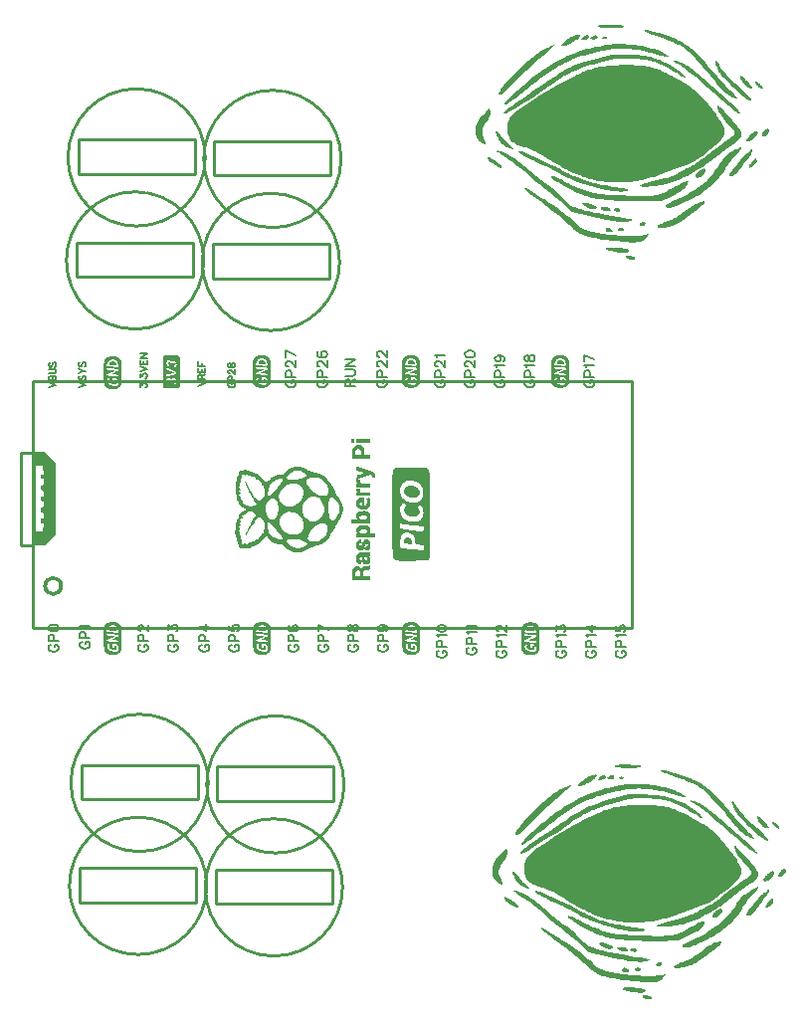
<source format=gto>
G04 Layer: TopSilkscreenLayer*
G04 EasyEDA v6.5.22, 2023-01-23 21:57:17*
G04 de8440b1728b4b1fa777d768a3c70a3b,04e00c2877c74564a5b2718db8136e36,10*
G04 Gerber Generator version 0.2*
G04 Scale: 100 percent, Rotated: No, Reflected: No *
G04 Dimensions in millimeters *
G04 leading zeros omitted , absolute positions ,4 integer and 5 decimal *
%FSLAX45Y45*%
%MOMM*%

%ADD10C,0.1800*%
%ADD11C,0.2540*%
%ADD12C,0.3000*%

%LPD*%
G36*
X852525Y6107430D02*
G01*
X846683Y6107379D01*
X840943Y6106972D01*
X835304Y6106312D01*
X829716Y6105398D01*
X824331Y6104128D01*
X819099Y6102604D01*
X814069Y6100826D01*
X809294Y6098794D01*
X804722Y6096508D01*
X800455Y6093968D01*
X796493Y6091174D01*
X792886Y6088126D01*
X787603Y6082690D01*
X784199Y6078880D01*
X781558Y6075019D01*
X779526Y6070447D01*
X778103Y6064300D01*
X777138Y6055766D01*
X776528Y6044031D01*
X776274Y6028334D01*
X801878Y6028283D01*
X801878Y6031077D01*
X806805Y6048248D01*
X808786Y6053480D01*
X810971Y6058001D01*
X813460Y6061862D01*
X816254Y6065266D01*
X819556Y6068212D01*
X823366Y6070854D01*
X827735Y6073343D01*
X832358Y6075324D01*
X837234Y6076797D01*
X842314Y6077762D01*
X847547Y6078220D01*
X852830Y6078169D01*
X858062Y6077661D01*
X863244Y6076696D01*
X868222Y6075273D01*
X872947Y6073444D01*
X877316Y6071108D01*
X881278Y6068415D01*
X884783Y6065266D01*
X888390Y6060643D01*
X891590Y6054750D01*
X894334Y6048095D01*
X896416Y6041034D01*
X897839Y6034024D01*
X898448Y6027521D01*
X898093Y6021882D01*
X896772Y6017514D01*
X895553Y6015888D01*
X893267Y6015075D01*
X888847Y6015024D01*
X827176Y6018377D01*
X817524Y6019139D01*
X810514Y6019952D01*
X807059Y6020714D01*
X804672Y6022644D01*
X802843Y6025337D01*
X801878Y6028283D01*
X776274Y6028283D01*
X776251Y5951829D01*
X801116Y5951829D01*
X803046Y5955639D01*
X810869Y5959551D01*
X845362Y5974638D01*
X857351Y5980125D01*
X863955Y5983528D01*
X865479Y5984595D01*
X865987Y5985306D01*
X865378Y5985814D01*
X863650Y5986322D01*
X856487Y5987338D01*
X844194Y5988304D01*
X812749Y5990183D01*
X804926Y5991809D01*
X801674Y5994755D01*
X801370Y5999632D01*
X801827Y6001918D01*
X802894Y6003239D01*
X805180Y6003899D01*
X809244Y6004255D01*
X813409Y6004356D01*
X826414Y6003747D01*
X846988Y6002172D01*
X886866Y6000038D01*
X894130Y5999327D01*
X897585Y5998210D01*
X899363Y5996279D01*
X900988Y5993384D01*
X901496Y5990844D01*
X900531Y5988253D01*
X897686Y5985357D01*
X892556Y5981852D01*
X884885Y5977483D01*
X860094Y5964732D01*
X837234Y5953302D01*
X847699Y5952083D01*
X878179Y5949899D01*
X888034Y5948730D01*
X895146Y5947359D01*
X898601Y5945936D01*
X899617Y5944057D01*
X900582Y5941009D01*
X900684Y5937097D01*
X898855Y5934303D01*
X895350Y5932881D01*
X890371Y5932932D01*
X823976Y5939739D01*
X808228Y5941161D01*
X804265Y5942939D01*
X801725Y5947003D01*
X801116Y5951829D01*
X776251Y5951829D01*
X776625Y5899505D01*
X802894Y5899505D01*
X803300Y5903010D01*
X806754Y5915152D01*
X808786Y5919419D01*
X811123Y5921451D01*
X814120Y5921756D01*
X817676Y5920384D01*
X819962Y5917438D01*
X820775Y5913018D01*
X819200Y5900928D01*
X819556Y5895187D01*
X821182Y5890056D01*
X824077Y5885434D01*
X828395Y5881370D01*
X834034Y5877763D01*
X841146Y5874562D01*
X849731Y5871718D01*
X857503Y5869787D01*
X863752Y5869127D01*
X869238Y5869584D01*
X874674Y5871311D01*
X879094Y5873953D01*
X882396Y5877814D01*
X884428Y5882792D01*
X885139Y5888634D01*
X884580Y5894019D01*
X882853Y5898235D01*
X879805Y5901639D01*
X875284Y5904484D01*
X869848Y5906617D01*
X866597Y5906465D01*
X864920Y5903772D01*
X864514Y5898235D01*
X863193Y5890310D01*
X860044Y5885840D01*
X856030Y5885535D01*
X852220Y5890006D01*
X850188Y5896914D01*
X848918Y5906058D01*
X848664Y5914745D01*
X849630Y5920282D01*
X851865Y5922467D01*
X855675Y5923432D01*
X861212Y5923229D01*
X868629Y5921908D01*
X875944Y5919774D01*
X882243Y5916930D01*
X887628Y5913475D01*
X891997Y5909259D01*
X895400Y5904433D01*
X897890Y5898946D01*
X899363Y5892749D01*
X899871Y5885891D01*
X899414Y5877966D01*
X898042Y5871260D01*
X895654Y5865774D01*
X892200Y5861456D01*
X887577Y5858205D01*
X881786Y5855970D01*
X874725Y5854649D01*
X866292Y5854242D01*
X859078Y5854598D01*
X851966Y5855563D01*
X845058Y5857087D01*
X838453Y5859170D01*
X832205Y5861710D01*
X826363Y5864758D01*
X821080Y5868162D01*
X816356Y5871921D01*
X812292Y5876036D01*
X808939Y5880404D01*
X806399Y5885027D01*
X804773Y5889853D01*
X803351Y5895746D01*
X802894Y5899505D01*
X776625Y5899505D01*
X776884Y5882081D01*
X777443Y5868974D01*
X779932Y5862523D01*
X783285Y5856427D01*
X787450Y5850737D01*
X792378Y5845556D01*
X798017Y5840882D01*
X804265Y5836767D01*
X811072Y5833364D01*
X818388Y5830671D01*
X822299Y5829706D01*
X832307Y5828233D01*
X844245Y5827522D01*
X856792Y5827522D01*
X868730Y5828284D01*
X874064Y5828893D01*
X878738Y5829706D01*
X882700Y5830671D01*
X888136Y5832602D01*
X893318Y5834938D01*
X898245Y5837631D01*
X902817Y5840679D01*
X907034Y5844032D01*
X910894Y5847689D01*
X914349Y5851652D01*
X917397Y5855817D01*
X919987Y5860186D01*
X922121Y5864758D01*
X923747Y5869533D01*
X925118Y5875985D01*
X925779Y5887669D01*
X926185Y5908852D01*
X926287Y5940907D01*
X925677Y6061354D01*
X920902Y6071057D01*
X918464Y6075476D01*
X915669Y6079642D01*
X912571Y6083554D01*
X909116Y6087160D01*
X905306Y6090513D01*
X901192Y6093612D01*
X896772Y6096355D01*
X891997Y6098844D01*
X886968Y6101029D01*
X881634Y6102908D01*
X875995Y6104483D01*
X870102Y6105702D01*
X864260Y6106617D01*
X858367Y6107176D01*
G37*
G36*
X849121Y6063386D02*
G01*
X843787Y6062776D01*
X838606Y6061303D01*
X833628Y6059017D01*
X828954Y6055817D01*
X825804Y6052362D01*
X823010Y6047841D01*
X821029Y6043066D01*
X820318Y6038850D01*
X820419Y6036462D01*
X820978Y6034887D01*
X821994Y6033922D01*
X823620Y6033312D01*
X834186Y6032296D01*
X852932Y6031230D01*
X871118Y6030518D01*
X880160Y6030620D01*
X881989Y6031941D01*
X882751Y6034227D01*
X882599Y6037681D01*
X881430Y6042507D01*
X879449Y6047333D01*
X876655Y6051651D01*
X873150Y6055309D01*
X869035Y6058306D01*
X864514Y6060694D01*
X859586Y6062319D01*
X854405Y6063234D01*
G37*
G36*
X229260Y5295188D02*
G01*
X212648Y5295036D01*
X198323Y5294630D01*
X187807Y5294020D01*
X182626Y5293309D01*
X182219Y5293055D01*
X181305Y5291074D01*
X180695Y5287772D01*
X180136Y5282488D01*
X179222Y5264251D01*
X178612Y5233060D01*
X178155Y5185562D01*
X177901Y5118404D01*
X177800Y4834178D01*
X193141Y4834178D01*
X193344Y4999431D01*
X194208Y5119116D01*
X194818Y5154879D01*
X195173Y5165242D01*
X195630Y5170170D01*
X198983Y5170830D01*
X206349Y5171440D01*
X228701Y5172354D01*
X259283Y5172964D01*
X261010Y5101336D01*
X252018Y5101336D01*
X245821Y5100421D01*
X241909Y5097221D01*
X239877Y5091074D01*
X239318Y5081320D01*
X239877Y5071567D01*
X241909Y5065471D01*
X245770Y5062270D01*
X251917Y5061305D01*
X260858Y5061305D01*
X260705Y5020208D01*
X259842Y5012436D01*
X257606Y5009489D01*
X253238Y5009032D01*
X247345Y5007559D01*
X242925Y5003393D01*
X240233Y4996637D01*
X239318Y4987493D01*
X240233Y4978349D01*
X242925Y4971592D01*
X247345Y4967376D01*
X253238Y4965954D01*
X257606Y4965496D01*
X259842Y4962499D01*
X260705Y4954727D01*
X260858Y4913630D01*
X251917Y4913630D01*
X245770Y4912715D01*
X241909Y4909515D01*
X239877Y4903368D01*
X239318Y4893614D01*
X239877Y4883912D01*
X241909Y4877765D01*
X245770Y4874564D01*
X251917Y4873650D01*
X260858Y4873650D01*
X260705Y4832553D01*
X259842Y4824730D01*
X257606Y4821783D01*
X253238Y4821326D01*
X247345Y4819904D01*
X242925Y4815687D01*
X240233Y4808931D01*
X239318Y4799787D01*
X240233Y4790643D01*
X242925Y4783886D01*
X247345Y4779670D01*
X253238Y4778248D01*
X257606Y4777790D01*
X259842Y4774844D01*
X260705Y4767021D01*
X260858Y4725924D01*
X251917Y4725924D01*
X245770Y4725009D01*
X241909Y4721809D01*
X239877Y4715662D01*
X239318Y4705959D01*
X239877Y4696206D01*
X241909Y4690059D01*
X245821Y4686858D01*
X252018Y4685944D01*
X261010Y4685944D01*
X259283Y4613656D01*
X218694Y4612538D01*
X208635Y4612589D01*
X201117Y4612894D01*
X197002Y4613554D01*
X196189Y4615942D01*
X195478Y4621428D01*
X194868Y4630623D01*
X194005Y4662525D01*
X193497Y4716272D01*
X193141Y4834178D01*
X177800Y4834178D01*
X178206Y4650740D01*
X178816Y4550918D01*
X179527Y4500676D01*
X179832Y4497222D01*
X181152Y4496816D01*
X188671Y4496054D01*
X201371Y4495546D01*
X217728Y4495190D01*
X271780Y4495190D01*
X365455Y4584903D01*
X365455Y5201259D01*
X271018Y5295188D01*
G37*
G36*
X3256635Y5161381D02*
G01*
X3246170Y5148732D01*
X3243986Y5145430D01*
X3242005Y5141772D01*
X3240227Y5137810D01*
X3238601Y5133441D01*
X3235858Y5123230D01*
X3234639Y5117236D01*
X3232556Y5103215D01*
X3230575Y5083352D01*
X3229864Y5062575D01*
X3228887Y4967071D01*
X3297072Y4967071D01*
X3297326Y4978044D01*
X3297834Y4982667D01*
X3298647Y4986985D01*
X3299764Y4991201D01*
X3301237Y4995418D01*
X3303117Y4999888D01*
X3308146Y5009540D01*
X3311194Y5014163D01*
X3314496Y5018582D01*
X3318154Y5022799D01*
X3322015Y5026761D01*
X3326180Y5030470D01*
X3330498Y5033873D01*
X3335020Y5036921D01*
X3339693Y5039664D01*
X3344468Y5042052D01*
X3349345Y5044033D01*
X3354273Y5045557D01*
X3359505Y5046675D01*
X3365500Y5047488D01*
X3372104Y5047996D01*
X3379114Y5048148D01*
X3386429Y5048046D01*
X3393897Y5047640D01*
X3408527Y5046014D01*
X3415385Y5044795D01*
X3421735Y5043373D01*
X3427425Y5041747D01*
X3432301Y5039868D01*
X3437331Y5037429D01*
X3442360Y5034483D01*
X3447389Y5031130D01*
X3452418Y5027422D01*
X3457295Y5023408D01*
X3462020Y5019141D01*
X3466592Y5014620D01*
X3470859Y5009946D01*
X3474821Y5005120D01*
X3478428Y5000244D01*
X3481628Y4995367D01*
X3484372Y4990541D01*
X3487115Y4984445D01*
X3489451Y4977942D01*
X3491331Y4971034D01*
X3492804Y4963820D01*
X3493770Y4956454D01*
X3494379Y4948986D01*
X3494481Y4941519D01*
X3494125Y4934153D01*
X3493363Y4926990D01*
X3492093Y4920183D01*
X3490366Y4913731D01*
X3488131Y4907788D01*
X3485997Y4903216D01*
X3483660Y4898898D01*
X3481019Y4894783D01*
X3478225Y4890973D01*
X3475177Y4887366D01*
X3471926Y4883962D01*
X3468522Y4880813D01*
X3461156Y4875225D01*
X3453231Y4870551D01*
X3449015Y4868519D01*
X3444697Y4866741D01*
X3435756Y4863846D01*
X3431184Y4862728D01*
X3421735Y4861153D01*
X3412083Y4860442D01*
X3402228Y4860544D01*
X3392373Y4861509D01*
X3387445Y4862271D01*
X3377692Y4864455D01*
X3372865Y4865827D01*
X3363366Y4869230D01*
X3354120Y4873396D01*
X3345281Y4878324D01*
X3336950Y4884064D01*
X3332937Y4887163D01*
X3325418Y4894021D01*
X3321913Y4897678D01*
X3315462Y4905603D01*
X3309823Y4914239D01*
X3307334Y4918811D01*
X3303066Y4928514D01*
X3301339Y4933594D01*
X3299714Y4940249D01*
X3298393Y4948732D01*
X3297478Y4958080D01*
X3297072Y4967071D01*
X3228887Y4967071D01*
X3228695Y4800396D01*
X3297123Y4800396D01*
X3297224Y4806645D01*
X3297682Y4812690D01*
X3298444Y4818532D01*
X3299561Y4823968D01*
X3301034Y4829048D01*
X3302812Y4833518D01*
X3305657Y4839004D01*
X3309213Y4844542D01*
X3312922Y4849520D01*
X3316427Y4853279D01*
X3324250Y4860493D01*
X3334105Y4852212D01*
X3337864Y4848758D01*
X3340709Y4845405D01*
X3342538Y4842154D01*
X3343401Y4838750D01*
X3343351Y4835144D01*
X3342386Y4831232D01*
X3340455Y4826812D01*
X3335121Y4816957D01*
X3333292Y4811776D01*
X3332124Y4806391D01*
X3331718Y4800803D01*
X3332073Y4795062D01*
X3333089Y4789170D01*
X3334816Y4783175D01*
X3337306Y4777079D01*
X3339947Y4771694D01*
X3342690Y4767072D01*
X3345687Y4763058D01*
X3349142Y4759502D01*
X3353104Y4756302D01*
X3357778Y4753305D01*
X3363315Y4750308D01*
X3369868Y4747260D01*
X3375660Y4744974D01*
X3381603Y4743145D01*
X3387699Y4741773D01*
X3393846Y4740808D01*
X3400044Y4740300D01*
X3406190Y4740249D01*
X3412236Y4740554D01*
X3418179Y4741265D01*
X3423970Y4742434D01*
X3429508Y4743958D01*
X3434740Y4745837D01*
X3439668Y4748123D01*
X3444240Y4750765D01*
X3448354Y4753762D01*
X3452012Y4757115D01*
X3455111Y4760823D01*
X3458006Y4765852D01*
X3459987Y4771694D01*
X3461156Y4778044D01*
X3461512Y4784699D01*
X3460953Y4791405D01*
X3459581Y4797856D01*
X3457346Y4803902D01*
X3449269Y4817465D01*
X3447999Y4823663D01*
X3450691Y4829149D01*
X3457448Y4835042D01*
X3467404Y4842408D01*
X3476142Y4831943D01*
X3478987Y4828235D01*
X3481628Y4824323D01*
X3484067Y4820107D01*
X3486200Y4815687D01*
X3488131Y4811064D01*
X3489807Y4806188D01*
X3491229Y4801158D01*
X3492398Y4795875D01*
X3493312Y4790490D01*
X3493973Y4784902D01*
X3494379Y4779162D01*
X3494532Y4773269D01*
X3494278Y4765497D01*
X3493465Y4758131D01*
X3492195Y4751171D01*
X3490315Y4744669D01*
X3487928Y4738522D01*
X3484981Y4732782D01*
X3481476Y4727397D01*
X3477412Y4722317D01*
X3472789Y4717643D01*
X3467557Y4713274D01*
X3461715Y4709160D01*
X3455314Y4705400D01*
X3451453Y4703470D01*
X3447643Y4701946D01*
X3443579Y4700778D01*
X3439007Y4699863D01*
X3433622Y4699254D01*
X3419246Y4698695D01*
X3399332Y4698695D01*
X3391001Y4698898D01*
X3384245Y4699355D01*
X3378504Y4700168D01*
X3373323Y4701438D01*
X3368141Y4703267D01*
X3362502Y4705705D01*
X3349751Y4712157D01*
X3343960Y4715662D01*
X3338423Y4719421D01*
X3333191Y4723485D01*
X3328263Y4727803D01*
X3323691Y4732375D01*
X3319373Y4737150D01*
X3315462Y4742129D01*
X3311906Y4747361D01*
X3308654Y4752746D01*
X3305860Y4758334D01*
X3303422Y4764074D01*
X3301542Y4769561D01*
X3299968Y4775403D01*
X3298799Y4781499D01*
X3297885Y4787747D01*
X3297326Y4794046D01*
X3297123Y4800396D01*
X3228695Y4800396D01*
X3229443Y4638446D01*
X3296869Y4638446D01*
X3296869Y4659934D01*
X3297072Y4669637D01*
X3297783Y4676292D01*
X3299002Y4680204D01*
X3300780Y4681423D01*
X3331413Y4678121D01*
X3494532Y4658461D01*
X3494532Y4636973D01*
X3494278Y4627270D01*
X3493566Y4620564D01*
X3492347Y4616704D01*
X3490620Y4615434D01*
X3459937Y4618786D01*
X3296869Y4638446D01*
X3229443Y4638446D01*
X3229914Y4584598D01*
X3230626Y4532325D01*
X3231704Y4478172D01*
X3296107Y4478172D01*
X3297885Y4533392D01*
X3299053Y4551832D01*
X3299866Y4558690D01*
X3300882Y4564380D01*
X3302152Y4569307D01*
X3303727Y4573828D01*
X3305708Y4578197D01*
X3308096Y4582617D01*
X3310890Y4586579D01*
X3314039Y4590237D01*
X3317494Y4593488D01*
X3321253Y4596384D01*
X3325266Y4598873D01*
X3329533Y4601006D01*
X3333953Y4602784D01*
X3338576Y4604207D01*
X3343351Y4605274D01*
X3348228Y4606036D01*
X3353206Y4606391D01*
X3358184Y4606391D01*
X3363214Y4606036D01*
X3368243Y4605375D01*
X3373221Y4604359D01*
X3378149Y4603038D01*
X3382975Y4601362D01*
X3387699Y4599330D01*
X3392271Y4596993D01*
X3396640Y4594352D01*
X3400755Y4591354D01*
X3404666Y4588052D01*
X3408324Y4584446D01*
X3411626Y4580483D01*
X3414623Y4576267D01*
X3417265Y4571746D01*
X3419551Y4566869D01*
X3421176Y4561128D01*
X3422802Y4552391D01*
X3424174Y4541875D01*
X3425190Y4530801D01*
X3427069Y4504131D01*
X3494532Y4495190D01*
X3494532Y4453585D01*
X3313379Y4475835D01*
X3296107Y4478172D01*
X3231704Y4478172D01*
X3232810Y4445609D01*
X3233572Y4432096D01*
X3234486Y4420768D01*
X3235655Y4411421D01*
X3237026Y4403598D01*
X3238703Y4397044D01*
X3240735Y4391456D01*
X3243122Y4386478D01*
X3247440Y4379417D01*
X3251047Y4374946D01*
X3255060Y4372305D01*
X3260496Y4371086D01*
X3274771Y4370527D01*
X3280054Y4369866D01*
X3283965Y4368850D01*
X3285947Y4367580D01*
X3288487Y4366310D01*
X3293973Y4365244D01*
X3301542Y4364532D01*
X3370630Y4363618D01*
X3393084Y4364278D01*
X3416960Y4365853D01*
X3442309Y4368698D01*
X3458362Y4370070D01*
X3472281Y4370222D01*
X3486505Y4369155D01*
X3506012Y4366818D01*
X3515410Y4366209D01*
X3522979Y4366412D01*
X3529076Y4367580D01*
X3533952Y4369866D01*
X3538067Y4373270D01*
X3541725Y4377944D01*
X3545230Y4383989D01*
X3552291Y4397451D01*
X3553104Y4741367D01*
X3552951Y4883861D01*
X3552444Y4952593D01*
X3551631Y5008321D01*
X3550361Y5052314D01*
X3548735Y5085689D01*
X3547719Y5098796D01*
X3546601Y5109667D01*
X3545382Y5118557D01*
X3544062Y5125466D01*
X3542588Y5130698D01*
X3541776Y5132679D01*
X3538524Y5138420D01*
X3535222Y5142992D01*
X3531870Y5146598D01*
X3528923Y5148884D01*
X3526586Y5150408D01*
X3524910Y5152034D01*
X3524046Y5153558D01*
X3524250Y5155387D01*
X3523894Y5155946D01*
X3521659Y5156911D01*
X3517341Y5157825D01*
X3510838Y5158587D01*
X3490976Y5159857D01*
X3461359Y5160721D01*
X3421278Y5161178D01*
X3370072Y5161381D01*
G37*
G36*
X3388614Y5007457D02*
G01*
X3382873Y5007305D01*
X3377285Y5006797D01*
X3371799Y5005882D01*
X3366414Y5004612D01*
X3361283Y5002936D01*
X3356356Y5000853D01*
X3351631Y4998364D01*
X3347262Y4995519D01*
X3343198Y4992268D01*
X3338068Y4987036D01*
X3334918Y4981803D01*
X3333191Y4974945D01*
X3332226Y4964988D01*
X3331921Y4955336D01*
X3332632Y4947970D01*
X3334512Y4941773D01*
X3337864Y4935575D01*
X3340811Y4931156D01*
X3343960Y4927142D01*
X3347262Y4923434D01*
X3350818Y4920132D01*
X3354578Y4917135D01*
X3358642Y4914442D01*
X3363010Y4912055D01*
X3367684Y4909972D01*
X3372764Y4908092D01*
X3378200Y4906467D01*
X3384092Y4905095D01*
X3390442Y4903927D01*
X3397199Y4903012D01*
X3403752Y4902606D01*
X3410153Y4902606D01*
X3416300Y4903012D01*
X3422192Y4903876D01*
X3427780Y4905146D01*
X3433064Y4906822D01*
X3437991Y4908854D01*
X3442563Y4911242D01*
X3446729Y4913985D01*
X3450488Y4917084D01*
X3453790Y4920488D01*
X3456584Y4924247D01*
X3458870Y4928260D01*
X3460648Y4932578D01*
X3461816Y4937201D01*
X3462731Y4944008D01*
X3462883Y4950460D01*
X3462223Y4956606D01*
X3460750Y4962499D01*
X3458413Y4968189D01*
X3455263Y4973675D01*
X3451250Y4979111D01*
X3446373Y4984445D01*
X3442157Y4988356D01*
X3437585Y4991912D01*
X3432759Y4995062D01*
X3427729Y4997907D01*
X3422446Y5000396D01*
X3417011Y5002479D01*
X3411474Y5004206D01*
X3405784Y5005578D01*
X3400094Y5006594D01*
X3394354Y5007203D01*
G37*
G36*
X3359556Y4562043D02*
G01*
X3353968Y4561890D01*
X3348786Y4561332D01*
X3344265Y4560366D01*
X3340709Y4558995D01*
X3337407Y4555947D01*
X3334410Y4550968D01*
X3331870Y4544669D01*
X3329889Y4537760D01*
X3328670Y4530852D01*
X3328314Y4524603D01*
X3329076Y4519726D01*
X3331006Y4516882D01*
X3333953Y4515916D01*
X3339541Y4514697D01*
X3355594Y4512056D01*
X3373424Y4509871D01*
X3381095Y4509160D01*
X3387090Y4508906D01*
X3392830Y4509109D01*
X3395878Y4510633D01*
X3397046Y4514443D01*
X3397250Y4521708D01*
X3396894Y4527804D01*
X3395929Y4533747D01*
X3394354Y4539386D01*
X3392220Y4544618D01*
X3389680Y4549241D01*
X3386683Y4553204D01*
X3383330Y4556353D01*
X3379724Y4558588D01*
X3375558Y4560062D01*
X3370630Y4561128D01*
X3365195Y4561789D01*
G37*
G36*
X2878988Y5404561D02*
G01*
X2878988Y5373573D01*
X2902864Y5370068D01*
X2902864Y5404561D01*
G37*
G36*
X2926791Y5404561D02*
G01*
X2926791Y5372709D01*
X3042412Y5372709D01*
X3042412Y5404561D01*
G37*
G36*
X2918968Y5352745D02*
G01*
X2893872Y5330342D01*
X2890012Y5306161D01*
X2888792Y5295138D01*
X2887878Y5282742D01*
X2887244Y5269026D01*
X2914853Y5269026D01*
X2914853Y5304891D01*
X2930804Y5320842D01*
X2937764Y5320792D01*
X2944063Y5319979D01*
X2949295Y5317388D01*
X2953867Y5312918D01*
X2958084Y5306161D01*
X2962706Y5297474D01*
X2962706Y5269026D01*
X2887244Y5269026D01*
X2886913Y5238445D01*
X2892247Y5233162D01*
X3042412Y5233162D01*
X3042412Y5269026D01*
X2986582Y5269026D01*
X2986582Y5318861D01*
X2970631Y5344972D01*
X2960420Y5348884D01*
X2955239Y5350357D01*
X2948635Y5351627D01*
X2941472Y5352440D01*
X2934563Y5352745D01*
G37*
G36*
X2926791Y5170271D02*
G01*
X2926791Y5133949D01*
X2986684Y5116017D01*
X2983636Y5113121D01*
X2980436Y5111445D01*
X2973882Y5108905D01*
X2954731Y5102707D01*
X2928823Y5095189D01*
X2926435Y5037074D01*
X2935173Y5026558D01*
X2926791Y5021376D01*
X2926791Y4993690D01*
X2932379Y4991557D01*
X2934512Y4991150D01*
X2944266Y4990592D01*
X2959608Y4990338D01*
X2978759Y4990490D01*
X3040430Y4991963D01*
X3042869Y5025847D01*
X2962960Y5025847D01*
X2954121Y5042408D01*
X2958338Y5053431D01*
X2928823Y5059019D01*
X2937002Y5061559D01*
X3039922Y5098186D01*
X3057753Y5090058D01*
X3060344Y5071668D01*
X3086252Y5069179D01*
X3086252Y5104180D01*
X3076956Y5112969D01*
X3072384Y5116626D01*
X3066948Y5120182D01*
X3061258Y5123180D01*
X2936240Y5167426D01*
G37*
G36*
X2401976Y5169357D02*
G01*
X2376271Y5160568D01*
X2364435Y5155336D01*
X2358644Y5152288D01*
X2352903Y5148935D01*
X2341778Y5141468D01*
X2336342Y5137302D01*
X2331008Y5132882D01*
X2320696Y5123230D01*
X2300579Y5101590D01*
X2283866Y5101437D01*
X2278278Y5100929D01*
X2266035Y5099050D01*
X2252980Y5096154D01*
X2239924Y5092496D01*
X2227681Y5088229D01*
X2217013Y5083505D01*
X2198928Y5074412D01*
X2191811Y5066690D01*
X2328824Y5066690D01*
X2328824Y5079847D01*
X2353513Y5109819D01*
X2394559Y5131003D01*
X2450388Y5130698D01*
X2468321Y5122672D01*
X2475890Y5118862D01*
X2483205Y5114493D01*
X2489403Y5110124D01*
X2493721Y5106263D01*
X2501188Y5097881D01*
X2498953Y5091988D01*
X2496921Y5088382D01*
X2493721Y5084876D01*
X2489250Y5081524D01*
X2483510Y5078272D01*
X2476347Y5075072D01*
X2467813Y5071922D01*
X2457754Y5068773D01*
X2446172Y5065623D01*
X2414524Y5057546D01*
X2353919Y5056276D01*
X2328824Y5066690D01*
X2191811Y5066690D01*
X2176119Y5049469D01*
X2164892Y5036007D01*
X2161743Y5031587D01*
X2156917Y5023866D01*
X2154580Y5029555D01*
X2153005Y5032400D01*
X2150414Y5036007D01*
X2147214Y5039868D01*
X2139848Y5047589D01*
X2131517Y5057902D01*
X2128113Y5062880D01*
X2121052Y5074056D01*
X2102967Y5080914D01*
X2090064Y5100624D01*
X2078888Y5103418D01*
X2074367Y5104790D01*
X2070354Y5106517D01*
X2067204Y5108295D01*
X2065426Y5109972D01*
X2062378Y5112207D01*
X2055825Y5115509D01*
X2046732Y5119471D01*
X2036013Y5123586D01*
X2008936Y5133390D01*
X2001520Y5128818D01*
X1991106Y5137454D01*
X1936902Y5133441D01*
X1926132Y5124551D01*
X1926132Y5115915D01*
X1925523Y5111292D01*
X1923796Y5105196D01*
X1921256Y5098389D01*
X1918157Y5091633D01*
X1910181Y5075986D01*
X1910181Y5054244D01*
X1906625Y5052009D01*
X1905000Y5050078D01*
X1903374Y5046421D01*
X1901901Y5041138D01*
X1900478Y5034229D01*
X1899208Y5025847D01*
X1898040Y5016042D01*
X1897024Y5004866D01*
X1894535Y4964938D01*
X1894679Y4964074D01*
X1922780Y4964074D01*
X1923034Y4965547D01*
X1926132Y4964023D01*
X1930146Y4961585D01*
X1938020Y4966462D01*
X1924557Y4993233D01*
X1922780Y4998770D01*
X1924862Y5000142D01*
X1930806Y4998923D01*
X1939442Y4996637D01*
X1935530Y5007102D01*
X1932838Y5015941D01*
X1929282Y5029809D01*
X1942134Y5029809D01*
X1936800Y5075682D01*
X1950059Y5064709D01*
X1950059Y5082489D01*
X1950262Y5089550D01*
X1950720Y5095697D01*
X1951431Y5100269D01*
X1952345Y5102555D01*
X1954631Y5104790D01*
X1969871Y5097068D01*
X1974443Y5095290D01*
X1978456Y5094071D01*
X1981403Y5093614D01*
X1986889Y5093614D01*
X1982724Y5109565D01*
X1986025Y5109565D01*
X1988108Y5108549D01*
X1991410Y5105755D01*
X1995373Y5101640D01*
X1999640Y5096611D01*
X2009902Y5083657D01*
X2017318Y5095240D01*
X2014982Y5099405D01*
X2015185Y5100015D01*
X2017369Y5098542D01*
X2021230Y5095341D01*
X2036013Y5082082D01*
X2041956Y5078374D01*
X2044954Y5079339D01*
X2045868Y5084622D01*
X2046020Y5091633D01*
X2057450Y5077764D01*
X2063851Y5069281D01*
X2070150Y5059730D01*
X2072233Y5064709D01*
X2075027Y5068874D01*
X2078482Y5068570D01*
X2083054Y5063591D01*
X2089200Y5053533D01*
X2098294Y5037429D01*
X2108606Y5045964D01*
X2115820Y5022138D01*
X2117801Y5017262D01*
X2119731Y5013502D01*
X2121560Y5010912D01*
X2123135Y5009591D01*
X2124354Y5009692D01*
X2125167Y5011318D01*
X2125472Y5014569D01*
X2125472Y5019192D01*
X2127758Y5016906D01*
X2128875Y5014518D01*
X2130196Y5009642D01*
X2131618Y5003038D01*
X2135886Y4976012D01*
X2146604Y4978400D01*
X2141778Y4926482D01*
X2140130Y4923282D01*
X2172360Y4923282D01*
X2176068Y4981448D01*
X2198827Y5026456D01*
X2218334Y5041747D01*
X2227630Y5047894D01*
X2232304Y5050586D01*
X2237079Y5052974D01*
X2242007Y5055108D01*
X2247036Y5056987D01*
X2252319Y5058664D01*
X2263546Y5061356D01*
X2275992Y5063337D01*
X2296922Y5065979D01*
X2296922Y5050993D01*
X2278583Y5022951D01*
X2271471Y5013096D01*
X2263190Y5002225D01*
X2254097Y4990846D01*
X2244445Y4979263D01*
X2234590Y4967884D01*
X2224887Y4957064D01*
X2215642Y4947208D01*
X2207158Y4938623D01*
X2199741Y4931765D01*
X2181961Y4917338D01*
X2172360Y4923282D01*
X2140130Y4923282D01*
X2134006Y4911394D01*
X2130501Y4905146D01*
X2129219Y4903216D01*
X2266391Y4903216D01*
X2266391Y4908296D01*
X2266797Y4914798D01*
X2269744Y4939792D01*
X2285847Y4974031D01*
X2327757Y5012334D01*
X2369566Y5025847D01*
X2384094Y5025796D01*
X2390902Y5025491D01*
X2398725Y5024577D01*
X2402992Y5023866D01*
X2499918Y5023866D01*
X2502204Y5059324D01*
X2530144Y5075682D01*
X2601874Y5075682D01*
X2638856Y5053939D01*
X2673654Y5015026D01*
X2687624Y4974945D01*
X2687624Y4949698D01*
X2675483Y4926279D01*
X2665425Y4923739D01*
X2659888Y4922926D01*
X2652217Y4922469D01*
X2643428Y4922469D01*
X2634589Y4922977D01*
X2613863Y4924653D01*
X2567990Y4945684D01*
X2540711Y4971440D01*
X2530906Y4981702D01*
X2521712Y4992268D01*
X2514193Y5001869D01*
X2511399Y5005933D01*
X2499918Y5023866D01*
X2402992Y5023866D01*
X2406650Y5023256D01*
X2413609Y5021630D01*
X2428697Y5017414D01*
X2456840Y4992725D01*
X2472334Y4962398D01*
X2472334Y4927600D01*
X2459634Y4890312D01*
X2424074Y4850841D01*
X2381097Y4830470D01*
X2328468Y4830470D01*
X2298141Y4845964D01*
X2273096Y4874514D01*
X2269642Y4889906D01*
X2266797Y4900269D01*
X2266391Y4903216D01*
X2129219Y4903216D01*
X2126589Y4899253D01*
X2122322Y4893868D01*
X2117902Y4888992D01*
X2113280Y4884826D01*
X2108606Y4881321D01*
X2103932Y4878628D01*
X2099411Y4876800D01*
X2091232Y4874310D01*
X2073910Y4892751D01*
X2067509Y4900066D01*
X2061108Y4907889D01*
X2054606Y4916424D01*
X2041093Y4935778D01*
X2033930Y4946853D01*
X2018436Y4972405D01*
X1990140Y5021376D01*
X1980133Y5037328D01*
X1978507Y5039410D01*
X1977948Y5039614D01*
X1978152Y5037226D01*
X1979726Y5030571D01*
X1982622Y5021681D01*
X1986737Y5010962D01*
X1991868Y4998720D01*
X1997811Y4985308D01*
X2011578Y4956505D01*
X2026666Y4927396D01*
X2034235Y4913630D01*
X2041601Y4900879D01*
X2048560Y4889449D01*
X2055012Y4879797D01*
X2073351Y4855108D01*
X2057552Y4835042D01*
X2029764Y4825898D01*
X2016810Y4828641D01*
X2010765Y4830165D01*
X2004669Y4832146D01*
X1998472Y4834585D01*
X1992223Y4837430D01*
X1985924Y4840732D01*
X1979574Y4844491D01*
X1973122Y4848707D01*
X1953361Y4863287D01*
X1962048Y4871974D01*
X1936191Y4898593D01*
X1947875Y4905806D01*
X1928164Y4926787D01*
X1942084Y4934559D01*
X1925726Y4958892D01*
X1922780Y4964074D01*
X1894679Y4964074D01*
X1904847Y4901539D01*
X1906981Y4886807D01*
X1922170Y4873091D01*
X1922170Y4854397D01*
X1954682Y4822799D01*
X1994154Y4804054D01*
X1953615Y4785055D01*
X1953240Y4784648D01*
X2153259Y4784648D01*
X2156206Y4836464D01*
X2176576Y4876342D01*
X2187905Y4886706D01*
X2192782Y4890922D01*
X2197709Y4894681D01*
X2202129Y4897577D01*
X2205431Y4899253D01*
X2211628Y4901387D01*
X2236622Y4890871D01*
X2252421Y4859985D01*
X2261260Y4811064D01*
X2260541Y4806543D01*
X2462885Y4806543D01*
X2463038Y4812436D01*
X2465019Y4836464D01*
X2481072Y4870551D01*
X2506014Y4895494D01*
X2538120Y4910074D01*
X2573985Y4910124D01*
X2614777Y4891176D01*
X2627884Y4873752D01*
X2632913Y4865624D01*
X2637891Y4856327D01*
X2642260Y4846980D01*
X2651709Y4822444D01*
X2651709Y4790694D01*
X2650918Y4788611D01*
X2683713Y4788611D01*
X2687015Y4857445D01*
X2705557Y4904232D01*
X2726080Y4906619D01*
X2759760Y4870094D01*
X2776016Y4832502D01*
X2776423Y4779822D01*
X2756560Y4736439D01*
X2730652Y4706924D01*
X2711704Y4706924D01*
X2701442Y4727194D01*
X2697632Y4736795D01*
X2693822Y4747818D01*
X2690571Y4759045D01*
X2683713Y4788611D01*
X2650918Y4788611D01*
X2642311Y4766157D01*
X2637993Y4756962D01*
X2633218Y4747869D01*
X2628392Y4740046D01*
X2616047Y4723688D01*
X2574391Y4702911D01*
X2537663Y4702911D01*
X2496870Y4723231D01*
X2483662Y4740910D01*
X2480360Y4745736D01*
X2474722Y4755337D01*
X2470200Y4764938D01*
X2468372Y4769815D01*
X2465527Y4779721D01*
X2464511Y4784801D01*
X2463190Y4795367D01*
X2462885Y4806543D01*
X2260541Y4806543D01*
X2253386Y4761890D01*
X2245156Y4744872D01*
X2241296Y4737709D01*
X2236978Y4730800D01*
X2232710Y4724857D01*
X2229093Y4720844D01*
X2273147Y4720844D01*
X2287778Y4753102D01*
X2300224Y4763516D01*
X2306218Y4767986D01*
X2313279Y4772355D01*
X2320594Y4776114D01*
X2327249Y4778806D01*
X2341880Y4783632D01*
X2394559Y4779873D01*
X2414066Y4769510D01*
X2422093Y4764278D01*
X2430576Y4757978D01*
X2438501Y4751374D01*
X2457450Y4733290D01*
X2476246Y4692954D01*
X2476144Y4649114D01*
X2461615Y4617110D01*
X2448001Y4606798D01*
X2441549Y4602378D01*
X2433878Y4598009D01*
X2426004Y4594199D01*
X2418892Y4591405D01*
X2403398Y4586325D01*
X2358186Y4590389D01*
X2318816Y4610506D01*
X2300427Y4630724D01*
X2295398Y4636566D01*
X2291334Y4641646D01*
X2287981Y4646269D01*
X2285288Y4650740D01*
X2282952Y4655312D01*
X2280818Y4660290D01*
X2273350Y4681016D01*
X2273147Y4720844D01*
X2229002Y4720742D01*
X2221077Y4713528D01*
X2197354Y4713528D01*
X2189175Y4720945D01*
X2185162Y4724958D01*
X2180996Y4729988D01*
X2176780Y4735779D01*
X2172614Y4742129D01*
X2168652Y4748936D01*
X2164892Y4755997D01*
X2161540Y4763160D01*
X2158644Y4770221D01*
X2153259Y4784648D01*
X1953240Y4784648D01*
X1922170Y4750917D01*
X1922170Y4736033D01*
X1906219Y4721606D01*
X1906219Y4710023D01*
X1905863Y4704892D01*
X1905000Y4699508D01*
X1903679Y4694580D01*
X1902053Y4690618D01*
X1897888Y4682845D01*
X1896352Y4647082D01*
X1921205Y4647082D01*
X1942896Y4675530D01*
X1925675Y4680051D01*
X1948078Y4703521D01*
X1934667Y4713325D01*
X1962454Y4735474D01*
X1952447Y4747514D01*
X1962200Y4755083D01*
X1967585Y4758842D01*
X1974900Y4763363D01*
X1983282Y4768189D01*
X2011425Y4782667D01*
X2045106Y4782667D01*
X2069642Y4761992D01*
X2069642Y4757013D01*
X2068423Y4753356D01*
X2065070Y4747107D01*
X2060092Y4739081D01*
X2046528Y4719015D01*
X2034743Y4699762D01*
X2023211Y4679442D01*
X2017268Y4667961D01*
X2010003Y4652924D01*
X1998929Y4628286D01*
X1992122Y4612132D01*
X1986280Y4597400D01*
X1981860Y4585208D01*
X1979320Y4576724D01*
X1978863Y4574184D01*
X1979066Y4572914D01*
X1979726Y4573320D01*
X1983181Y4578045D01*
X1988718Y4587087D01*
X2010003Y4624578D01*
X2025091Y4649470D01*
X2040686Y4673549D01*
X2055926Y4695494D01*
X2063089Y4705248D01*
X2069846Y4713884D01*
X2087321Y4734814D01*
X2100935Y4734814D01*
X2125827Y4713884D01*
X2142286Y4681575D01*
X2143930Y4663694D01*
X2171141Y4663694D01*
X2171242Y4668367D01*
X2173579Y4691583D01*
X2174341Y4693310D01*
X2175408Y4694529D01*
X2176729Y4694936D01*
X2178354Y4694529D01*
X2180590Y4693412D01*
X2186736Y4688992D01*
X2194712Y4682185D01*
X2204110Y4673346D01*
X2214575Y4662881D01*
X2225598Y4651248D01*
X2236825Y4638852D01*
X2247798Y4626000D01*
X2277008Y4590948D01*
X2294005Y4557420D01*
X2512314Y4557420D01*
X2514346Y4572711D01*
X2515768Y4579874D01*
X2518105Y4588052D01*
X2521000Y4596231D01*
X2524201Y4603394D01*
X2532075Y4618736D01*
X2571597Y4658258D01*
X2615387Y4679696D01*
X2661666Y4683353D01*
X2681630Y4667453D01*
X2681427Y4613198D01*
X2659126Y4575657D01*
X2645359Y4563567D01*
X2638653Y4558182D01*
X2630678Y4552492D01*
X2622346Y4547158D01*
X2614726Y4542891D01*
X2597912Y4534255D01*
X2544318Y4530445D01*
X2519426Y4540707D01*
X2512314Y4557420D01*
X2294005Y4557420D01*
X2296566Y4552391D01*
X2294077Y4549902D01*
X2291638Y4548479D01*
X2288032Y4547666D01*
X2283256Y4547514D01*
X2277465Y4547920D01*
X2270760Y4548987D01*
X2263292Y4550613D01*
X2255062Y4552848D01*
X2221941Y4563872D01*
X2190445Y4594758D01*
X2181402Y4614113D01*
X2179472Y4619193D01*
X2176119Y4630267D01*
X2173528Y4641850D01*
X2171852Y4653280D01*
X2171344Y4658664D01*
X2171141Y4663694D01*
X2143930Y4663694D01*
X2146503Y4635144D01*
X2133447Y4635144D01*
X2133447Y4621530D01*
X2133244Y4615738D01*
X2132787Y4610100D01*
X2132025Y4605274D01*
X2131110Y4601819D01*
X2128824Y4595774D01*
X2118868Y4599584D01*
X2109216Y4567377D01*
X2105710Y4567377D01*
X2104237Y4567732D01*
X2102764Y4568799D01*
X2101494Y4570323D01*
X2100630Y4572203D01*
X2099005Y4577080D01*
X2089607Y4558284D01*
X2083358Y4546803D01*
X2078685Y4540859D01*
X2075230Y4540097D01*
X2072690Y4544314D01*
X2071065Y4549140D01*
X2045970Y4521504D01*
X2045766Y4537100D01*
X2013356Y4505553D01*
X2018385Y4518710D01*
X2009190Y4524400D01*
X1982419Y4498492D01*
X1986889Y4515561D01*
X1980234Y4515561D01*
X1976729Y4515053D01*
X1972106Y4513732D01*
X1966925Y4511802D01*
X1961845Y4509465D01*
X1950059Y4503369D01*
X1950059Y4544415D01*
X1936851Y4533493D01*
X1942592Y4584344D01*
X1929485Y4579315D01*
X1935124Y4606645D01*
X1936089Y4613198D01*
X1922424Y4612182D01*
X1930552Y4631842D01*
X1933651Y4641138D01*
X1934108Y4643628D01*
X1934108Y4647082D01*
X1896352Y4647082D01*
X1893976Y4592878D01*
X1896618Y4590237D01*
X1897888Y4588052D01*
X1899412Y4583938D01*
X1901037Y4578604D01*
X1915058Y4517542D01*
X1926132Y4504944D01*
X1926132Y4483811D01*
X1944065Y4472127D01*
X2012950Y4475022D01*
X2025142Y4481322D01*
X2030475Y4483760D01*
X2035962Y4485792D01*
X2040940Y4487113D01*
X2044801Y4487621D01*
X2052218Y4487621D01*
X2060752Y4495596D01*
X2064613Y4498695D01*
X2068677Y4501235D01*
X2072487Y4502962D01*
X2075586Y4503572D01*
X2081834Y4503572D01*
X2102408Y4522216D01*
X2114550Y4533798D01*
X2125929Y4545431D01*
X2136140Y4556556D01*
X2144776Y4566767D01*
X2151430Y4575606D01*
X2157526Y4585309D01*
X2161946Y4577334D01*
X2165502Y4572457D01*
X2171852Y4565040D01*
X2180082Y4556150D01*
X2203434Y4532833D01*
X2329535Y4532833D01*
X2331720Y4538421D01*
X2333294Y4540910D01*
X2336088Y4543501D01*
X2339644Y4545888D01*
X2343556Y4547717D01*
X2353259Y4551426D01*
X2418486Y4551121D01*
X2445156Y4544568D01*
X2455570Y4541621D01*
X2466136Y4538268D01*
X2475534Y4535017D01*
X2496464Y4526534D01*
X2505354Y4509973D01*
X2479700Y4488535D01*
X2435606Y4474667D01*
X2392019Y4479798D01*
X2370937Y4491126D01*
X2365451Y4494377D01*
X2360777Y4497527D01*
X2356561Y4500829D01*
X2352598Y4504436D01*
X2348687Y4508550D01*
X2340051Y4519168D01*
X2329535Y4532833D01*
X2203434Y4532833D01*
X2212289Y4524095D01*
X2265832Y4507585D01*
X2299157Y4507585D01*
X2341626Y4464558D01*
X2386584Y4441799D01*
X2454503Y4439056D01*
X2478227Y4449572D01*
X2487930Y4454093D01*
X2496820Y4458614D01*
X2503881Y4462678D01*
X2510028Y4466996D01*
X2516886Y4470501D01*
X2527147Y4474921D01*
X2539593Y4479747D01*
X2553258Y4484674D01*
X2567025Y4489297D01*
X2579878Y4493260D01*
X2590698Y4496155D01*
X2595016Y4497019D01*
X2601722Y4498797D01*
X2610510Y4501794D01*
X2620111Y4505655D01*
X2629458Y4509922D01*
X2650845Y4520387D01*
X2690977Y4561382D01*
X2702763Y4583430D01*
X2715158Y4604613D01*
X2728620Y4626152D01*
X2735732Y4638344D01*
X2742946Y4651451D01*
X2749296Y4663948D01*
X2756611Y4679340D01*
X2761132Y4687824D01*
X2764993Y4694072D01*
X2767584Y4697069D01*
X2770327Y4699812D01*
X2774594Y4705146D01*
X2779826Y4712360D01*
X2798724Y4741570D01*
X2806192Y4770831D01*
X2808427Y4781753D01*
X2810103Y4792421D01*
X2811018Y4801565D01*
X2811170Y4805172D01*
X2810916Y4811318D01*
X2810357Y4817719D01*
X2809392Y4824323D01*
X2808071Y4831080D01*
X2806446Y4837938D01*
X2804515Y4844796D01*
X2802280Y4851755D01*
X2799791Y4858613D01*
X2797048Y4865420D01*
X2790799Y4878628D01*
X2787345Y4884928D01*
X2783738Y4890973D01*
X2779979Y4896713D01*
X2776016Y4902149D01*
X2769463Y4910226D01*
X2763824Y4918405D01*
X2757881Y4928260D01*
X2752394Y4938572D01*
X2747568Y4948783D01*
X2741218Y4961077D01*
X2733700Y4974590D01*
X2725978Y4987544D01*
X2711754Y5010150D01*
X2700883Y5028590D01*
X2697835Y5034229D01*
X2693162Y5041290D01*
X2686862Y5049672D01*
X2679801Y5058359D01*
X2658770Y5081879D01*
X2642006Y5091684D01*
X2634589Y5095798D01*
X2626766Y5099710D01*
X2619451Y5103012D01*
X2610358Y5106212D01*
X2519019Y5134508D01*
X2498242Y5148427D01*
X2489606Y5153456D01*
X2480462Y5158181D01*
X2471877Y5162042D01*
X2451404Y5169357D01*
G37*
G36*
X2926791Y4982464D02*
G01*
X2926791Y4958486D01*
X2940761Y4950358D01*
X2926791Y4950104D01*
X2926791Y4918202D01*
X3042412Y4918202D01*
X3042412Y4950104D01*
X2968650Y4950206D01*
X2956966Y4957622D01*
X2956052Y4979974D01*
G37*
G36*
X2954985Y4902250D02*
G01*
X2926791Y4877511D01*
X2926791Y4855616D01*
X2951226Y4855616D01*
X2952902Y4859528D01*
X2957169Y4864252D01*
X2963621Y4870704D01*
X2971850Y4867960D01*
X2974848Y4838446D01*
X2959100Y4838446D01*
X2955036Y4845456D01*
X2951988Y4851349D01*
X2951226Y4855616D01*
X2926791Y4855616D01*
X2926791Y4831638D01*
X2936595Y4821072D01*
X2941269Y4816652D01*
X2946603Y4812436D01*
X2951988Y4808880D01*
X2956814Y4806543D01*
X2967177Y4802581D01*
X3008731Y4802581D01*
X3018586Y4809439D01*
X3022955Y4812741D01*
X3027578Y4816652D01*
X3031896Y4820716D01*
X3035300Y4824374D01*
X3042158Y4832502D01*
X3042412Y4884521D01*
X3030220Y4901946D01*
X3010408Y4892954D01*
X3013202Y4883302D01*
X3019399Y4858359D01*
X3006344Y4838446D01*
X2994558Y4838446D01*
X2994558Y4902250D01*
G37*
G36*
X2986887Y4790541D02*
G01*
X2979928Y4790186D01*
X2972714Y4789322D01*
X2965399Y4787900D01*
X2957880Y4785918D01*
X2942234Y4781245D01*
X2926791Y4761636D01*
X2926791Y4739081D01*
X2951480Y4739081D01*
X2953105Y4742637D01*
X2963926Y4754727D01*
X3010255Y4754727D01*
X3019298Y4737811D01*
X3010712Y4718862D01*
X2958439Y4718862D01*
X2952140Y4734864D01*
X2951480Y4739081D01*
X2926791Y4739081D01*
X2926791Y4728413D01*
X2936392Y4718862D01*
X2878988Y4718862D01*
X2878988Y4687112D01*
X2897835Y4682388D01*
X3040430Y4684979D01*
X3042920Y4714900D01*
X3029915Y4714900D01*
X3042412Y4727397D01*
X3042412Y4765294D01*
X3033471Y4773726D01*
X3028746Y4777689D01*
X3023717Y4781092D01*
X3018332Y4783988D01*
X3012592Y4786376D01*
X3006547Y4788204D01*
X3000248Y4789525D01*
X2993694Y4790287D01*
G37*
G36*
X2988614Y4670552D02*
G01*
X2972663Y4668266D01*
X2965246Y4666894D01*
X2958338Y4665116D01*
X2951937Y4662932D01*
X2946196Y4660392D01*
X2941116Y4657496D01*
X2936798Y4654346D01*
X2933395Y4650943D01*
X2930906Y4647336D01*
X2926791Y4639665D01*
X2926791Y4612741D01*
X2951581Y4612741D01*
X2953715Y4618939D01*
X2954985Y4621784D01*
X2957017Y4624832D01*
X2959455Y4627727D01*
X2961995Y4630166D01*
X2968193Y4635144D01*
X3005328Y4635144D01*
X3019755Y4619142D01*
X3010712Y4599279D01*
X2959100Y4599279D01*
X2951581Y4612741D01*
X2926791Y4612741D01*
X2926791Y4607814D01*
X2939338Y4595266D01*
X2926791Y4595266D01*
X2926791Y4567123D01*
X2931922Y4565142D01*
X2935935Y4564684D01*
X2957169Y4564075D01*
X3000654Y4564176D01*
X3084271Y4565396D01*
X3086709Y4599279D01*
X3040430Y4599228D01*
X3043021Y4645152D01*
X3022904Y4664049D01*
G37*
G36*
X2947466Y4547412D02*
G01*
X2926791Y4522927D01*
X2926791Y4474870D01*
X2951581Y4451756D01*
X2971038Y4451756D01*
X2990342Y4471060D01*
X2999435Y4507331D01*
X3010509Y4516526D01*
X3016504Y4511548D01*
X3018840Y4509160D01*
X3020720Y4506366D01*
X3022041Y4503521D01*
X3022498Y4500930D01*
X3022498Y4495241D01*
X3002534Y4476750D01*
X3002534Y4451756D01*
X3021076Y4451756D01*
X3039414Y4471263D01*
X3044748Y4501591D01*
X3039668Y4531461D01*
X3025241Y4547412D01*
X2994914Y4547412D01*
X2986582Y4538522D01*
X2983230Y4534306D01*
X2980131Y4529328D01*
X2977642Y4524197D01*
X2976118Y4519625D01*
X2973730Y4509566D01*
X2967990Y4489653D01*
X2952699Y4489653D01*
X2950260Y4510887D01*
X2966669Y4516069D01*
X2966669Y4547412D01*
G37*
G36*
X3042412Y4438802D02*
G01*
X2982772Y4435856D01*
X2959201Y4433925D01*
X2943098Y4431538D01*
X2926791Y4410811D01*
X2926791Y4363415D01*
X2950108Y4340148D01*
X2962706Y4340148D01*
X2962706Y4371035D01*
X2950362Y4381296D01*
X2952699Y4397908D01*
X2974644Y4400448D01*
X2974644Y4399940D01*
X3001772Y4399940D01*
X3004921Y4399534D01*
X3008223Y4398518D01*
X3011271Y4396994D01*
X3013710Y4395165D01*
X3018485Y4390339D01*
X3018485Y4372864D01*
X3005531Y4367885D01*
X2994558Y4376978D01*
X2994558Y4399940D01*
X2974644Y4399940D01*
X2974644Y4363669D01*
X2986328Y4341114D01*
X2992780Y4338624D01*
X2996285Y4337659D01*
X3001111Y4336846D01*
X3006598Y4336338D01*
X3012084Y4336135D01*
X3024987Y4336135D01*
X3042412Y4352391D01*
X3042412Y4390999D01*
X3029966Y4401312D01*
X3042412Y4408271D01*
G37*
G36*
X3042412Y4328464D02*
G01*
X3027019Y4320184D01*
X2994050Y4320184D01*
X2985363Y4315612D01*
X2981706Y4313428D01*
X2978302Y4310888D01*
X2975457Y4308246D01*
X2973578Y4305858D01*
X2970479Y4300626D01*
X2950311Y4314139D01*
X2945485Y4316933D01*
X2941167Y4318711D01*
X2937103Y4319574D01*
X2932988Y4319574D01*
X2928467Y4318711D01*
X2923286Y4317034D01*
X2903524Y4308906D01*
X2890520Y4289094D01*
X2887546Y4236466D01*
X2914853Y4236466D01*
X2914853Y4269740D01*
X2928061Y4284319D01*
X2945130Y4284319D01*
X2954731Y4274769D01*
X2954731Y4236466D01*
X2887546Y4236466D01*
X2885744Y4204563D01*
X3042412Y4204563D01*
X3042412Y4236466D01*
X2982620Y4236466D01*
X2982620Y4274769D01*
X2992170Y4284319D01*
X3027019Y4284319D01*
X3042412Y4292549D01*
G37*
G36*
X1325829Y6113119D02*
G01*
X1300073Y6112713D01*
X1297736Y6112510D01*
X1294587Y6111849D01*
X1291742Y6110732D01*
X1289151Y6109055D01*
X1286662Y6106871D01*
X1281938Y6102146D01*
X1281938Y6049619D01*
X1307744Y6049619D01*
X1308506Y6056122D01*
X1310589Y6062014D01*
X1313637Y6066180D01*
X1317853Y6069177D01*
X1322781Y6071108D01*
X1328064Y6071870D01*
X1333398Y6071514D01*
X1338376Y6069939D01*
X1342694Y6067247D01*
X1345895Y6063335D01*
X1347774Y6060389D01*
X1349197Y6059271D01*
X1350619Y6059982D01*
X1352448Y6062421D01*
X1355547Y6065570D01*
X1359712Y6067552D01*
X1364691Y6068364D01*
X1370076Y6068110D01*
X1375562Y6066840D01*
X1380794Y6064554D01*
X1385468Y6061405D01*
X1389278Y6057290D01*
X1391615Y6053175D01*
X1393342Y6048400D01*
X1394409Y6043218D01*
X1394866Y6037986D01*
X1394663Y6032804D01*
X1393799Y6028080D01*
X1392326Y6023965D01*
X1390142Y6020714D01*
X1386636Y6017768D01*
X1382115Y6014872D01*
X1377645Y6012738D01*
X1374292Y6011875D01*
X1373378Y6012332D01*
X1372362Y6013704D01*
X1371346Y6015837D01*
X1370431Y6018530D01*
X1369466Y6022390D01*
X1369364Y6024727D01*
X1370380Y6026454D01*
X1378966Y6033973D01*
X1381709Y6038037D01*
X1381252Y6041745D01*
X1378000Y6046216D01*
X1375765Y6048349D01*
X1373632Y6049721D01*
X1371092Y6050483D01*
X1367840Y6050788D01*
X1363421Y6050483D01*
X1360220Y6048959D01*
X1358087Y6046012D01*
X1356055Y6039408D01*
X1355039Y6038240D01*
X1353261Y6037681D01*
X1347317Y6037681D01*
X1345641Y6038189D01*
X1344930Y6039358D01*
X1344777Y6041542D01*
X1344218Y6044742D01*
X1342796Y6048197D01*
X1340764Y6051346D01*
X1338427Y6053632D01*
X1335786Y6054445D01*
X1331925Y6054648D01*
X1327861Y6054242D01*
X1324711Y6053226D01*
X1322324Y6050686D01*
X1321866Y6047028D01*
X1323238Y6042863D01*
X1326388Y6038850D01*
X1331214Y6035040D01*
X1332077Y6034735D01*
X1332585Y6034074D01*
X1332992Y6032347D01*
X1333347Y6026708D01*
X1333246Y6022644D01*
X1332941Y6020358D01*
X1332230Y6019444D01*
X1331112Y6019546D01*
X1328978Y6020155D01*
X1327048Y6020409D01*
X1323441Y6022187D01*
X1318463Y6026404D01*
X1313586Y6031788D01*
X1310335Y6036767D01*
X1308354Y6042964D01*
X1307744Y6049619D01*
X1281938Y6049619D01*
X1281938Y5943904D01*
X1309065Y5943904D01*
X1309166Y5948527D01*
X1309573Y5951474D01*
X1310335Y5953048D01*
X1311554Y5953760D01*
X1323644Y5956452D01*
X1363014Y5964174D01*
X1370177Y5966002D01*
X1370685Y5966460D01*
X1370482Y5967069D01*
X1369212Y5967984D01*
X1362151Y5971336D01*
X1326489Y5986424D01*
X1313332Y5992317D01*
X1310843Y5993638D01*
X1309725Y5997295D01*
X1309065Y6004001D01*
X1309116Y6010402D01*
X1309928Y6013297D01*
X1322882Y6007201D01*
X1394764Y5971946D01*
X1394714Y5958738D01*
X1394256Y5956046D01*
X1393291Y5954674D01*
X1391564Y5954014D01*
X1324660Y5937758D01*
X1310640Y5934710D01*
X1309979Y5935370D01*
X1309471Y5937199D01*
X1309166Y5940094D01*
X1309065Y5943904D01*
X1281938Y5943904D01*
X1282005Y5901029D01*
X1307744Y5901029D01*
X1308506Y5907582D01*
X1310589Y5913475D01*
X1313637Y5917590D01*
X1317853Y5920638D01*
X1322781Y5922518D01*
X1328064Y5923280D01*
X1333398Y5922924D01*
X1338376Y5921400D01*
X1342694Y5918657D01*
X1345895Y5914796D01*
X1347774Y5911850D01*
X1349197Y5910681D01*
X1350518Y5911189D01*
X1351940Y5913272D01*
X1354277Y5916015D01*
X1357833Y5918301D01*
X1362100Y5919825D01*
X1366520Y5920435D01*
X1372412Y5919368D01*
X1378966Y5916676D01*
X1384960Y5912967D01*
X1389176Y5908852D01*
X1391564Y5904687D01*
X1393291Y5899861D01*
X1394409Y5894730D01*
X1394866Y5889447D01*
X1394663Y5884265D01*
X1393850Y5879541D01*
X1392326Y5875375D01*
X1390142Y5872175D01*
X1386636Y5869178D01*
X1382115Y5866333D01*
X1377645Y5864148D01*
X1374292Y5863285D01*
X1373378Y5863793D01*
X1372362Y5865164D01*
X1371346Y5867247D01*
X1370431Y5869940D01*
X1369466Y5873800D01*
X1369364Y5876137D01*
X1370380Y5877915D01*
X1378966Y5885434D01*
X1381709Y5889498D01*
X1381252Y5893206D01*
X1378000Y5897626D01*
X1375765Y5899810D01*
X1373632Y5901182D01*
X1371092Y5901944D01*
X1367840Y5902248D01*
X1363421Y5901893D01*
X1360220Y5900369D01*
X1358087Y5897473D01*
X1356055Y5890869D01*
X1355039Y5889650D01*
X1353261Y5889142D01*
X1350314Y5888990D01*
X1347317Y5889091D01*
X1345641Y5889599D01*
X1344930Y5890818D01*
X1344777Y5892952D01*
X1344218Y5896152D01*
X1342796Y5899607D01*
X1340764Y5902756D01*
X1338427Y5905042D01*
X1335786Y5905906D01*
X1331925Y5906058D01*
X1327861Y5905652D01*
X1324711Y5904687D01*
X1322324Y5902096D01*
X1321866Y5898438D01*
X1323238Y5894273D01*
X1326388Y5890310D01*
X1331214Y5886450D01*
X1332077Y5886145D01*
X1332585Y5885535D01*
X1332992Y5883808D01*
X1333347Y5878118D01*
X1333246Y5874105D01*
X1332941Y5871768D01*
X1332230Y5870854D01*
X1327048Y5871870D01*
X1323441Y5873597D01*
X1318463Y5877864D01*
X1313586Y5883198D01*
X1310335Y5888228D01*
X1308354Y5894425D01*
X1307744Y5901029D01*
X1282005Y5901029D01*
X1282192Y5870905D01*
X1282649Y5851855D01*
X1282954Y5846470D01*
X1283360Y5843117D01*
X1283868Y5841238D01*
X1285392Y5839053D01*
X1286662Y5837631D01*
X1288237Y5836462D01*
X1290320Y5835548D01*
X1293114Y5834837D01*
X1296822Y5834278D01*
X1307998Y5833567D01*
X1325524Y5833313D01*
X1377594Y5833313D01*
X1395272Y5833618D01*
X1406245Y5834380D01*
X1409852Y5835040D01*
X1412494Y5835954D01*
X1414424Y5837072D01*
X1415948Y5838545D01*
X1418539Y5842406D01*
X1419199Y5843828D01*
X1419809Y5846013D01*
X1420266Y5849620D01*
X1420825Y5863894D01*
X1421130Y5892139D01*
X1421231Y6006744D01*
X1421079Y6063945D01*
X1420723Y6087668D01*
X1420418Y6094272D01*
X1419961Y6098387D01*
X1419402Y6100724D01*
X1418691Y6102146D01*
X1416812Y6104483D01*
X1413154Y6108192D01*
X1409954Y6110579D01*
X1408074Y6111290D01*
X1405178Y6111849D01*
X1394155Y6112510D01*
G37*
G36*
X4661204Y6117285D02*
G01*
X4655413Y6117234D01*
X4649673Y6116878D01*
X4643983Y6116218D01*
X4638446Y6115253D01*
X4633061Y6114034D01*
X4627829Y6112510D01*
X4622800Y6110732D01*
X4617974Y6108700D01*
X4613452Y6106363D01*
X4609185Y6103823D01*
X4605223Y6101029D01*
X4601565Y6098032D01*
X4596333Y6092596D01*
X4592929Y6088735D01*
X4590237Y6084925D01*
X4589170Y6082792D01*
X4587443Y6077508D01*
X4586274Y6070244D01*
X4585512Y6060236D01*
X4584953Y6038138D01*
X4610557Y6038138D01*
X4610608Y6040932D01*
X4613605Y6052007D01*
X4615484Y6058103D01*
X4617466Y6063386D01*
X4619701Y6067856D01*
X4622139Y6071768D01*
X4624984Y6075121D01*
X4628235Y6078067D01*
X4632045Y6080709D01*
X4636465Y6083198D01*
X4641037Y6085179D01*
X4645914Y6086652D01*
X4650994Y6087618D01*
X4656226Y6088075D01*
X4661509Y6088075D01*
X4666792Y6087567D01*
X4671923Y6086602D01*
X4676902Y6085179D01*
X4681626Y6083300D01*
X4686046Y6081014D01*
X4690008Y6078270D01*
X4693462Y6075172D01*
X4697069Y6070498D01*
X4700320Y6064656D01*
X4703013Y6057950D01*
X4705146Y6050940D01*
X4706518Y6043930D01*
X4707128Y6037376D01*
X4706823Y6031738D01*
X4705451Y6027420D01*
X4704232Y6025743D01*
X4701997Y6024981D01*
X4697526Y6024880D01*
X4635855Y6028283D01*
X4626203Y6029045D01*
X4619193Y6029858D01*
X4615789Y6030620D01*
X4613351Y6032550D01*
X4611573Y6035192D01*
X4610557Y6038138D01*
X4584953Y6038138D01*
X4584931Y5961684D01*
X4609795Y5961684D01*
X4611725Y5965545D01*
X4619599Y5969457D01*
X4666081Y5989980D01*
X4672685Y5993434D01*
X4674209Y5994450D01*
X4674666Y5995162D01*
X4674108Y5995720D01*
X4669383Y5996736D01*
X4659680Y5997702D01*
X4621428Y6000089D01*
X4613656Y6001715D01*
X4610354Y6004661D01*
X4610100Y6009487D01*
X4610557Y6011824D01*
X4611624Y6013145D01*
X4613859Y6013805D01*
X4617923Y6014161D01*
X4628134Y6014008D01*
X4650689Y6012383D01*
X4677511Y6010757D01*
X4695545Y6009894D01*
X4702810Y6009182D01*
X4706315Y6008065D01*
X4708042Y6006185D01*
X4709668Y6003290D01*
X4710176Y6000699D01*
X4709210Y5998108D01*
X4706366Y5995212D01*
X4701286Y5991758D01*
X4693564Y5987338D01*
X4645914Y5963158D01*
X4656378Y5961938D01*
X4686858Y5959805D01*
X4696714Y5958586D01*
X4703826Y5957265D01*
X4707331Y5955842D01*
X4708347Y5953912D01*
X4709312Y5950915D01*
X4709414Y5946952D01*
X4707585Y5944209D01*
X4704080Y5942736D01*
X4699101Y5942787D01*
X4687925Y5944108D01*
X4622596Y5950610D01*
X4616958Y5951016D01*
X4612995Y5952794D01*
X4610404Y5956909D01*
X4609795Y5961684D01*
X4584931Y5961684D01*
X4585306Y5909411D01*
X4611624Y5909411D01*
X4612030Y5912866D01*
X4613300Y5917946D01*
X4615434Y5925007D01*
X4617516Y5929325D01*
X4619853Y5931306D01*
X4622800Y5931611D01*
X4626406Y5930239D01*
X4628642Y5927293D01*
X4629454Y5922873D01*
X4627930Y5910783D01*
X4628235Y5905042D01*
X4629861Y5899912D01*
X4632807Y5895340D01*
X4637074Y5891225D01*
X4642764Y5887618D01*
X4649825Y5884418D01*
X4658410Y5881573D01*
X4666183Y5879693D01*
X4672482Y5878982D01*
X4677918Y5879490D01*
X4683353Y5881166D01*
X4687824Y5883808D01*
X4691075Y5887720D01*
X4693107Y5892647D01*
X4693818Y5898540D01*
X4693310Y5903874D01*
X4691583Y5908141D01*
X4688535Y5911545D01*
X4684014Y5914339D01*
X4678578Y5916523D01*
X4675276Y5916371D01*
X4673650Y5913678D01*
X4673193Y5908090D01*
X4671923Y5900216D01*
X4668774Y5895746D01*
X4664760Y5895390D01*
X4660950Y5899861D01*
X4658918Y5906820D01*
X4657648Y5915964D01*
X4657344Y5924651D01*
X4658360Y5930188D01*
X4660544Y5932322D01*
X4664405Y5933338D01*
X4669942Y5933135D01*
X4677359Y5931763D01*
X4684623Y5929630D01*
X4690922Y5926836D01*
X4696307Y5923330D01*
X4700676Y5919165D01*
X4704130Y5914339D01*
X4706569Y5908802D01*
X4708042Y5902655D01*
X4708550Y5895797D01*
X4708093Y5887821D01*
X4706721Y5881166D01*
X4704334Y5875680D01*
X4700879Y5871311D01*
X4696307Y5868060D01*
X4690516Y5865825D01*
X4683404Y5864555D01*
X4674971Y5864148D01*
X4667758Y5864453D01*
X4660646Y5865418D01*
X4653737Y5866942D01*
X4647133Y5869025D01*
X4640884Y5871616D01*
X4635093Y5874613D01*
X4629759Y5878017D01*
X4625035Y5881827D01*
X4620971Y5885942D01*
X4617618Y5890310D01*
X4615129Y5894933D01*
X4613452Y5899708D01*
X4612081Y5905652D01*
X4611624Y5909411D01*
X4585306Y5909411D01*
X4586020Y5879693D01*
X4586173Y5878830D01*
X4588611Y5872378D01*
X4591964Y5866282D01*
X4596180Y5860643D01*
X4601108Y5855411D01*
X4606747Y5850737D01*
X4612995Y5846673D01*
X4619802Y5843270D01*
X4627067Y5840526D01*
X4630978Y5839561D01*
X4635703Y5838748D01*
X4646828Y5837682D01*
X4659223Y5837326D01*
X4671618Y5837682D01*
X4682744Y5838748D01*
X4687468Y5839561D01*
X4691380Y5840577D01*
X4696866Y5842508D01*
X4702048Y5844844D01*
X4706924Y5847537D01*
X4711496Y5850585D01*
X4715713Y5853938D01*
X4719574Y5857595D01*
X4723028Y5861507D01*
X4726076Y5865672D01*
X4728667Y5870041D01*
X4730800Y5874664D01*
X4732477Y5879388D01*
X4733798Y5885891D01*
X4734509Y5897524D01*
X4734864Y5918708D01*
X4734915Y5971286D01*
X4734356Y6071209D01*
X4729581Y6080912D01*
X4727143Y6085382D01*
X4724400Y6089548D01*
X4721250Y6093460D01*
X4717796Y6097066D01*
X4713986Y6100419D01*
X4709871Y6103467D01*
X4705451Y6106261D01*
X4700727Y6108700D01*
X4695647Y6110884D01*
X4690313Y6112764D01*
X4684725Y6114338D01*
X4678781Y6115608D01*
X4672939Y6116472D01*
X4667097Y6117031D01*
G37*
G36*
X4657801Y6073292D02*
G01*
X4652518Y6072632D01*
X4647285Y6071158D01*
X4642307Y6068872D01*
X4637633Y6065672D01*
X4634484Y6062268D01*
X4631740Y6057747D01*
X4629759Y6052921D01*
X4628997Y6048705D01*
X4629150Y6046368D01*
X4629658Y6044793D01*
X4630674Y6043777D01*
X4632299Y6043168D01*
X4642916Y6042152D01*
X4661611Y6041085D01*
X4686046Y6040323D01*
X4688890Y6040475D01*
X4690668Y6041796D01*
X4691481Y6044133D01*
X4691278Y6047587D01*
X4690110Y6052362D01*
X4688128Y6057239D01*
X4685334Y6061506D01*
X4681829Y6065164D01*
X4677765Y6068212D01*
X4673193Y6070549D01*
X4668266Y6072174D01*
X4663135Y6073140D01*
G37*
G36*
X852525Y3846829D02*
G01*
X846683Y3846779D01*
X840943Y3846372D01*
X835304Y3845712D01*
X829716Y3844798D01*
X824331Y3843528D01*
X819099Y3842004D01*
X814069Y3840226D01*
X809294Y3838194D01*
X804722Y3835908D01*
X800455Y3833368D01*
X796493Y3830574D01*
X792886Y3827526D01*
X787603Y3822090D01*
X784199Y3818280D01*
X781558Y3814419D01*
X779526Y3809847D01*
X778103Y3803700D01*
X777138Y3795166D01*
X776528Y3783431D01*
X776274Y3767734D01*
X801878Y3767683D01*
X801878Y3770477D01*
X806805Y3787648D01*
X808786Y3792880D01*
X810971Y3797401D01*
X813460Y3801262D01*
X816254Y3804665D01*
X819556Y3807612D01*
X823366Y3810254D01*
X827735Y3812743D01*
X832358Y3814724D01*
X837234Y3816197D01*
X842314Y3817162D01*
X847547Y3817620D01*
X852830Y3817569D01*
X858062Y3817061D01*
X863244Y3816096D01*
X868222Y3814673D01*
X872947Y3812844D01*
X877316Y3810508D01*
X881278Y3807815D01*
X884783Y3804665D01*
X888390Y3800043D01*
X891590Y3794150D01*
X894334Y3787495D01*
X896416Y3780434D01*
X897839Y3773424D01*
X898448Y3766921D01*
X898093Y3761282D01*
X896772Y3756914D01*
X895553Y3755288D01*
X893267Y3754475D01*
X888847Y3754424D01*
X827176Y3757777D01*
X817524Y3758539D01*
X810514Y3759352D01*
X807059Y3760114D01*
X804672Y3762044D01*
X802843Y3764737D01*
X801878Y3767683D01*
X776274Y3767683D01*
X776251Y3691229D01*
X801116Y3691229D01*
X803046Y3695039D01*
X810869Y3698951D01*
X845362Y3714038D01*
X857351Y3719525D01*
X863955Y3722928D01*
X865479Y3723995D01*
X865987Y3724706D01*
X865378Y3725214D01*
X863650Y3725722D01*
X856487Y3726738D01*
X844194Y3727704D01*
X812749Y3729583D01*
X804926Y3731209D01*
X801674Y3734155D01*
X801370Y3739032D01*
X801827Y3741318D01*
X802894Y3742639D01*
X805180Y3743299D01*
X809244Y3743655D01*
X813409Y3743756D01*
X826414Y3743147D01*
X846988Y3741572D01*
X886866Y3739438D01*
X894130Y3738727D01*
X897585Y3737610D01*
X899363Y3735679D01*
X900988Y3732784D01*
X901496Y3730244D01*
X900531Y3727653D01*
X897686Y3724757D01*
X892556Y3721252D01*
X884885Y3716883D01*
X860094Y3704132D01*
X837234Y3692702D01*
X847699Y3691483D01*
X878179Y3689299D01*
X888034Y3688130D01*
X895146Y3686759D01*
X898601Y3685336D01*
X899617Y3683457D01*
X900582Y3680409D01*
X900684Y3676497D01*
X898855Y3673703D01*
X895350Y3672281D01*
X890371Y3672332D01*
X823976Y3679139D01*
X808228Y3680561D01*
X804265Y3682339D01*
X801725Y3686403D01*
X801116Y3691229D01*
X776251Y3691229D01*
X776625Y3638905D01*
X802894Y3638905D01*
X803300Y3642410D01*
X806754Y3654551D01*
X808786Y3658819D01*
X811123Y3660851D01*
X814120Y3661156D01*
X817676Y3659784D01*
X819962Y3656837D01*
X820775Y3652418D01*
X819200Y3640328D01*
X819556Y3634587D01*
X821182Y3629456D01*
X824077Y3624834D01*
X828395Y3620770D01*
X834034Y3617163D01*
X841146Y3613962D01*
X849731Y3611118D01*
X857503Y3609187D01*
X863752Y3608527D01*
X869238Y3608984D01*
X874674Y3610711D01*
X879094Y3613353D01*
X882396Y3617214D01*
X884428Y3622192D01*
X885139Y3628034D01*
X884580Y3633419D01*
X882853Y3637635D01*
X879805Y3641039D01*
X875284Y3643884D01*
X869848Y3646017D01*
X866597Y3645865D01*
X864920Y3643172D01*
X864514Y3637635D01*
X863193Y3629710D01*
X860044Y3625240D01*
X856030Y3624935D01*
X852220Y3629406D01*
X850188Y3636314D01*
X848918Y3645458D01*
X848664Y3654145D01*
X849630Y3659682D01*
X851865Y3661867D01*
X855675Y3662832D01*
X861212Y3662629D01*
X868629Y3661308D01*
X875944Y3659174D01*
X882243Y3656329D01*
X887628Y3652875D01*
X891997Y3648659D01*
X895400Y3643833D01*
X897890Y3638346D01*
X899363Y3632149D01*
X899871Y3625291D01*
X899414Y3617366D01*
X898042Y3610660D01*
X895654Y3605174D01*
X892200Y3600856D01*
X887577Y3597605D01*
X881786Y3595370D01*
X874725Y3594049D01*
X866292Y3593642D01*
X859078Y3593998D01*
X851966Y3594963D01*
X845058Y3596487D01*
X838453Y3598570D01*
X832205Y3601110D01*
X826363Y3604158D01*
X821080Y3607562D01*
X816356Y3611321D01*
X812292Y3615436D01*
X808939Y3619804D01*
X806399Y3624427D01*
X804773Y3629253D01*
X803351Y3635146D01*
X802894Y3638905D01*
X776625Y3638905D01*
X776884Y3621481D01*
X777443Y3608374D01*
X779932Y3601923D01*
X783285Y3595827D01*
X787450Y3590137D01*
X792378Y3584956D01*
X798017Y3580282D01*
X804265Y3576167D01*
X811072Y3572764D01*
X818388Y3570071D01*
X822299Y3569106D01*
X832307Y3567633D01*
X844245Y3566922D01*
X856792Y3566922D01*
X868730Y3567684D01*
X874064Y3568293D01*
X878738Y3569106D01*
X882700Y3570071D01*
X888136Y3572001D01*
X893318Y3574338D01*
X898245Y3577031D01*
X902817Y3580079D01*
X907034Y3583432D01*
X910894Y3587089D01*
X914349Y3591051D01*
X917397Y3595217D01*
X919987Y3599586D01*
X922121Y3604158D01*
X923747Y3608933D01*
X925118Y3615385D01*
X925779Y3627069D01*
X926185Y3648252D01*
X926287Y3680307D01*
X925677Y3800754D01*
X920902Y3810457D01*
X918464Y3814876D01*
X915669Y3819042D01*
X912571Y3822954D01*
X909116Y3826560D01*
X905306Y3829913D01*
X901192Y3833012D01*
X896772Y3835755D01*
X891997Y3838244D01*
X886968Y3840429D01*
X881634Y3842308D01*
X875995Y3843883D01*
X870102Y3845102D01*
X864260Y3846017D01*
X858367Y3846576D01*
G37*
G36*
X849121Y3802786D02*
G01*
X843787Y3802176D01*
X838606Y3800703D01*
X833628Y3798417D01*
X828954Y3795217D01*
X825804Y3791762D01*
X823010Y3787241D01*
X821029Y3782466D01*
X820318Y3778250D01*
X820419Y3775862D01*
X820978Y3774287D01*
X821994Y3773322D01*
X823620Y3772712D01*
X834186Y3771696D01*
X852932Y3770629D01*
X871118Y3769918D01*
X880160Y3770020D01*
X881989Y3771341D01*
X882751Y3773627D01*
X882599Y3777081D01*
X881430Y3781907D01*
X879449Y3786733D01*
X876655Y3791051D01*
X873150Y3794709D01*
X869035Y3797706D01*
X864514Y3800094D01*
X859586Y3801719D01*
X854405Y3802634D01*
G37*
G36*
X2122525Y3846829D02*
G01*
X2116734Y3846779D01*
X2110994Y3846372D01*
X2105304Y3845712D01*
X2099767Y3844798D01*
X2094382Y3843528D01*
X2089150Y3842004D01*
X2084120Y3840226D01*
X2079294Y3838194D01*
X2074773Y3835908D01*
X2070506Y3833368D01*
X2066543Y3830574D01*
X2062886Y3827526D01*
X2054250Y3818280D01*
X2051557Y3814419D01*
X2050491Y3812286D01*
X2048764Y3807002D01*
X2048103Y3803700D01*
X2047138Y3795166D01*
X2046579Y3783431D01*
X2046274Y3767734D01*
X2071878Y3767683D01*
X2071928Y3770477D01*
X2074925Y3781501D01*
X2076805Y3787648D01*
X2078786Y3792880D01*
X2081022Y3797401D01*
X2083460Y3801262D01*
X2086305Y3804665D01*
X2089556Y3807612D01*
X2093366Y3810254D01*
X2097786Y3812743D01*
X2102358Y3814724D01*
X2107234Y3816197D01*
X2112365Y3817162D01*
X2117547Y3817620D01*
X2122830Y3817569D01*
X2128113Y3817061D01*
X2133244Y3816096D01*
X2138273Y3814673D01*
X2142947Y3812844D01*
X2147366Y3810508D01*
X2151329Y3807815D01*
X2154783Y3804665D01*
X2158390Y3800043D01*
X2161641Y3794150D01*
X2164334Y3787495D01*
X2166467Y3780434D01*
X2167890Y3773424D01*
X2168448Y3766921D01*
X2168144Y3761282D01*
X2166772Y3756914D01*
X2165553Y3755288D01*
X2163318Y3754475D01*
X2158847Y3754424D01*
X2097176Y3757777D01*
X2087524Y3758539D01*
X2080514Y3759352D01*
X2077110Y3760114D01*
X2074672Y3762044D01*
X2072893Y3764737D01*
X2071878Y3767683D01*
X2046274Y3767683D01*
X2046251Y3691229D01*
X2071116Y3691229D01*
X2073046Y3695039D01*
X2080920Y3698951D01*
X2115362Y3714038D01*
X2127402Y3719525D01*
X2134006Y3722928D01*
X2135530Y3723995D01*
X2135987Y3724706D01*
X2135428Y3725214D01*
X2130704Y3726230D01*
X2121052Y3727196D01*
X2082749Y3729583D01*
X2074976Y3731209D01*
X2071725Y3734155D01*
X2071420Y3739032D01*
X2071878Y3741318D01*
X2072944Y3742639D01*
X2075180Y3743299D01*
X2079243Y3743655D01*
X2083460Y3743756D01*
X2096414Y3743147D01*
X2117039Y3741572D01*
X2156866Y3739438D01*
X2164130Y3738727D01*
X2167636Y3737610D01*
X2169363Y3735679D01*
X2170988Y3732784D01*
X2171496Y3730244D01*
X2170531Y3727653D01*
X2167686Y3724757D01*
X2162606Y3721252D01*
X2154885Y3716883D01*
X2130094Y3704132D01*
X2107234Y3692702D01*
X2117699Y3691483D01*
X2148179Y3689299D01*
X2158034Y3688130D01*
X2165146Y3686759D01*
X2168652Y3685336D01*
X2169668Y3683457D01*
X2170633Y3680409D01*
X2170734Y3676497D01*
X2168906Y3673703D01*
X2165400Y3672281D01*
X2160422Y3672332D01*
X2093975Y3679139D01*
X2078278Y3680561D01*
X2074316Y3682339D01*
X2071725Y3686403D01*
X2071116Y3691229D01*
X2046251Y3691229D01*
X2046627Y3638905D01*
X2072944Y3638905D01*
X2073351Y3642410D01*
X2074621Y3647490D01*
X2076754Y3654551D01*
X2078837Y3658819D01*
X2081174Y3660851D01*
X2084120Y3661156D01*
X2087727Y3659784D01*
X2089962Y3656837D01*
X2090775Y3652418D01*
X2089251Y3640328D01*
X2089607Y3634587D01*
X2091182Y3629456D01*
X2094128Y3624834D01*
X2098395Y3620770D01*
X2104085Y3617163D01*
X2111197Y3613962D01*
X2119731Y3611118D01*
X2127554Y3609187D01*
X2133803Y3608527D01*
X2139238Y3608984D01*
X2144674Y3610711D01*
X2149144Y3613353D01*
X2152396Y3617214D01*
X2154478Y3622192D01*
X2155139Y3628034D01*
X2154631Y3633419D01*
X2152904Y3637635D01*
X2149856Y3641039D01*
X2145334Y3643884D01*
X2139899Y3646017D01*
X2136597Y3645865D01*
X2134971Y3643172D01*
X2134514Y3637635D01*
X2133244Y3629710D01*
X2130094Y3625240D01*
X2126081Y3624935D01*
X2122271Y3629406D01*
X2120239Y3636314D01*
X2118969Y3645458D01*
X2118715Y3654145D01*
X2119680Y3659682D01*
X2121865Y3661867D01*
X2125726Y3662832D01*
X2131263Y3662629D01*
X2138680Y3661308D01*
X2145944Y3659174D01*
X2152294Y3656329D01*
X2157628Y3652875D01*
X2162048Y3648659D01*
X2165451Y3643833D01*
X2167890Y3638346D01*
X2169363Y3632149D01*
X2169871Y3625291D01*
X2169414Y3617366D01*
X2168042Y3610660D01*
X2165654Y3605174D01*
X2162200Y3600856D01*
X2157628Y3597605D01*
X2151837Y3595370D01*
X2144725Y3594049D01*
X2136292Y3593642D01*
X2129078Y3593998D01*
X2121966Y3594963D01*
X2115108Y3596487D01*
X2108454Y3598570D01*
X2102205Y3601110D01*
X2096414Y3604158D01*
X2091080Y3607562D01*
X2086356Y3611321D01*
X2082292Y3615436D01*
X2078939Y3619804D01*
X2076450Y3624427D01*
X2074773Y3629253D01*
X2073402Y3635146D01*
X2072944Y3638905D01*
X2046627Y3638905D01*
X2047341Y3609238D01*
X2047493Y3608374D01*
X2049932Y3601923D01*
X2053285Y3595827D01*
X2057501Y3590137D01*
X2062429Y3584956D01*
X2068068Y3580282D01*
X2074316Y3576167D01*
X2081123Y3572764D01*
X2088388Y3570071D01*
X2092299Y3569106D01*
X2102358Y3567633D01*
X2114296Y3566922D01*
X2126843Y3566922D01*
X2138730Y3567684D01*
X2144064Y3568293D01*
X2148789Y3569106D01*
X2152700Y3570071D01*
X2158187Y3572001D01*
X2163368Y3574338D01*
X2168245Y3577031D01*
X2172817Y3580079D01*
X2177034Y3583432D01*
X2180894Y3587089D01*
X2184349Y3591051D01*
X2187397Y3595217D01*
X2189988Y3599586D01*
X2192121Y3604158D01*
X2193798Y3608933D01*
X2195118Y3615385D01*
X2195830Y3627069D01*
X2196185Y3648252D01*
X2196236Y3700830D01*
X2195677Y3800754D01*
X2190902Y3810457D01*
X2188464Y3814876D01*
X2185720Y3819042D01*
X2182571Y3822954D01*
X2179116Y3826560D01*
X2175306Y3829913D01*
X2171192Y3833012D01*
X2166772Y3835755D01*
X2162048Y3838244D01*
X2157018Y3840429D01*
X2151634Y3842308D01*
X2146046Y3843883D01*
X2140102Y3845102D01*
X2134260Y3846017D01*
X2128418Y3846576D01*
G37*
G36*
X2119122Y3802786D02*
G01*
X2113838Y3802176D01*
X2108606Y3800703D01*
X2103628Y3798417D01*
X2098954Y3795217D01*
X2095804Y3791762D01*
X2093061Y3787241D01*
X2091080Y3782466D01*
X2090318Y3778250D01*
X2090470Y3775862D01*
X2090978Y3774287D01*
X2091994Y3773322D01*
X2093620Y3772712D01*
X2104237Y3771696D01*
X2122932Y3770629D01*
X2141169Y3769918D01*
X2150211Y3770020D01*
X2151989Y3771341D01*
X2152802Y3773627D01*
X2152599Y3777081D01*
X2151430Y3781907D01*
X2149449Y3786733D01*
X2146655Y3791051D01*
X2143150Y3794709D01*
X2139086Y3797706D01*
X2134514Y3800094D01*
X2129586Y3801719D01*
X2124456Y3802634D01*
G37*
G36*
X3392525Y3846829D02*
G01*
X3386734Y3846779D01*
X3380994Y3846372D01*
X3375304Y3845712D01*
X3369767Y3844798D01*
X3364382Y3843528D01*
X3359150Y3842004D01*
X3354120Y3840226D01*
X3349294Y3838194D01*
X3344773Y3835908D01*
X3340506Y3833368D01*
X3336544Y3830574D01*
X3332886Y3827526D01*
X3324250Y3818280D01*
X3321558Y3814419D01*
X3320491Y3812286D01*
X3318764Y3807002D01*
X3318103Y3803700D01*
X3317138Y3795166D01*
X3316579Y3783431D01*
X3316274Y3767734D01*
X3341878Y3767683D01*
X3341928Y3770477D01*
X3344926Y3781501D01*
X3346805Y3787648D01*
X3348786Y3792880D01*
X3351022Y3797401D01*
X3353460Y3801262D01*
X3356305Y3804665D01*
X3359556Y3807612D01*
X3363366Y3810254D01*
X3367786Y3812743D01*
X3372358Y3814724D01*
X3377234Y3816197D01*
X3382365Y3817162D01*
X3387547Y3817620D01*
X3392830Y3817569D01*
X3398113Y3817061D01*
X3403244Y3816096D01*
X3408273Y3814673D01*
X3412947Y3812844D01*
X3417366Y3810508D01*
X3421329Y3807815D01*
X3424783Y3804665D01*
X3428390Y3800043D01*
X3431641Y3794150D01*
X3434334Y3787495D01*
X3436467Y3780434D01*
X3437890Y3773424D01*
X3438448Y3766921D01*
X3438144Y3761282D01*
X3436772Y3756914D01*
X3435553Y3755288D01*
X3433318Y3754475D01*
X3428847Y3754424D01*
X3367176Y3757777D01*
X3357524Y3758539D01*
X3350514Y3759352D01*
X3347110Y3760114D01*
X3344672Y3762044D01*
X3342894Y3764737D01*
X3341878Y3767683D01*
X3316274Y3767683D01*
X3316251Y3691229D01*
X3341115Y3691229D01*
X3343046Y3695039D01*
X3350920Y3698951D01*
X3385362Y3714038D01*
X3397402Y3719525D01*
X3404006Y3722928D01*
X3405530Y3723995D01*
X3405987Y3724706D01*
X3405428Y3725214D01*
X3400704Y3726230D01*
X3391052Y3727196D01*
X3352749Y3729583D01*
X3344976Y3731209D01*
X3341725Y3734155D01*
X3341420Y3739032D01*
X3341878Y3741318D01*
X3342944Y3742639D01*
X3345179Y3743299D01*
X3349244Y3743655D01*
X3353460Y3743756D01*
X3366414Y3743147D01*
X3387039Y3741572D01*
X3426866Y3739438D01*
X3434130Y3738727D01*
X3437636Y3737610D01*
X3439363Y3735679D01*
X3440988Y3732784D01*
X3441496Y3730244D01*
X3440531Y3727653D01*
X3437686Y3724757D01*
X3432606Y3721252D01*
X3424885Y3716883D01*
X3400094Y3704132D01*
X3377234Y3692702D01*
X3387699Y3691483D01*
X3418179Y3689299D01*
X3428034Y3688130D01*
X3435146Y3686759D01*
X3438651Y3685336D01*
X3439668Y3683457D01*
X3440633Y3680409D01*
X3440734Y3676497D01*
X3438906Y3673703D01*
X3435400Y3672281D01*
X3430422Y3672332D01*
X3363976Y3679139D01*
X3348278Y3680561D01*
X3344316Y3682339D01*
X3341725Y3686403D01*
X3341115Y3691229D01*
X3316251Y3691229D01*
X3316627Y3638905D01*
X3342944Y3638905D01*
X3343351Y3642410D01*
X3344621Y3647490D01*
X3346754Y3654551D01*
X3348837Y3658819D01*
X3351174Y3660851D01*
X3354120Y3661156D01*
X3357727Y3659784D01*
X3359962Y3656837D01*
X3360775Y3652418D01*
X3359251Y3640328D01*
X3359607Y3634587D01*
X3361182Y3629456D01*
X3364128Y3624834D01*
X3368395Y3620770D01*
X3374085Y3617163D01*
X3381197Y3613962D01*
X3389731Y3611118D01*
X3397554Y3609187D01*
X3403803Y3608527D01*
X3409238Y3608984D01*
X3414674Y3610711D01*
X3419144Y3613353D01*
X3422396Y3617214D01*
X3424478Y3622192D01*
X3425139Y3628034D01*
X3424631Y3633419D01*
X3422904Y3637635D01*
X3419856Y3641039D01*
X3415334Y3643884D01*
X3409899Y3646017D01*
X3406597Y3645865D01*
X3404971Y3643172D01*
X3404514Y3637635D01*
X3403244Y3629710D01*
X3400094Y3625240D01*
X3396081Y3624935D01*
X3392271Y3629406D01*
X3390239Y3636314D01*
X3388969Y3645458D01*
X3388715Y3654145D01*
X3389680Y3659682D01*
X3391865Y3661867D01*
X3395726Y3662832D01*
X3401263Y3662629D01*
X3408679Y3661308D01*
X3415944Y3659174D01*
X3422294Y3656329D01*
X3427628Y3652875D01*
X3432048Y3648659D01*
X3435451Y3643833D01*
X3437890Y3638346D01*
X3439363Y3632149D01*
X3439871Y3625291D01*
X3439414Y3617366D01*
X3438042Y3610660D01*
X3435654Y3605174D01*
X3432200Y3600856D01*
X3427628Y3597605D01*
X3421837Y3595370D01*
X3414725Y3594049D01*
X3406292Y3593642D01*
X3399078Y3593998D01*
X3391966Y3594963D01*
X3385108Y3596487D01*
X3378454Y3598570D01*
X3372205Y3601110D01*
X3366414Y3604158D01*
X3361080Y3607562D01*
X3356356Y3611321D01*
X3352292Y3615436D01*
X3348939Y3619804D01*
X3346450Y3624427D01*
X3344773Y3629253D01*
X3343401Y3635146D01*
X3342944Y3638905D01*
X3316627Y3638905D01*
X3317341Y3609238D01*
X3317494Y3608374D01*
X3319932Y3601923D01*
X3323285Y3595827D01*
X3327501Y3590137D01*
X3332429Y3584956D01*
X3338068Y3580282D01*
X3344316Y3576167D01*
X3351123Y3572764D01*
X3358387Y3570071D01*
X3362299Y3569106D01*
X3372358Y3567633D01*
X3384296Y3566922D01*
X3396843Y3566922D01*
X3408730Y3567684D01*
X3414064Y3568293D01*
X3418789Y3569106D01*
X3422700Y3570071D01*
X3428187Y3572001D01*
X3433368Y3574338D01*
X3438245Y3577031D01*
X3442817Y3580079D01*
X3447034Y3583432D01*
X3450894Y3587089D01*
X3454349Y3591051D01*
X3457397Y3595217D01*
X3459987Y3599586D01*
X3462121Y3604158D01*
X3463798Y3608933D01*
X3465118Y3615385D01*
X3465829Y3627069D01*
X3466185Y3648252D01*
X3466236Y3700830D01*
X3465677Y3800754D01*
X3460902Y3810457D01*
X3458464Y3814876D01*
X3455720Y3819042D01*
X3452571Y3822954D01*
X3449116Y3826560D01*
X3445306Y3829913D01*
X3441192Y3833012D01*
X3436772Y3835755D01*
X3432048Y3838244D01*
X3427018Y3840429D01*
X3421634Y3842308D01*
X3416046Y3843883D01*
X3410102Y3845102D01*
X3404260Y3846017D01*
X3398418Y3846576D01*
G37*
G36*
X3389122Y3802786D02*
G01*
X3383838Y3802176D01*
X3378606Y3800703D01*
X3373628Y3798417D01*
X3368954Y3795217D01*
X3365804Y3791762D01*
X3363061Y3787241D01*
X3361080Y3782466D01*
X3360318Y3778250D01*
X3360470Y3775862D01*
X3360978Y3774287D01*
X3361994Y3773322D01*
X3363620Y3772712D01*
X3374237Y3771696D01*
X3392932Y3770629D01*
X3411169Y3769918D01*
X3420211Y3770020D01*
X3421989Y3771341D01*
X3422802Y3773627D01*
X3422599Y3777081D01*
X3421430Y3781907D01*
X3419449Y3786733D01*
X3416655Y3791051D01*
X3413150Y3794709D01*
X3409086Y3797706D01*
X3404514Y3800094D01*
X3399586Y3801719D01*
X3394456Y3802634D01*
G37*
G36*
X4407204Y3843985D02*
G01*
X4401413Y3843934D01*
X4395673Y3843578D01*
X4389983Y3842918D01*
X4384446Y3841953D01*
X4379061Y3840734D01*
X4373829Y3839210D01*
X4368800Y3837432D01*
X4363974Y3835400D01*
X4359452Y3833063D01*
X4355185Y3830523D01*
X4351223Y3827729D01*
X4347565Y3824732D01*
X4342333Y3819296D01*
X4338929Y3815435D01*
X4336237Y3811625D01*
X4335170Y3809492D01*
X4333443Y3804208D01*
X4332274Y3796944D01*
X4331512Y3786936D01*
X4330953Y3764838D01*
X4356557Y3764838D01*
X4356608Y3767632D01*
X4359605Y3778707D01*
X4361484Y3784803D01*
X4363466Y3790086D01*
X4365701Y3794556D01*
X4368139Y3798468D01*
X4370984Y3801821D01*
X4374235Y3804767D01*
X4378045Y3807409D01*
X4382465Y3809898D01*
X4387037Y3811879D01*
X4391914Y3813352D01*
X4396994Y3814318D01*
X4402226Y3814775D01*
X4407509Y3814775D01*
X4412792Y3814267D01*
X4417923Y3813301D01*
X4422902Y3811879D01*
X4427626Y3810000D01*
X4432046Y3807714D01*
X4436008Y3804970D01*
X4439462Y3801872D01*
X4443069Y3797198D01*
X4446320Y3791356D01*
X4449013Y3784650D01*
X4451146Y3777640D01*
X4452518Y3770629D01*
X4453128Y3764076D01*
X4452823Y3758437D01*
X4451451Y3754120D01*
X4450232Y3752443D01*
X4447997Y3751681D01*
X4443526Y3751579D01*
X4381855Y3754983D01*
X4372203Y3755745D01*
X4365193Y3756558D01*
X4361789Y3757320D01*
X4359351Y3759250D01*
X4357573Y3761892D01*
X4356557Y3764838D01*
X4330953Y3764838D01*
X4330931Y3688384D01*
X4355795Y3688384D01*
X4357725Y3692245D01*
X4365599Y3696157D01*
X4412081Y3716680D01*
X4418685Y3720134D01*
X4420209Y3721150D01*
X4420666Y3721862D01*
X4420108Y3722420D01*
X4415383Y3723436D01*
X4405680Y3724401D01*
X4367428Y3726789D01*
X4359656Y3728415D01*
X4356354Y3731361D01*
X4356100Y3736187D01*
X4356557Y3738524D01*
X4357624Y3739845D01*
X4359859Y3740505D01*
X4363923Y3740861D01*
X4374134Y3740708D01*
X4396689Y3739083D01*
X4423511Y3737457D01*
X4441545Y3736594D01*
X4448810Y3735882D01*
X4452315Y3734765D01*
X4454042Y3732885D01*
X4455668Y3729990D01*
X4456176Y3727399D01*
X4455210Y3724808D01*
X4452366Y3721912D01*
X4447286Y3718458D01*
X4439564Y3714038D01*
X4391914Y3689858D01*
X4402378Y3688638D01*
X4432858Y3686505D01*
X4442714Y3685286D01*
X4449826Y3683965D01*
X4453331Y3682542D01*
X4454347Y3680612D01*
X4455312Y3677615D01*
X4455414Y3673652D01*
X4453585Y3670909D01*
X4450080Y3669436D01*
X4445101Y3669487D01*
X4433925Y3670808D01*
X4368596Y3677310D01*
X4362958Y3677716D01*
X4358995Y3679494D01*
X4356404Y3683609D01*
X4355795Y3688384D01*
X4330931Y3688384D01*
X4331306Y3636111D01*
X4357624Y3636111D01*
X4358030Y3639565D01*
X4359300Y3644646D01*
X4361434Y3651707D01*
X4363516Y3656025D01*
X4365853Y3658006D01*
X4368800Y3658311D01*
X4372406Y3656939D01*
X4374642Y3653993D01*
X4375454Y3649573D01*
X4373930Y3637483D01*
X4374235Y3631742D01*
X4375861Y3626612D01*
X4378807Y3622040D01*
X4383074Y3617925D01*
X4388764Y3614318D01*
X4395825Y3611118D01*
X4404410Y3608273D01*
X4412183Y3606393D01*
X4418482Y3605682D01*
X4423918Y3606190D01*
X4429353Y3607866D01*
X4433824Y3610508D01*
X4437075Y3614420D01*
X4439107Y3619347D01*
X4439818Y3625240D01*
X4439310Y3630574D01*
X4437583Y3634841D01*
X4434535Y3638245D01*
X4430014Y3641039D01*
X4424578Y3643223D01*
X4421276Y3643071D01*
X4419650Y3640378D01*
X4419193Y3634790D01*
X4417923Y3626916D01*
X4414774Y3622446D01*
X4410760Y3622090D01*
X4406950Y3626561D01*
X4404918Y3633520D01*
X4403648Y3642664D01*
X4403344Y3651351D01*
X4404360Y3656888D01*
X4406544Y3659022D01*
X4410405Y3660038D01*
X4415942Y3659835D01*
X4423359Y3658463D01*
X4430623Y3656329D01*
X4436922Y3653536D01*
X4442307Y3650030D01*
X4446676Y3645865D01*
X4450130Y3641039D01*
X4452569Y3635501D01*
X4454042Y3629355D01*
X4454550Y3622497D01*
X4454093Y3614521D01*
X4452721Y3607866D01*
X4450334Y3602380D01*
X4446879Y3598011D01*
X4442307Y3594760D01*
X4436516Y3592525D01*
X4429404Y3591255D01*
X4420971Y3590848D01*
X4413758Y3591153D01*
X4406646Y3592118D01*
X4399737Y3593642D01*
X4393133Y3595725D01*
X4386884Y3598316D01*
X4381093Y3601313D01*
X4375759Y3604717D01*
X4371035Y3608527D01*
X4366971Y3612642D01*
X4363618Y3617010D01*
X4361129Y3621633D01*
X4359452Y3626408D01*
X4358081Y3632352D01*
X4357624Y3636111D01*
X4331306Y3636111D01*
X4332020Y3606393D01*
X4332173Y3605529D01*
X4334611Y3599078D01*
X4337964Y3592982D01*
X4342180Y3587343D01*
X4347108Y3582111D01*
X4352747Y3577437D01*
X4358995Y3573373D01*
X4365802Y3569970D01*
X4373067Y3567226D01*
X4376978Y3566261D01*
X4381703Y3565448D01*
X4392828Y3564382D01*
X4405223Y3564026D01*
X4417618Y3564382D01*
X4428744Y3565448D01*
X4433468Y3566261D01*
X4437380Y3567277D01*
X4442866Y3569208D01*
X4448048Y3571544D01*
X4452924Y3574237D01*
X4457496Y3577285D01*
X4461713Y3580637D01*
X4465574Y3584295D01*
X4469028Y3588207D01*
X4472076Y3592372D01*
X4474667Y3596741D01*
X4476800Y3601364D01*
X4478477Y3606088D01*
X4479798Y3612591D01*
X4480509Y3624224D01*
X4480864Y3645408D01*
X4480915Y3697986D01*
X4480356Y3797909D01*
X4475581Y3807612D01*
X4473143Y3812082D01*
X4470400Y3816248D01*
X4467250Y3820160D01*
X4463796Y3823766D01*
X4459986Y3827119D01*
X4455871Y3830167D01*
X4451451Y3832961D01*
X4446727Y3835400D01*
X4441647Y3837584D01*
X4436313Y3839464D01*
X4430725Y3841038D01*
X4424781Y3842308D01*
X4418939Y3843172D01*
X4413097Y3843731D01*
G37*
G36*
X4403801Y3799992D02*
G01*
X4398518Y3799332D01*
X4393285Y3797858D01*
X4388307Y3795572D01*
X4383633Y3792372D01*
X4380484Y3788968D01*
X4377740Y3784447D01*
X4375759Y3779621D01*
X4374997Y3775405D01*
X4375150Y3773068D01*
X4375658Y3771493D01*
X4376674Y3770477D01*
X4378299Y3769868D01*
X4388916Y3768851D01*
X4407611Y3767785D01*
X4432046Y3767023D01*
X4434890Y3767175D01*
X4436668Y3768496D01*
X4437481Y3770833D01*
X4437278Y3774287D01*
X4436110Y3779062D01*
X4434128Y3783939D01*
X4431334Y3788206D01*
X4427829Y3791864D01*
X4423765Y3794912D01*
X4419193Y3797249D01*
X4414266Y3798874D01*
X4409135Y3799840D01*
G37*
G36*
X3391204Y6117285D02*
G01*
X3385413Y6117234D01*
X3379673Y6116878D01*
X3373983Y6116218D01*
X3368446Y6115253D01*
X3363061Y6114034D01*
X3357829Y6112510D01*
X3352800Y6110732D01*
X3347974Y6108700D01*
X3343452Y6106363D01*
X3339185Y6103823D01*
X3335223Y6101029D01*
X3331565Y6098032D01*
X3326333Y6092596D01*
X3322929Y6088735D01*
X3320237Y6084925D01*
X3319170Y6082792D01*
X3317443Y6077508D01*
X3316274Y6070244D01*
X3315512Y6060236D01*
X3314953Y6038138D01*
X3340557Y6038138D01*
X3340608Y6040932D01*
X3343605Y6052007D01*
X3345484Y6058103D01*
X3347465Y6063386D01*
X3349701Y6067856D01*
X3352139Y6071768D01*
X3354984Y6075121D01*
X3358235Y6078067D01*
X3362045Y6080709D01*
X3366465Y6083198D01*
X3371037Y6085179D01*
X3375914Y6086652D01*
X3380994Y6087618D01*
X3386226Y6088075D01*
X3391509Y6088075D01*
X3396792Y6087567D01*
X3401923Y6086602D01*
X3406901Y6085179D01*
X3411626Y6083300D01*
X3416046Y6081014D01*
X3420008Y6078270D01*
X3423462Y6075172D01*
X3427069Y6070498D01*
X3430320Y6064656D01*
X3433013Y6057950D01*
X3435146Y6050940D01*
X3436518Y6043930D01*
X3437128Y6037376D01*
X3436823Y6031738D01*
X3435451Y6027420D01*
X3434232Y6025743D01*
X3431997Y6024981D01*
X3427526Y6024880D01*
X3365855Y6028283D01*
X3356203Y6029045D01*
X3349193Y6029858D01*
X3345789Y6030620D01*
X3343351Y6032550D01*
X3341573Y6035192D01*
X3340557Y6038138D01*
X3314953Y6038138D01*
X3314931Y5961684D01*
X3339795Y5961684D01*
X3341725Y5965545D01*
X3349599Y5969457D01*
X3396081Y5989980D01*
X3402685Y5993434D01*
X3404209Y5994450D01*
X3404666Y5995162D01*
X3404108Y5995720D01*
X3399383Y5996736D01*
X3389680Y5997702D01*
X3351428Y6000089D01*
X3343656Y6001715D01*
X3340354Y6004661D01*
X3340100Y6009487D01*
X3340557Y6011824D01*
X3341624Y6013145D01*
X3343859Y6013805D01*
X3347923Y6014161D01*
X3358134Y6014008D01*
X3380689Y6012383D01*
X3407511Y6010757D01*
X3425545Y6009894D01*
X3432810Y6009182D01*
X3436315Y6008065D01*
X3438042Y6006185D01*
X3439668Y6003290D01*
X3440176Y6000699D01*
X3439210Y5998108D01*
X3436365Y5995212D01*
X3431286Y5991758D01*
X3423564Y5987338D01*
X3375914Y5963158D01*
X3386378Y5961938D01*
X3416858Y5959805D01*
X3426714Y5958586D01*
X3433826Y5957265D01*
X3437331Y5955842D01*
X3438347Y5953912D01*
X3439312Y5950915D01*
X3439414Y5946952D01*
X3437585Y5944209D01*
X3434079Y5942736D01*
X3429101Y5942787D01*
X3417925Y5944108D01*
X3352596Y5950610D01*
X3346958Y5951016D01*
X3342995Y5952794D01*
X3340404Y5956909D01*
X3339795Y5961684D01*
X3314931Y5961684D01*
X3315306Y5909411D01*
X3341624Y5909411D01*
X3342030Y5912866D01*
X3343300Y5917946D01*
X3345434Y5925007D01*
X3347516Y5929325D01*
X3349853Y5931306D01*
X3352800Y5931611D01*
X3356406Y5930239D01*
X3358642Y5927293D01*
X3359454Y5922873D01*
X3357930Y5910783D01*
X3358235Y5905042D01*
X3359861Y5899912D01*
X3362807Y5895340D01*
X3367074Y5891225D01*
X3372764Y5887618D01*
X3379825Y5884418D01*
X3388410Y5881573D01*
X3396183Y5879693D01*
X3402482Y5878982D01*
X3407918Y5879490D01*
X3413353Y5881166D01*
X3417824Y5883808D01*
X3421075Y5887720D01*
X3423107Y5892647D01*
X3423818Y5898540D01*
X3423310Y5903874D01*
X3421583Y5908141D01*
X3418535Y5911545D01*
X3414014Y5914339D01*
X3408578Y5916523D01*
X3405276Y5916371D01*
X3403650Y5913678D01*
X3403193Y5908090D01*
X3401923Y5900216D01*
X3398774Y5895746D01*
X3394760Y5895390D01*
X3390950Y5899861D01*
X3388918Y5906820D01*
X3387648Y5915964D01*
X3387344Y5924651D01*
X3388360Y5930188D01*
X3390544Y5932322D01*
X3394405Y5933338D01*
X3399942Y5933135D01*
X3407359Y5931763D01*
X3414623Y5929630D01*
X3420922Y5926836D01*
X3426307Y5923330D01*
X3430676Y5919165D01*
X3434130Y5914339D01*
X3436569Y5908802D01*
X3438042Y5902655D01*
X3438550Y5895797D01*
X3438093Y5887821D01*
X3436721Y5881166D01*
X3434334Y5875680D01*
X3430879Y5871311D01*
X3426307Y5868060D01*
X3420516Y5865825D01*
X3413404Y5864555D01*
X3404971Y5864148D01*
X3397758Y5864453D01*
X3390646Y5865418D01*
X3383737Y5866942D01*
X3377133Y5869025D01*
X3370884Y5871616D01*
X3365093Y5874613D01*
X3359759Y5878017D01*
X3355035Y5881827D01*
X3350971Y5885942D01*
X3347618Y5890310D01*
X3345129Y5894933D01*
X3343452Y5899708D01*
X3342081Y5905652D01*
X3341624Y5909411D01*
X3315306Y5909411D01*
X3316020Y5879693D01*
X3316173Y5878830D01*
X3318611Y5872378D01*
X3321964Y5866282D01*
X3326180Y5860643D01*
X3331108Y5855411D01*
X3336747Y5850737D01*
X3342995Y5846673D01*
X3349802Y5843270D01*
X3357067Y5840526D01*
X3360978Y5839561D01*
X3365703Y5838748D01*
X3376828Y5837682D01*
X3389223Y5837326D01*
X3401618Y5837682D01*
X3412744Y5838748D01*
X3417468Y5839561D01*
X3421379Y5840577D01*
X3426866Y5842508D01*
X3432048Y5844844D01*
X3436924Y5847537D01*
X3441496Y5850585D01*
X3445713Y5853938D01*
X3449574Y5857595D01*
X3453028Y5861507D01*
X3456076Y5865672D01*
X3458667Y5870041D01*
X3460800Y5874664D01*
X3462477Y5879388D01*
X3463798Y5885891D01*
X3464509Y5897524D01*
X3464864Y5918708D01*
X3464915Y5971286D01*
X3464356Y6071209D01*
X3459581Y6080912D01*
X3457143Y6085382D01*
X3454400Y6089548D01*
X3451250Y6093460D01*
X3447796Y6097066D01*
X3443986Y6100419D01*
X3439871Y6103467D01*
X3435451Y6106261D01*
X3430727Y6108700D01*
X3425647Y6110884D01*
X3420313Y6112764D01*
X3414725Y6114338D01*
X3408781Y6115608D01*
X3402939Y6116472D01*
X3397097Y6117031D01*
G37*
G36*
X3387801Y6073292D02*
G01*
X3382518Y6072632D01*
X3377285Y6071158D01*
X3372307Y6068872D01*
X3367633Y6065672D01*
X3364484Y6062268D01*
X3361740Y6057747D01*
X3359759Y6052921D01*
X3358997Y6048705D01*
X3359150Y6046368D01*
X3359658Y6044793D01*
X3360674Y6043777D01*
X3362299Y6043168D01*
X3372916Y6042152D01*
X3391611Y6041085D01*
X3416046Y6040323D01*
X3418890Y6040475D01*
X3420668Y6041796D01*
X3421481Y6044133D01*
X3421278Y6047587D01*
X3420110Y6052362D01*
X3418128Y6057239D01*
X3415334Y6061506D01*
X3411829Y6065164D01*
X3407765Y6068212D01*
X3403193Y6070549D01*
X3398265Y6072174D01*
X3393135Y6073140D01*
G37*
G36*
X2121204Y6117285D02*
G01*
X2115413Y6117234D01*
X2109673Y6116878D01*
X2103983Y6116218D01*
X2098446Y6115253D01*
X2093061Y6114034D01*
X2087829Y6112510D01*
X2082800Y6110732D01*
X2077974Y6108700D01*
X2073452Y6106363D01*
X2069185Y6103823D01*
X2065223Y6101029D01*
X2061565Y6098032D01*
X2056333Y6092596D01*
X2052929Y6088735D01*
X2050237Y6084925D01*
X2049170Y6082792D01*
X2047443Y6077508D01*
X2046274Y6070244D01*
X2045512Y6060236D01*
X2044953Y6038138D01*
X2070557Y6038138D01*
X2070607Y6040932D01*
X2073605Y6052007D01*
X2075484Y6058103D01*
X2077466Y6063386D01*
X2079701Y6067856D01*
X2082139Y6071768D01*
X2084984Y6075121D01*
X2088235Y6078067D01*
X2092045Y6080709D01*
X2096465Y6083198D01*
X2101037Y6085179D01*
X2105914Y6086652D01*
X2110994Y6087618D01*
X2116226Y6088075D01*
X2121509Y6088075D01*
X2126792Y6087567D01*
X2131923Y6086602D01*
X2136902Y6085179D01*
X2141626Y6083300D01*
X2146046Y6081014D01*
X2150008Y6078270D01*
X2153462Y6075172D01*
X2157069Y6070498D01*
X2160320Y6064656D01*
X2163013Y6057950D01*
X2165146Y6050940D01*
X2166518Y6043930D01*
X2167128Y6037376D01*
X2166823Y6031738D01*
X2165451Y6027420D01*
X2164232Y6025743D01*
X2161997Y6024981D01*
X2157526Y6024880D01*
X2095855Y6028283D01*
X2086203Y6029045D01*
X2079193Y6029858D01*
X2075789Y6030620D01*
X2073351Y6032550D01*
X2071573Y6035192D01*
X2070557Y6038138D01*
X2044953Y6038138D01*
X2044931Y5961684D01*
X2069795Y5961684D01*
X2071725Y5965545D01*
X2079599Y5969457D01*
X2126081Y5989980D01*
X2132685Y5993434D01*
X2134209Y5994450D01*
X2134666Y5995162D01*
X2134108Y5995720D01*
X2129383Y5996736D01*
X2119680Y5997702D01*
X2081428Y6000089D01*
X2073656Y6001715D01*
X2070354Y6004661D01*
X2070100Y6009487D01*
X2070557Y6011824D01*
X2071624Y6013145D01*
X2073859Y6013805D01*
X2077923Y6014161D01*
X2088134Y6014008D01*
X2110689Y6012383D01*
X2137511Y6010757D01*
X2155545Y6009894D01*
X2162810Y6009182D01*
X2166315Y6008065D01*
X2168042Y6006185D01*
X2169668Y6003290D01*
X2170176Y6000699D01*
X2169210Y5998108D01*
X2166366Y5995212D01*
X2161286Y5991758D01*
X2153564Y5987338D01*
X2105914Y5963158D01*
X2116378Y5961938D01*
X2146858Y5959805D01*
X2156714Y5958586D01*
X2163826Y5957265D01*
X2167331Y5955842D01*
X2168347Y5953912D01*
X2169312Y5950915D01*
X2169414Y5946952D01*
X2167585Y5944209D01*
X2164080Y5942736D01*
X2159101Y5942787D01*
X2147925Y5944108D01*
X2082596Y5950610D01*
X2076957Y5951016D01*
X2072995Y5952794D01*
X2070404Y5956909D01*
X2069795Y5961684D01*
X2044931Y5961684D01*
X2045306Y5909411D01*
X2071624Y5909411D01*
X2072030Y5912866D01*
X2073300Y5917946D01*
X2075434Y5925007D01*
X2077516Y5929325D01*
X2079853Y5931306D01*
X2082800Y5931611D01*
X2086406Y5930239D01*
X2088642Y5927293D01*
X2089454Y5922873D01*
X2087930Y5910783D01*
X2088235Y5905042D01*
X2089861Y5899912D01*
X2092807Y5895340D01*
X2097074Y5891225D01*
X2102764Y5887618D01*
X2109825Y5884418D01*
X2118410Y5881573D01*
X2126183Y5879693D01*
X2132482Y5878982D01*
X2137918Y5879490D01*
X2143353Y5881166D01*
X2147824Y5883808D01*
X2151075Y5887720D01*
X2153107Y5892647D01*
X2153818Y5898540D01*
X2153310Y5903874D01*
X2151583Y5908141D01*
X2148535Y5911545D01*
X2144014Y5914339D01*
X2138578Y5916523D01*
X2135276Y5916371D01*
X2133650Y5913678D01*
X2133193Y5908090D01*
X2131923Y5900216D01*
X2128774Y5895746D01*
X2124760Y5895390D01*
X2120950Y5899861D01*
X2118918Y5906820D01*
X2117648Y5915964D01*
X2117344Y5924651D01*
X2118360Y5930188D01*
X2120544Y5932322D01*
X2124405Y5933338D01*
X2129942Y5933135D01*
X2137359Y5931763D01*
X2144623Y5929630D01*
X2150922Y5926836D01*
X2156307Y5923330D01*
X2160676Y5919165D01*
X2164130Y5914339D01*
X2166569Y5908802D01*
X2168042Y5902655D01*
X2168550Y5895797D01*
X2168093Y5887821D01*
X2166721Y5881166D01*
X2164334Y5875680D01*
X2160879Y5871311D01*
X2156307Y5868060D01*
X2150516Y5865825D01*
X2143404Y5864555D01*
X2134971Y5864148D01*
X2127758Y5864453D01*
X2120646Y5865418D01*
X2113737Y5866942D01*
X2107133Y5869025D01*
X2100884Y5871616D01*
X2095093Y5874613D01*
X2089759Y5878017D01*
X2085035Y5881827D01*
X2080971Y5885942D01*
X2077618Y5890310D01*
X2075129Y5894933D01*
X2073452Y5899708D01*
X2072081Y5905652D01*
X2071624Y5909411D01*
X2045306Y5909411D01*
X2046020Y5879693D01*
X2046173Y5878830D01*
X2048611Y5872378D01*
X2051964Y5866282D01*
X2056180Y5860643D01*
X2061108Y5855411D01*
X2066747Y5850737D01*
X2072995Y5846673D01*
X2079802Y5843270D01*
X2087067Y5840526D01*
X2090978Y5839561D01*
X2095703Y5838748D01*
X2106828Y5837682D01*
X2119223Y5837326D01*
X2131618Y5837682D01*
X2142744Y5838748D01*
X2147468Y5839561D01*
X2151380Y5840577D01*
X2156866Y5842508D01*
X2162048Y5844844D01*
X2166924Y5847537D01*
X2171496Y5850585D01*
X2175713Y5853938D01*
X2179574Y5857595D01*
X2183028Y5861507D01*
X2186076Y5865672D01*
X2188667Y5870041D01*
X2190800Y5874664D01*
X2192477Y5879388D01*
X2193798Y5885891D01*
X2194509Y5897524D01*
X2194864Y5918708D01*
X2194915Y5971286D01*
X2194356Y6071209D01*
X2189581Y6080912D01*
X2187143Y6085382D01*
X2184400Y6089548D01*
X2181250Y6093460D01*
X2177796Y6097066D01*
X2173986Y6100419D01*
X2169871Y6103467D01*
X2165451Y6106261D01*
X2160727Y6108700D01*
X2155647Y6110884D01*
X2150313Y6112764D01*
X2144725Y6114338D01*
X2138781Y6115608D01*
X2132939Y6116472D01*
X2127097Y6117031D01*
G37*
G36*
X2117801Y6073292D02*
G01*
X2112518Y6072632D01*
X2107285Y6071158D01*
X2102307Y6068872D01*
X2097633Y6065672D01*
X2094484Y6062268D01*
X2091740Y6057747D01*
X2089759Y6052921D01*
X2088997Y6048705D01*
X2089150Y6046368D01*
X2089657Y6044793D01*
X2090674Y6043777D01*
X2092299Y6043168D01*
X2102916Y6042152D01*
X2121611Y6041085D01*
X2146046Y6040323D01*
X2148890Y6040475D01*
X2150668Y6041796D01*
X2151481Y6044133D01*
X2151278Y6047587D01*
X2150110Y6052362D01*
X2148128Y6057239D01*
X2145334Y6061506D01*
X2141829Y6065164D01*
X2137765Y6068212D01*
X2133193Y6070549D01*
X2128266Y6072174D01*
X2123135Y6073140D01*
G37*
G36*
X5199583Y2632354D02*
G01*
X5184444Y2632202D01*
X5170881Y2631744D01*
X5159248Y2631084D01*
X5149951Y2630119D01*
X5143500Y2628900D01*
X5133746Y2625852D01*
X5126532Y2623007D01*
X5123840Y2621635D01*
X5121808Y2620314D01*
X5120335Y2618994D01*
X5119471Y2617774D01*
X5119268Y2616555D01*
X5119624Y2615438D01*
X5120589Y2614320D01*
X5122164Y2613253D01*
X5124348Y2612237D01*
X5127091Y2611272D01*
X5134406Y2609545D01*
X5144008Y2607970D01*
X5155946Y2606649D01*
X5170220Y2605532D01*
X5186680Y2604668D01*
X5205425Y2604058D01*
X5226405Y2603652D01*
X5249316Y2603500D01*
X5269687Y2603652D01*
X5287568Y2604058D01*
X5303062Y2604820D01*
X5316118Y2605836D01*
X5326837Y2607208D01*
X5335219Y2608834D01*
X5341315Y2610815D01*
X5343499Y2611932D01*
X5345125Y2613152D01*
X5346192Y2614422D01*
X5346700Y2615793D01*
X5346649Y2617216D01*
X5346090Y2618790D01*
X5344972Y2620365D01*
X5343347Y2622092D01*
X5341975Y2622905D01*
X5336844Y2624429D01*
X5328666Y2625852D01*
X5317947Y2627223D01*
X5305145Y2628442D01*
X5274818Y2630424D01*
X5241137Y2631795D01*
G37*
G36*
X5524703Y2586685D02*
G01*
X5522366Y2586380D01*
X5520486Y2585872D01*
X5519115Y2585059D01*
X5518099Y2583992D01*
X5517438Y2582672D01*
X5516981Y2579420D01*
X5517743Y2578049D01*
X5519775Y2576220D01*
X5523128Y2574036D01*
X5533288Y2568600D01*
X5547360Y2562098D01*
X5564581Y2554884D01*
X5584291Y2547315D01*
X5669838Y2516632D01*
X5704992Y2503779D01*
X5735269Y2492400D01*
X5761228Y2482240D01*
X5783478Y2473045D01*
X5802528Y2464511D01*
X5818987Y2456434D01*
X5833465Y2448560D01*
X5846521Y2440533D01*
X5855716Y2434336D01*
X5867654Y2425547D01*
X5882843Y2413406D01*
X5894374Y2403551D01*
X5906922Y2391918D01*
X5924600Y2374544D01*
X5940094Y2358644D01*
X5956554Y2341168D01*
X5973876Y2322322D01*
X5991758Y2302408D01*
X6010046Y2281580D01*
X6033211Y2254656D01*
X6051753Y2232660D01*
X6074562Y2204923D01*
X6096609Y2177338D01*
X6113526Y2155698D01*
X6136741Y2125065D01*
X6144209Y2116023D01*
X6152540Y2106777D01*
X6161582Y2097430D01*
X6171234Y2088083D01*
X6181344Y2078786D01*
X6191808Y2069693D01*
X6202527Y2060752D01*
X6213348Y2052167D01*
X6224219Y2043988D01*
X6234938Y2036267D01*
X6245402Y2029155D01*
X6255512Y2022602D01*
X6265164Y2016810D01*
X6274206Y2011832D01*
X6282537Y2007717D01*
X6290056Y2004568D01*
X6296558Y2002485D01*
X6299454Y2001824D01*
X6304330Y2001469D01*
X6306312Y2001723D01*
X6307988Y2002332D01*
X6309309Y2003247D01*
X6310274Y2004517D01*
X6310833Y2006142D01*
X6311036Y2008174D01*
X6310528Y2009648D01*
X6309106Y2011934D01*
X6303568Y2018690D01*
X6295034Y2027885D01*
X6283960Y2038908D01*
X6270955Y2051253D01*
X6251092Y2069338D01*
X6238189Y2081885D01*
X6222898Y2097582D01*
X6205575Y2115870D01*
X6186779Y2136343D01*
X6166916Y2158390D01*
X6141313Y2187448D01*
X6100673Y2235098D01*
X6079185Y2260904D01*
X6058001Y2285898D01*
X6037783Y2309215D01*
X6018326Y2330958D01*
X5999581Y2351227D01*
X5981446Y2370074D01*
X5963666Y2387549D01*
X5946241Y2403856D01*
X5928969Y2418994D01*
X5920384Y2426157D01*
X5907430Y2436469D01*
X5890107Y2449322D01*
X5881370Y2455468D01*
X5868060Y2464257D01*
X5850026Y2475331D01*
X5836107Y2483205D01*
X5821883Y2490724D01*
X5812180Y2495600D01*
X5797194Y2502662D01*
X5786983Y2507234D01*
X5771184Y2513939D01*
X5743498Y2524709D01*
X5719978Y2533091D01*
X5695188Y2541371D01*
X5668873Y2549601D01*
X5641035Y2557932D01*
X5599836Y2569718D01*
X5560110Y2580436D01*
X5546090Y2583789D01*
X5535422Y2585821D01*
X5527649Y2586685D01*
G37*
G36*
X4962042Y2547061D02*
G01*
X4955895Y2546400D01*
X4947310Y2544724D01*
X4935728Y2541930D01*
X4920843Y2538018D01*
X4915255Y2536342D01*
X4909413Y2534208D01*
X4903317Y2531668D01*
X4890668Y2525471D01*
X4877765Y2518105D01*
X4864963Y2509824D01*
X4852619Y2501036D01*
X4841240Y2491994D01*
X4831181Y2483104D01*
X4822799Y2474569D01*
X4819396Y2470556D01*
X4816551Y2466746D01*
X4814366Y2463241D01*
X4812842Y2459990D01*
X4812080Y2457094D01*
X4812080Y2454605D01*
X4812893Y2452522D01*
X4814366Y2450998D01*
X4816398Y2449931D01*
X4818938Y2449271D01*
X4821986Y2449017D01*
X4825492Y2449169D01*
X4829454Y2449677D01*
X4838395Y2451709D01*
X4848656Y2454960D01*
X4859832Y2459278D01*
X4871770Y2464562D01*
X4884115Y2470556D01*
X4896612Y2477211D01*
X4909007Y2484323D01*
X4920945Y2491689D01*
X4932222Y2499258D01*
X4942535Y2506776D01*
X4951577Y2514193D01*
X4959146Y2521254D01*
X4964836Y2527858D01*
X4966970Y2530957D01*
X4968494Y2533853D01*
X4969459Y2536596D01*
X4969764Y2539085D01*
X4969510Y2542641D01*
X4968392Y2545181D01*
X4966055Y2546654D01*
G37*
G36*
X5028438Y2542895D02*
G01*
X5023764Y2542032D01*
X5018582Y2540355D01*
X5012944Y2537714D01*
X5006848Y2534158D01*
X5000396Y2529687D01*
X4991201Y2521915D01*
X4984750Y2514498D01*
X4981752Y2508300D01*
X4982667Y2504135D01*
X4986477Y2501849D01*
X4991557Y2500630D01*
X4997602Y2500274D01*
X5004257Y2500833D01*
X5011318Y2502103D01*
X5018379Y2503982D01*
X5025237Y2506472D01*
X5031486Y2509367D01*
X5036870Y2512618D01*
X5041138Y2516174D01*
X5043881Y2519883D01*
X5044897Y2523642D01*
X5044490Y2529027D01*
X5043424Y2533548D01*
X5041646Y2537206D01*
X5039258Y2539949D01*
X5036210Y2541828D01*
X5032603Y2542794D01*
G37*
G36*
X5099456Y2541727D02*
G01*
X5094224Y2541371D01*
X5088686Y2540304D01*
X5082946Y2538425D01*
X5077155Y2535783D01*
X5071313Y2532329D01*
X5065725Y2528468D01*
X5061610Y2525064D01*
X5058867Y2522118D01*
X5057444Y2519527D01*
X5057394Y2517089D01*
X5058613Y2514803D01*
X5061153Y2512517D01*
X5064912Y2510180D01*
X5070043Y2507843D01*
X5075682Y2506319D01*
X5081625Y2505557D01*
X5087721Y2505456D01*
X5093817Y2506014D01*
X5099659Y2507132D01*
X5105146Y2508859D01*
X5109972Y2511094D01*
X5114086Y2513787D01*
X5117236Y2516886D01*
X5119268Y2520340D01*
X5119979Y2524099D01*
X5119471Y2528671D01*
X5117998Y2532532D01*
X5115661Y2535732D01*
X5112512Y2538323D01*
X5108702Y2540152D01*
X5104333Y2541270D01*
G37*
G36*
X5179009Y2528925D02*
G01*
X5168392Y2528163D01*
X5160873Y2526131D01*
X5157063Y2523032D01*
X5157520Y2519121D01*
X5161280Y2515311D01*
X5166563Y2512212D01*
X5172710Y2510129D01*
X5179009Y2509367D01*
X5185308Y2510129D01*
X5191404Y2512212D01*
X5196738Y2515311D01*
X5200446Y2519121D01*
X5200954Y2523032D01*
X5197144Y2526131D01*
X5189626Y2528163D01*
G37*
G36*
X5294172Y2468372D02*
G01*
X5273751Y2467864D01*
X5253380Y2466492D01*
X5231942Y2464257D01*
X5208168Y2461209D01*
X5182006Y2457348D01*
X5156098Y2453132D01*
X5130546Y2448560D01*
X5099151Y2442210D01*
X5068316Y2435199D01*
X5037988Y2427579D01*
X5020005Y2422652D01*
X4996281Y2415692D01*
X4972812Y2408275D01*
X4943805Y2398369D01*
X4920843Y2389936D01*
X4892446Y2378710D01*
X4875530Y2371598D01*
X4841951Y2356510D01*
X4814214Y2343099D01*
X4792167Y2331770D01*
X4764684Y2316886D01*
X4748276Y2307539D01*
X4720945Y2291283D01*
X4699101Y2277618D01*
X4677308Y2263444D01*
X4655464Y2248662D01*
X4628083Y2229408D01*
X4600651Y2209190D01*
X4578654Y2192375D01*
X4549749Y2169668D01*
X4520031Y2145792D01*
X4491939Y2122728D01*
X4465675Y2100681D01*
X4441291Y2079701D01*
X4418939Y2059889D01*
X4398721Y2041347D01*
X4380738Y2024227D01*
X4365142Y2008682D01*
X4351985Y1994712D01*
X4341418Y1982520D01*
X4337151Y1977085D01*
X4333595Y1972157D01*
X4330700Y1967738D01*
X4328515Y1963775D01*
X4327093Y1960372D01*
X4326432Y1957476D01*
X4326483Y1955139D01*
X4327347Y1953361D01*
X4328058Y1952701D01*
X4330141Y1951837D01*
X4332986Y1951532D01*
X4335119Y1951888D01*
X4338066Y1952955D01*
X4341825Y1954733D01*
X4351731Y1960422D01*
X4364939Y1968957D01*
X4381398Y1980336D01*
X4401108Y1994611D01*
X4424070Y2011680D01*
X4450334Y2031644D01*
X4512564Y2080158D01*
X4571796Y2126691D01*
X4598111Y2146909D01*
X4623409Y2166010D01*
X4653737Y2188362D01*
X4677003Y2205024D01*
X4699609Y2220772D01*
X4726940Y2239111D01*
X4748174Y2252776D01*
X4774082Y2268728D01*
X4804511Y2286355D01*
X4834483Y2302408D01*
X4854346Y2312314D01*
X4884216Y2326182D01*
X4909312Y2336901D01*
X4919472Y2341016D01*
X4945227Y2350820D01*
X4971592Y2360117D01*
X4993284Y2367229D01*
X5015585Y2374138D01*
X5038598Y2380894D01*
X5073548Y2390444D01*
X5107635Y2398877D01*
X5134305Y2404872D01*
X5160518Y2410155D01*
X5192725Y2415794D01*
X5224322Y2420315D01*
X5249214Y2423160D01*
X5261559Y2424277D01*
X5286044Y2426106D01*
X5304282Y2426970D01*
X5322417Y2427478D01*
X5334457Y2427579D01*
X5358434Y2427274D01*
X5382310Y2426258D01*
X5394248Y2425496D01*
X5412079Y2424023D01*
X5435955Y2421432D01*
X5459831Y2418130D01*
X5483809Y2414168D01*
X5507888Y2409494D01*
X5538266Y2402687D01*
X5562803Y2396439D01*
X5581396Y2391308D01*
X5646978Y2371445D01*
X5675122Y2363774D01*
X5686907Y2360879D01*
X5697169Y2358745D01*
X5705805Y2357221D01*
X5712917Y2356358D01*
X5718403Y2356205D01*
X5720588Y2356358D01*
X5722315Y2356713D01*
X5723636Y2357221D01*
X5724601Y2357882D01*
X5725109Y2358694D01*
X5725210Y2359710D01*
X5724906Y2360879D01*
X5723077Y2363724D01*
X5719572Y2367178D01*
X5714390Y2371344D01*
X5707481Y2376170D01*
X5698896Y2381707D01*
X5689600Y2387193D01*
X5680608Y2392172D01*
X5671159Y2396998D01*
X5661304Y2401671D01*
X5650992Y2406243D01*
X5640324Y2410663D01*
X5629198Y2414981D01*
X5605881Y2423109D01*
X5581192Y2430627D01*
X5555234Y2437485D01*
X5528056Y2443683D01*
X5499862Y2449169D01*
X5470753Y2453894D01*
X5440781Y2457856D01*
X5408574Y2461209D01*
X5374944Y2464257D01*
X5346344Y2466441D01*
X5321554Y2467813D01*
G37*
G36*
X4752238Y2460193D02*
G01*
X4748174Y2459431D01*
X4741621Y2457399D01*
X4732934Y2454198D01*
X4722469Y2449982D01*
X4697425Y2439060D01*
X4669332Y2425700D01*
X4661255Y2421585D01*
X4643882Y2411526D01*
X4625035Y2399385D01*
X4605020Y2385314D01*
X4583938Y2369566D01*
X4562094Y2352395D01*
X4550918Y2343302D01*
X4528261Y2324303D01*
X4511090Y2309469D01*
X4482439Y2283764D01*
X4448403Y2252014D01*
X4426305Y2230577D01*
X4404969Y2209190D01*
X4384497Y2188108D01*
X4365244Y2167483D01*
X4347311Y2147570D01*
X4331004Y2128570D01*
X4316476Y2110689D01*
X4304030Y2094230D01*
X4298594Y2086559D01*
X4293768Y2079294D01*
X4289552Y2072487D01*
X4285945Y2066137D01*
X4283049Y2060295D01*
X4280814Y2055012D01*
X4279341Y2050288D01*
X4278579Y2046122D01*
X4278630Y2042566D01*
X4278934Y2041042D01*
X4280204Y2038451D01*
X4282084Y2036572D01*
X4284167Y2035251D01*
X4286402Y2034489D01*
X4288993Y2034336D01*
X4291990Y2034895D01*
X4295546Y2036267D01*
X4299712Y2038502D01*
X4304588Y2041702D01*
X4310329Y2045970D01*
X4324705Y2058060D01*
X4343654Y2075434D01*
X4367987Y2098852D01*
X4398568Y2128977D01*
X4469434Y2200046D01*
X4488586Y2218944D01*
X4524857Y2253386D01*
X4555032Y2281174D01*
X4575759Y2299970D01*
X4622038Y2340813D01*
X4687265Y2395982D01*
X4711141Y2416911D01*
X4730496Y2434590D01*
X4738217Y2442006D01*
X4744415Y2448306D01*
X4749038Y2453386D01*
X4751933Y2457094D01*
X4752746Y2458466D01*
X4753051Y2459431D01*
X4752898Y2459990D01*
G37*
G36*
X5274818Y2379573D02*
G01*
X5252364Y2379319D01*
X5237683Y2378710D01*
X5233720Y2378202D01*
X5207914Y2370531D01*
X5153355Y2354935D01*
X5051348Y2326182D01*
X5021834Y2317445D01*
X4986070Y2306320D01*
X4959299Y2297633D01*
X4935016Y2289403D01*
X4914036Y2281885D01*
X4897120Y2275382D01*
X4885740Y2270353D01*
X4872990Y2263597D01*
X4859274Y2255723D01*
X4842713Y2245868D01*
X4802378Y2220925D01*
X4754473Y2190343D01*
X4701438Y2155748D01*
X4666792Y2132736D01*
X4572965Y2069287D01*
X4493463Y2015032D01*
X4430623Y1971497D01*
X4405071Y1953412D01*
X4383125Y1937562D01*
X4364634Y1923897D01*
X4349394Y1912213D01*
X4337304Y1902358D01*
X4328109Y1894230D01*
X4321657Y1887677D01*
X4319371Y1884934D01*
X4317746Y1882546D01*
X4316679Y1880463D01*
X4316222Y1878685D01*
X4316272Y1877212D01*
X4316882Y1875993D01*
X4318000Y1875028D01*
X4319574Y1874316D01*
X4321657Y1873808D01*
X4327042Y1873402D01*
X4329633Y1873504D01*
X4332325Y1874164D01*
X4340504Y1877466D01*
X4352086Y1883105D01*
X4366717Y1890877D01*
X4384040Y1900580D01*
X4403801Y1912010D01*
X4449216Y1939239D01*
X4500321Y1970938D01*
X4568190Y2014220D01*
X4629150Y2054250D01*
X4655210Y2071674D01*
X4703622Y2104847D01*
X4725314Y2120188D01*
X4744923Y2134362D01*
X4776470Y2158288D01*
X4791151Y2168652D01*
X4807356Y2179116D01*
X4824984Y2189581D01*
X4843932Y2200046D01*
X4864100Y2210511D01*
X4885385Y2220874D01*
X4907737Y2231136D01*
X4931054Y2241296D01*
X4949088Y2248763D01*
X4980127Y2260955D01*
X5012232Y2272792D01*
X5051856Y2286355D01*
X5092446Y2299157D01*
X5119878Y2307183D01*
X5147513Y2314803D01*
X5175250Y2321915D01*
X5209895Y2330145D01*
X5237480Y2336088D01*
X5264861Y2341473D01*
X5272887Y2342743D01*
X5281980Y2343810D01*
X5292039Y2344674D01*
X5314797Y2345740D01*
X5340400Y2346045D01*
X5368137Y2345588D01*
X5397296Y2344521D01*
X5427167Y2342743D01*
X5457037Y2340406D01*
X5486196Y2337562D01*
X5513933Y2334209D01*
X5539587Y2330399D01*
X5562346Y2326233D01*
X5572455Y2323998D01*
X5581548Y2321712D01*
X5589625Y2319324D01*
X5607354Y2313076D01*
X5627166Y2305202D01*
X5648604Y2295906D01*
X5671210Y2285390D01*
X5682843Y2279751D01*
X5718454Y2261514D01*
X5748070Y2245309D01*
X5771184Y2231948D01*
X5787948Y2221839D01*
X5823051Y2199487D01*
X5836005Y2191715D01*
X5847283Y2185466D01*
X5856427Y2180945D01*
X5859983Y2179421D01*
X5862828Y2178507D01*
X5864809Y2178100D01*
X5865926Y2178354D01*
X5866841Y2179777D01*
X5867095Y2181555D01*
X5866739Y2183739D01*
X5865774Y2186330D01*
X5864199Y2189226D01*
X5862116Y2192426D01*
X5856376Y2199690D01*
X5848807Y2207869D01*
X5839663Y2216759D01*
X5829198Y2226157D01*
X5817616Y2235860D01*
X5805170Y2245664D01*
X5792165Y2255367D01*
X5778754Y2264714D01*
X5765190Y2273503D01*
X5751779Y2281529D01*
X5738774Y2288590D01*
X5713222Y2301392D01*
X5689142Y2312873D01*
X5666181Y2323185D01*
X5644134Y2332380D01*
X5622696Y2340457D01*
X5612130Y2344166D01*
X5591098Y2350770D01*
X5570067Y2356510D01*
X5548680Y2361438D01*
X5532323Y2364587D01*
X5521147Y2366518D01*
X5498134Y2369769D01*
X5473903Y2372461D01*
X5448249Y2374544D01*
X5420868Y2376220D01*
X5391556Y2377440D01*
X5355437Y2378506D01*
X5319928Y2379218D01*
G37*
G36*
X5770422Y2327402D02*
G01*
X5767628Y2327300D01*
X5765546Y2326792D01*
X5764276Y2325878D01*
X5763818Y2324557D01*
X5765800Y2320696D01*
X5771134Y2315972D01*
X5779109Y2311044D01*
X5795467Y2303272D01*
X5806033Y2297480D01*
X5818378Y2289911D01*
X5832500Y2280513D01*
X5848299Y2269388D01*
X5865672Y2256586D01*
X5884621Y2242210D01*
X5904992Y2226208D01*
X5926836Y2208682D01*
X5950000Y2189734D01*
X6000089Y2147570D01*
X6054801Y2100122D01*
X6118047Y2044039D01*
X6182055Y1987956D01*
X6234684Y1943252D01*
X6256832Y1925116D01*
X6276187Y1909724D01*
X6292850Y1897075D01*
X6306820Y1887118D01*
X6318148Y1879854D01*
X6322822Y1877212D01*
X6326835Y1875282D01*
X6330188Y1873961D01*
X6332931Y1873300D01*
X6335064Y1873300D01*
X6336385Y1874062D01*
X6336741Y1874672D01*
X6336741Y1876450D01*
X6335826Y1878990D01*
X6334099Y1882139D01*
X6331458Y1886051D01*
X6328003Y1890572D01*
X6318554Y1901596D01*
X6305804Y1915160D01*
X6289903Y1931212D01*
X6270904Y1949551D01*
X6248857Y1970227D01*
X6223914Y1993087D01*
X6196126Y2018030D01*
X6165646Y2044954D01*
X6017920Y2173274D01*
X5971590Y2213203D01*
X5940044Y2239822D01*
X5918352Y2257348D01*
X5909665Y2264003D01*
X5897626Y2272741D01*
X5884265Y2281936D01*
X5872835Y2288743D01*
X5860135Y2295550D01*
X5846572Y2302103D01*
X5832652Y2308250D01*
X5818835Y2313838D01*
X5805576Y2318715D01*
X5793333Y2322677D01*
X5782614Y2325522D01*
X5773877Y2327148D01*
G37*
G36*
X6125311Y2323185D02*
G01*
X6122822Y2322830D01*
X6120790Y2321509D01*
X6119266Y2319121D01*
X6118301Y2315718D01*
X6117996Y2311146D01*
X6118250Y2309012D01*
X6120180Y2302256D01*
X6123736Y2292604D01*
X6128664Y2280818D01*
X6134658Y2267458D01*
X6141516Y2253183D01*
X6146952Y2242566D01*
X6151270Y2235301D01*
X6156401Y2227478D01*
X6162344Y2219147D01*
X6168999Y2210358D01*
X6184341Y2191562D01*
X6201918Y2171496D01*
X6221323Y2150567D01*
X6242050Y2129231D01*
X6269177Y2102561D01*
X6291275Y2081784D01*
X6313220Y2061921D01*
X6334607Y2043430D01*
X6354876Y2026615D01*
X6373622Y2012035D01*
X6390436Y1999996D01*
X6397904Y1995068D01*
X6404762Y1991004D01*
X6410858Y1987702D01*
X6416192Y1985365D01*
X6420662Y1983993D01*
X6422593Y1983638D01*
X6424269Y1983587D01*
X6425692Y1983790D01*
X6426911Y1984298D01*
X6427825Y1985010D01*
X6428536Y1986076D01*
X6428943Y1987397D01*
X6429095Y1989023D01*
X6428841Y1990801D01*
X6428079Y1993036D01*
X6426860Y1995627D01*
X6423101Y2001824D01*
X6417716Y2009292D01*
X6410807Y2017877D01*
X6402679Y2027326D01*
X6393383Y2037486D01*
X6383121Y2048256D01*
X6360464Y2070658D01*
X6348374Y2081936D01*
X6335979Y2093112D01*
X6323533Y2103932D01*
X6292443Y2129434D01*
X6274714Y2145436D01*
X6256274Y2163470D01*
X6237579Y2182876D01*
X6228334Y2192934D01*
X6214719Y2208225D01*
X6205931Y2218486D01*
X6193282Y2233777D01*
X6185357Y2243734D01*
X6170930Y2262987D01*
X6164529Y2272080D01*
X6158788Y2280666D01*
X6153759Y2288794D01*
X6144463Y2305710D01*
X6141161Y2310790D01*
X6137757Y2315057D01*
X6134404Y2318410D01*
X6131153Y2320950D01*
X6128105Y2322525D01*
G37*
G36*
X5361889Y2288844D02*
G01*
X5332882Y2288590D01*
X5311292Y2288082D01*
X5282996Y2286812D01*
X5255463Y2285034D01*
X5202326Y2280208D01*
X5178755Y2277618D01*
X5156809Y2274722D01*
X5136184Y2271471D01*
X5116423Y2267712D01*
X5097221Y2263343D01*
X5073396Y2256790D01*
X5049062Y2248814D01*
X5028742Y2241245D01*
X5007254Y2232507D01*
X4984242Y2222500D01*
X4959299Y2211070D01*
X4932070Y2198065D01*
X4902149Y2183434D01*
X4839309Y2151888D01*
X4826406Y2145182D01*
X4796536Y2128723D01*
X4761534Y2108555D01*
X4716780Y2081834D01*
X4672685Y2054860D01*
X4618939Y2021230D01*
X4548225Y1976069D01*
X4466285Y1922576D01*
X4419041Y1891131D01*
X4409744Y1883816D01*
X4401108Y1875891D01*
X4393082Y1867306D01*
X4385716Y1858213D01*
X4379010Y1848561D01*
X4372965Y1838502D01*
X4367631Y1827987D01*
X4362958Y1817116D01*
X4359046Y1805939D01*
X4355795Y1794510D01*
X4353306Y1782825D01*
X4352290Y1776933D01*
X4350918Y1765046D01*
X4350258Y1753057D01*
X4350359Y1741017D01*
X4351274Y1728978D01*
X4352950Y1716989D01*
X4355388Y1705102D01*
X4358640Y1693316D01*
X4362704Y1681784D01*
X4367631Y1670456D01*
X4373372Y1659432D01*
X4377740Y1652930D01*
X4380433Y1649628D01*
X4386732Y1643125D01*
X4394200Y1636623D01*
X4402734Y1630222D01*
X4412284Y1623974D01*
X4422648Y1617929D01*
X4433824Y1612138D01*
X4445660Y1606651D01*
X4458106Y1601520D01*
X4471009Y1596796D01*
X4484319Y1592529D01*
X4497882Y1588770D01*
X4511649Y1585518D01*
X4520692Y1583690D01*
X4525924Y1582013D01*
X4532579Y1579473D01*
X4549546Y1571904D01*
X4570730Y1561338D01*
X4595469Y1548282D01*
X4622952Y1533093D01*
X4652416Y1516176D01*
X4683048Y1497939D01*
X4720183Y1475079D01*
X4747463Y1458620D01*
X4780686Y1439214D01*
X4806594Y1424635D01*
X4838293Y1407566D01*
X4863084Y1394815D01*
X4887468Y1382877D01*
X4911445Y1371701D01*
X4940960Y1358798D01*
X4964226Y1349349D01*
X4987290Y1340612D01*
X5010150Y1332585D01*
X5038445Y1323594D01*
X5061000Y1317142D01*
X5089144Y1310081D01*
X5111597Y1305153D01*
X5128514Y1301902D01*
X5151069Y1298143D01*
X5179466Y1294282D01*
X5196636Y1292453D01*
X5225491Y1290167D01*
X5248859Y1288948D01*
X5272481Y1288338D01*
X5290464Y1288237D01*
X5308650Y1288440D01*
X5333238Y1289202D01*
X5361838Y1290726D01*
X5390946Y1293114D01*
X5410250Y1295247D01*
X5429656Y1297889D01*
X5449214Y1300988D01*
X5479389Y1306728D01*
X5505500Y1312570D01*
X5532882Y1319428D01*
X5555792Y1325727D01*
X5579821Y1332738D01*
X5605119Y1340561D01*
X5631840Y1349197D01*
X5660085Y1358696D01*
X5721807Y1380439D01*
X5791454Y1406093D01*
X5851296Y1428851D01*
X5875629Y1438605D01*
X5907074Y1452168D01*
X5925566Y1461160D01*
X5938672Y1468069D01*
X5955639Y1477822D01*
X5972556Y1488643D01*
X5990132Y1500784D01*
X6009030Y1514703D01*
X6029960Y1530705D01*
X6080810Y1570939D01*
X6095085Y1582623D01*
X6108395Y1593850D01*
X6120739Y1604670D01*
X6132169Y1615084D01*
X6142685Y1625142D01*
X6152235Y1634896D01*
X6160922Y1644396D01*
X6168694Y1653641D01*
X6175552Y1662633D01*
X6181598Y1671472D01*
X6186728Y1680108D01*
X6190996Y1688642D01*
X6194399Y1697126D01*
X6196990Y1705508D01*
X6198006Y1709674D01*
X6199327Y1718056D01*
X6199886Y1726438D01*
X6199581Y1734870D01*
X6198514Y1743405D01*
X6196685Y1752041D01*
X6194044Y1760778D01*
X6190640Y1769770D01*
X6186525Y1778914D01*
X6181648Y1788363D01*
X6176010Y1798066D01*
X6169660Y1808073D01*
X6162598Y1818436D01*
X6144666Y1843176D01*
X6136335Y1855419D01*
X6130696Y1864512D01*
X6129172Y1867458D01*
X6127750Y1871980D01*
X6125413Y1876094D01*
X6121958Y1880870D01*
X6111798Y1892706D01*
X6097270Y1910181D01*
X6037021Y1984451D01*
X6020612Y2003094D01*
X6002985Y2021992D01*
X5984849Y2040432D01*
X5966866Y2057755D01*
X5949746Y2073148D01*
X5941771Y2079955D01*
X5934303Y2086000D01*
X5918555Y2097582D01*
X5899708Y2110333D01*
X5878372Y2123897D01*
X5854954Y2138019D01*
X5829909Y2152548D01*
X5796991Y2170887D01*
X5769965Y2185365D01*
X5742736Y2199487D01*
X5709158Y2216200D01*
X5683199Y2228596D01*
X5658561Y2239822D01*
X5635599Y2249678D01*
X5614873Y2257958D01*
X5596737Y2264359D01*
X5588762Y2266797D01*
X5580888Y2268931D01*
X5562498Y2272995D01*
X5541670Y2276652D01*
X5518759Y2279853D01*
X5494070Y2282596D01*
X5467908Y2284882D01*
X5433618Y2287016D01*
X5398058Y2288336D01*
G37*
G36*
X6340449Y2196185D02*
G01*
X6337350Y2195169D01*
X6334861Y2192426D01*
X6333134Y2188362D01*
X6332524Y2183384D01*
X6332829Y2180894D01*
X6333845Y2177745D01*
X6335420Y2174087D01*
X6340144Y2165350D01*
X6346545Y2155291D01*
X6354216Y2144471D01*
X6362750Y2133447D01*
X6371640Y2122830D01*
X6380480Y2113076D01*
X6388862Y2104898D01*
X6392722Y2101494D01*
X6396278Y2098751D01*
X6399530Y2096617D01*
X6406235Y2093315D01*
X6413144Y2090928D01*
X6419951Y2089454D01*
X6426200Y2088946D01*
X6431635Y2089353D01*
X6435953Y2090724D01*
X6438798Y2093010D01*
X6439814Y2096262D01*
X6439357Y2097938D01*
X6438036Y2100376D01*
X6435953Y2103526D01*
X6429705Y2111502D01*
X6421221Y2121306D01*
X6411061Y2132380D01*
X6399784Y2144115D01*
X6388049Y2155952D01*
X6376365Y2167280D01*
X6365341Y2177491D01*
X6355588Y2186025D01*
X6347612Y2192324D01*
X6344513Y2194407D01*
X6342126Y2195728D01*
G37*
G36*
X6466941Y2146858D02*
G01*
X6463792Y2146046D01*
X6461912Y2143506D01*
X6461252Y2139289D01*
X6462115Y2135886D01*
X6464452Y2131568D01*
X6468008Y2126538D01*
X6472580Y2121052D01*
X6477914Y2115312D01*
X6483756Y2109622D01*
X6489801Y2104136D01*
X6495897Y2099157D01*
X6501739Y2094839D01*
X6507124Y2091486D01*
X6511696Y2089302D01*
X6515354Y2088540D01*
X6519214Y2088845D01*
X6522110Y2089759D01*
X6524091Y2091232D01*
X6525107Y2093264D01*
X6525209Y2095804D01*
X6524396Y2098852D01*
X6522669Y2102358D01*
X6520027Y2106320D01*
X6516522Y2110689D01*
X6512153Y2115413D01*
X6506921Y2120544D01*
X6500825Y2125980D01*
X6491681Y2133447D01*
X6483705Y2139340D01*
X6476898Y2143506D01*
X6471310Y2145995D01*
G37*
G36*
X6139992Y1949602D02*
G01*
X6138367Y1949348D01*
X6137351Y1947519D01*
X6136995Y1944268D01*
X6137198Y1939747D01*
X6138011Y1934108D01*
X6139332Y1927453D01*
X6141262Y1920036D01*
X6144818Y1908606D01*
X6147358Y1901952D01*
X6150356Y1895144D01*
X6153912Y1888083D01*
X6158026Y1880717D01*
X6162852Y1872894D01*
X6168390Y1864563D01*
X6174740Y1855622D01*
X6190183Y1835505D01*
X6209690Y1811883D01*
X6233820Y1783943D01*
X6271310Y1741932D01*
X6275222Y1737106D01*
X6278575Y1732076D01*
X6281216Y1726946D01*
X6283198Y1721866D01*
X6284468Y1716938D01*
X6284976Y1712214D01*
X6284671Y1707845D01*
X6283553Y1703933D01*
X6281267Y1700377D01*
X6276746Y1695399D01*
X6270294Y1689100D01*
X6262014Y1681683D01*
X6241034Y1664207D01*
X6228689Y1654454D01*
X6201257Y1633778D01*
X6156960Y1601825D01*
X6108750Y1566164D01*
X6062726Y1531213D01*
X6029553Y1505153D01*
X6005880Y1486916D01*
X5980531Y1468831D01*
X5955538Y1452168D01*
X5943701Y1444752D01*
X5932678Y1438198D01*
X5922721Y1432610D01*
X5903518Y1423111D01*
X5880303Y1411224D01*
X5856579Y1398371D01*
X5835192Y1386128D01*
X5819495Y1376629D01*
X5812180Y1372514D01*
X5796178Y1364386D01*
X5787440Y1360271D01*
X5768492Y1352194D01*
X5747664Y1344066D01*
X5724956Y1336040D01*
X5700369Y1328013D01*
X5673902Y1320038D01*
X5645556Y1312113D01*
X5615330Y1304239D01*
X5547817Y1288034D01*
X5530443Y1283411D01*
X5514797Y1278890D01*
X5501335Y1274521D01*
X5490362Y1270457D01*
X5482234Y1266850D01*
X5479389Y1265224D01*
X5477408Y1263802D01*
X5476290Y1262481D01*
X5476138Y1261414D01*
X5476798Y1260246D01*
X5478018Y1259128D01*
X5479643Y1258163D01*
X5484368Y1256436D01*
X5490768Y1255115D01*
X5498795Y1254099D01*
X5508193Y1253439D01*
X5518810Y1253134D01*
X5543296Y1253490D01*
X5556859Y1254150D01*
X5571032Y1255115D01*
X5600801Y1257909D01*
X5631383Y1261872D01*
X5646623Y1264259D01*
X5661609Y1266952D01*
X5676239Y1269847D01*
X5699709Y1275334D01*
X5722112Y1281480D01*
X5745073Y1288592D01*
X5768492Y1296670D01*
X5792266Y1305610D01*
X5822289Y1317955D01*
X5840425Y1325930D01*
X5870549Y1340154D01*
X5894578Y1352245D01*
X5918352Y1364945D01*
X5935980Y1374851D01*
X5959094Y1388516D01*
X5981649Y1402588D01*
X6008928Y1420774D01*
X6019495Y1428242D01*
X6192824Y1555902D01*
X6250178Y1599031D01*
X6272377Y1616151D01*
X6290767Y1630781D01*
X6305702Y1643227D01*
X6317488Y1653793D01*
X6324498Y1660702D01*
X6328410Y1664868D01*
X6334506Y1672386D01*
X6338671Y1679092D01*
X6341313Y1685239D01*
X6342684Y1691233D01*
X6343294Y1698853D01*
X6343243Y1711045D01*
X6343040Y1712468D01*
X6341516Y1716430D01*
X6338570Y1721866D01*
X6334302Y1728673D01*
X6328867Y1736699D01*
X6314846Y1755902D01*
X6297422Y1778304D01*
X6277508Y1802942D01*
X6256020Y1828698D01*
X6228384Y1860804D01*
X6206744Y1885086D01*
X6186474Y1907032D01*
X6168593Y1925523D01*
X6160770Y1933143D01*
X6153912Y1939493D01*
X6148070Y1944420D01*
X6143396Y1947824D01*
G37*
G36*
X4202531Y1923491D02*
G01*
X4161993Y1884476D01*
X4149445Y1871776D01*
X4138015Y1859584D01*
X4127652Y1847799D01*
X4118406Y1836369D01*
X4110228Y1825294D01*
X4103115Y1814474D01*
X4096918Y1803907D01*
X4091736Y1793493D01*
X4087520Y1783232D01*
X4084167Y1773072D01*
X4081729Y1762861D01*
X4080154Y1752701D01*
X4079392Y1742439D01*
X4079443Y1730959D01*
X4080408Y1717903D01*
X4082186Y1704848D01*
X4083304Y1698498D01*
X4086047Y1686661D01*
X4089196Y1676501D01*
X4090924Y1672234D01*
X4092701Y1668627D01*
X4095902Y1663649D01*
X4099864Y1658366D01*
X4104538Y1652981D01*
X4109720Y1647494D01*
X4115358Y1642059D01*
X4121302Y1636725D01*
X4127398Y1631645D01*
X4133596Y1626819D01*
X4145635Y1618538D01*
X4151274Y1615186D01*
X4156456Y1612544D01*
X4161078Y1610664D01*
X4164990Y1609648D01*
X4168140Y1609598D01*
X4170324Y1610563D01*
X4170984Y1612544D01*
X4170730Y1616252D01*
X4169613Y1621485D01*
X4167632Y1627936D01*
X4164990Y1635506D01*
X4161688Y1643938D01*
X4147921Y1674215D01*
X4143552Y1685289D01*
X4140200Y1695805D01*
X4137914Y1705914D01*
X4136644Y1715719D01*
X4136491Y1725371D01*
X4136796Y1730146D01*
X4137406Y1734921D01*
X4139488Y1744573D01*
X4142638Y1754378D01*
X4146956Y1764436D01*
X4152493Y1774952D01*
X4159148Y1786026D01*
X4167073Y1797761D01*
X4182008Y1818132D01*
X4187139Y1825599D01*
X4191609Y1832660D01*
X4195419Y1839366D01*
X4198620Y1845767D01*
X4201210Y1852015D01*
X4203242Y1858060D01*
X4204766Y1864106D01*
X4205732Y1870100D01*
X4206240Y1876145D01*
X4206290Y1882343D01*
X4205884Y1888743D01*
G37*
G36*
X6567322Y1745335D02*
G01*
X6562852Y1745284D01*
X6557924Y1744268D01*
X6552742Y1742186D01*
X6547357Y1739188D01*
X6541973Y1735175D01*
X6536690Y1730146D01*
X6531609Y1724253D01*
X6526885Y1717700D01*
X6522974Y1711502D01*
X6519926Y1705660D01*
X6517640Y1700225D01*
X6516217Y1695297D01*
X6515607Y1690827D01*
X6515811Y1686966D01*
X6516827Y1683664D01*
X6518706Y1681022D01*
X6521450Y1679092D01*
X6524955Y1677873D01*
X6529374Y1677466D01*
X6534404Y1678127D01*
X6539788Y1679956D01*
X6545376Y1682800D01*
X6550964Y1686509D01*
X6556400Y1690928D01*
X6561632Y1695957D01*
X6566408Y1701393D01*
X6570675Y1707083D01*
X6574231Y1712925D01*
X6576974Y1718716D01*
X6578701Y1724355D01*
X6579311Y1729638D01*
X6578752Y1734921D01*
X6577126Y1739138D01*
X6574637Y1742236D01*
X6571335Y1744319D01*
G37*
G36*
X6470802Y1726133D02*
G01*
X6466890Y1725930D01*
X6462522Y1724964D01*
X6457797Y1723389D01*
X6452717Y1721154D01*
X6447332Y1718310D01*
X6441744Y1714804D01*
X6435902Y1710689D01*
X6429959Y1706016D01*
X6423863Y1700733D01*
X6417767Y1694891D01*
X6411518Y1688490D01*
X6405981Y1682394D01*
X6401155Y1676654D01*
X6397040Y1671269D01*
X6393637Y1666239D01*
X6390894Y1661617D01*
X6388912Y1657350D01*
X6387592Y1653489D01*
X6387033Y1650034D01*
X6387185Y1646986D01*
X6388049Y1644396D01*
X6389624Y1642262D01*
X6391960Y1640535D01*
X6395008Y1639316D01*
X6398768Y1638604D01*
X6403340Y1638350D01*
X6406692Y1638757D01*
X6410553Y1639925D01*
X6414820Y1641754D01*
X6419494Y1644243D01*
X6424422Y1647240D01*
X6434836Y1654708D01*
X6445504Y1663547D01*
X6455816Y1673250D01*
X6460693Y1678228D01*
X6469481Y1688185D01*
X6473240Y1693011D01*
X6476441Y1697634D01*
X6479082Y1702003D01*
X6481064Y1706016D01*
X6482334Y1709623D01*
X6482740Y1712772D01*
X6482384Y1716836D01*
X6481267Y1720138D01*
X6479540Y1722729D01*
X6477203Y1724558D01*
X6474256Y1725726D01*
G37*
G36*
X4258818Y1725574D02*
G01*
X4256989Y1725269D01*
X4255516Y1724355D01*
X4254449Y1722831D01*
X4253839Y1720646D01*
X4253687Y1717852D01*
X4254042Y1714449D01*
X4254906Y1710334D01*
X4256278Y1705559D01*
X4261154Y1692351D01*
X4266641Y1679651D01*
X4272838Y1667510D01*
X4279646Y1655876D01*
X4287012Y1644904D01*
X4294936Y1634642D01*
X4303318Y1625092D01*
X4312158Y1616303D01*
X4321454Y1608328D01*
X4331106Y1601216D01*
X4336034Y1598015D01*
X4346194Y1592326D01*
X4360164Y1586077D01*
X4368546Y1582724D01*
X4376369Y1579880D01*
X4383430Y1577594D01*
X4389526Y1575968D01*
X4394454Y1575003D01*
X4398010Y1574800D01*
X4399991Y1575409D01*
X4400245Y1577136D01*
X4398772Y1580286D01*
X4395774Y1584553D01*
X4391406Y1589836D01*
X4385767Y1595983D01*
X4379061Y1602740D01*
X4371441Y1610004D01*
X4358589Y1621536D01*
X4349496Y1630070D01*
X4340250Y1639214D01*
X4331157Y1648663D01*
X4322470Y1658162D01*
X4314494Y1667357D01*
X4307382Y1676044D01*
X4301540Y1683918D01*
X4295140Y1693316D01*
X4287215Y1703679D01*
X4279595Y1712163D01*
X4275988Y1715668D01*
X4272534Y1718665D01*
X4269282Y1721154D01*
X4266234Y1723085D01*
X4263491Y1724507D01*
X4261002Y1725320D01*
G37*
G36*
X6340195Y1589938D02*
G01*
X6338468Y1589887D01*
X6333744Y1588820D01*
X6327394Y1586433D01*
X6319316Y1582775D01*
X6309563Y1577797D01*
X6284925Y1564132D01*
X6254800Y1546301D01*
X6241542Y1537919D01*
X6229604Y1529689D01*
X6218783Y1521510D01*
X6208979Y1513230D01*
X6200038Y1504797D01*
X6191808Y1495907D01*
X6184087Y1486560D01*
X6176822Y1476603D01*
X6169812Y1465834D01*
X6156604Y1443939D01*
X6146546Y1428191D01*
X6136233Y1412849D01*
X6125616Y1397863D01*
X6114745Y1383284D01*
X6107328Y1373784D01*
X6095898Y1359814D01*
X6084163Y1346200D01*
X6067958Y1328572D01*
X6051092Y1311503D01*
X6033617Y1295044D01*
X6015431Y1279093D01*
X5996533Y1263650D01*
X5981852Y1252372D01*
X5956401Y1234186D01*
X5929680Y1216660D01*
X5901639Y1199794D01*
X5884164Y1189939D01*
X5853887Y1173937D01*
X5828588Y1161542D01*
X5757672Y1128572D01*
X5741873Y1120851D01*
X5728665Y1114044D01*
X5717844Y1108049D01*
X5709310Y1102817D01*
X5702960Y1098194D01*
X5698642Y1094181D01*
X5697169Y1092301D01*
X5696204Y1090574D01*
X5695696Y1088898D01*
X5695594Y1087323D01*
X5695899Y1085799D01*
X5696610Y1084326D01*
X5699150Y1081582D01*
X5703163Y1078890D01*
X5705602Y1077518D01*
X5710072Y1075791D01*
X5715406Y1074724D01*
X5721553Y1074369D01*
X5728665Y1074674D01*
X5736691Y1075740D01*
X5745683Y1077518D01*
X5755690Y1080008D01*
X5766765Y1083259D01*
X5778906Y1087323D01*
X5792216Y1092098D01*
X5806694Y1097686D01*
X5839307Y1111300D01*
X5877001Y1128217D01*
X5897930Y1137920D01*
X5914796Y1146149D01*
X5937453Y1158290D01*
X5960110Y1171549D01*
X5982716Y1185824D01*
X5993942Y1193292D01*
X6010656Y1204925D01*
X6032601Y1221130D01*
X6053988Y1237945D01*
X6069634Y1250950D01*
X6079845Y1259738D01*
X6094730Y1273149D01*
X6113830Y1291285D01*
X6131864Y1309674D01*
X6140450Y1318869D01*
X6156706Y1337310D01*
X6164326Y1346504D01*
X6178448Y1364792D01*
X6184950Y1373886D01*
X6191046Y1382877D01*
X6196685Y1391767D01*
X6207099Y1409293D01*
X6219596Y1428699D01*
X6234226Y1449730D01*
X6242100Y1460500D01*
X6254242Y1476552D01*
X6270548Y1497025D01*
X6286246Y1515313D01*
X6307582Y1538935D01*
X6325616Y1559915D01*
X6332270Y1568297D01*
X6337350Y1575308D01*
X6340805Y1580946D01*
X6341973Y1583232D01*
X6342684Y1585214D01*
X6342989Y1586788D01*
X6342938Y1588109D01*
X6342430Y1589024D01*
X6341516Y1589633D01*
G37*
G36*
X6429095Y1569821D02*
G01*
X6424930Y1569212D01*
X6421526Y1567434D01*
X6419189Y1564843D01*
X6418376Y1561693D01*
X6416243Y1557528D01*
X6410452Y1552092D01*
X6401968Y1546199D01*
X6389674Y1539392D01*
X6384747Y1535582D01*
X6378498Y1529842D01*
X6370980Y1522374D01*
X6362446Y1513382D01*
X6343040Y1491843D01*
X6321755Y1466951D01*
X6300012Y1440535D01*
X6279337Y1414424D01*
X6261100Y1390396D01*
X6246876Y1370228D01*
X6241694Y1362202D01*
X6238087Y1355801D01*
X6236208Y1351229D01*
X6235954Y1349756D01*
X6237478Y1347774D01*
X6241694Y1346200D01*
X6247942Y1345133D01*
X6255512Y1344726D01*
X6260896Y1345133D01*
X6266383Y1346403D01*
X6272072Y1348689D01*
X6278067Y1351991D01*
X6284518Y1356563D01*
X6291478Y1362405D01*
X6299098Y1369720D01*
X6307480Y1378559D01*
X6316675Y1389024D01*
X6326886Y1401216D01*
X6350660Y1431391D01*
X6379667Y1469898D01*
X6405626Y1505508D01*
X6415582Y1519783D01*
X6423710Y1531924D01*
X6429959Y1542034D01*
X6434480Y1550314D01*
X6437325Y1556918D01*
X6438138Y1559610D01*
X6438595Y1561998D01*
X6438595Y1563979D01*
X6438290Y1565656D01*
X6437630Y1566976D01*
X6436563Y1568094D01*
X6435191Y1568856D01*
X6433464Y1569415D01*
G37*
G36*
X4268622Y1559763D02*
G01*
X4265472Y1559509D01*
X4263288Y1558696D01*
X4261967Y1557324D01*
X4261561Y1555343D01*
X4262221Y1554327D01*
X4264152Y1552549D01*
X4271467Y1547012D01*
X4282846Y1539240D01*
X4297527Y1529689D01*
X4314799Y1518818D01*
X4341012Y1502765D01*
X4357217Y1492046D01*
X4375861Y1478940D01*
X4396384Y1463852D01*
X4418228Y1447241D01*
X4446676Y1424940D01*
X4481017Y1396949D01*
X4503216Y1378204D01*
X4548327Y1338834D01*
X4593894Y1299972D01*
X4633518Y1267104D01*
X4649571Y1254252D01*
X4662322Y1244396D01*
X4671669Y1237640D01*
X4683912Y1228293D01*
X4699965Y1215288D01*
X4719066Y1199184D01*
X4740351Y1180795D01*
X4762957Y1160830D01*
X4791964Y1134618D01*
X4900015Y1034745D01*
X5044287Y1001318D01*
X5084013Y992479D01*
X5120995Y984554D01*
X5155336Y977595D01*
X5187238Y971499D01*
X5216702Y966368D01*
X5243880Y962101D01*
X5268823Y958697D01*
X5291683Y956157D01*
X5312562Y954481D01*
X5331561Y953668D01*
X5348782Y953668D01*
X5364276Y954481D01*
X5378246Y956157D01*
X5390692Y958545D01*
X5396382Y960069D01*
X5407558Y963930D01*
X5412638Y966317D01*
X5414467Y967384D01*
X5415838Y968502D01*
X5416651Y969518D01*
X5416905Y970584D01*
X5416651Y971600D01*
X5415788Y972616D01*
X5414314Y973632D01*
X5409488Y975715D01*
X5401970Y977900D01*
X5391658Y980236D01*
X5378297Y982776D01*
X5341874Y988821D01*
X5300421Y995121D01*
X5256276Y1002131D01*
X5222189Y1007871D01*
X5189321Y1013714D01*
X5127345Y1025499D01*
X5098389Y1031494D01*
X5070957Y1037488D01*
X5045049Y1043432D01*
X5020716Y1049426D01*
X4998110Y1055319D01*
X4977282Y1061212D01*
X4958232Y1067003D01*
X4941163Y1072743D01*
X4926025Y1078331D01*
X4912969Y1083818D01*
X4901996Y1089202D01*
X4895646Y1092911D01*
X4886604Y1099159D01*
X4876495Y1107135D01*
X4865674Y1116431D01*
X4854397Y1126794D01*
X4843018Y1137869D01*
X4831943Y1149400D01*
X4821478Y1161084D01*
X4812639Y1171498D01*
X4804003Y1181049D01*
X4794504Y1190904D01*
X4784394Y1200810D01*
X4773828Y1210564D01*
X4763109Y1220012D01*
X4752340Y1229004D01*
X4741824Y1237335D01*
X4731664Y1244803D01*
X4722164Y1251204D01*
X4705705Y1261567D01*
X4686706Y1274673D01*
X4665421Y1290320D01*
X4643018Y1307592D01*
X4620717Y1325575D01*
X4599686Y1343355D01*
X4574235Y1365707D01*
X4547819Y1388465D01*
X4522622Y1409700D01*
X4498543Y1429461D01*
X4475632Y1447749D01*
X4453890Y1464462D01*
X4433366Y1479702D01*
X4414012Y1493367D01*
X4395876Y1505559D01*
X4378960Y1516176D01*
X4363262Y1525270D01*
X4348835Y1532788D01*
X4335576Y1538782D01*
X4320387Y1544675D01*
X4299864Y1552092D01*
X4284116Y1556969D01*
X4277868Y1558493D01*
X4272737Y1559458D01*
G37*
G36*
X4453229Y1559204D02*
G01*
X4450588Y1559052D01*
X4448454Y1558544D01*
X4446778Y1557680D01*
X4445508Y1556410D01*
X4444644Y1554835D01*
X4444136Y1552956D01*
X4443984Y1550670D01*
X4444187Y1549704D01*
X4444847Y1548536D01*
X4447489Y1545691D01*
X4451654Y1542084D01*
X4457344Y1537919D01*
X4472787Y1527911D01*
X4482236Y1522222D01*
X4504283Y1509776D01*
X4529582Y1496212D01*
X4557318Y1482090D01*
X4586579Y1467866D01*
X4616450Y1453946D01*
X4646117Y1440891D01*
X4672838Y1429613D01*
X4699050Y1417777D01*
X4719218Y1408074D01*
X4745177Y1394866D01*
X4768088Y1382369D01*
X4800041Y1363218D01*
X4819345Y1352499D01*
X4839766Y1341882D01*
X4861255Y1331417D01*
X4889449Y1318615D01*
X4912918Y1308658D01*
X4943246Y1296619D01*
X4968138Y1287322D01*
X4999837Y1276197D01*
X5032044Y1265732D01*
X5051552Y1259738D01*
X5071059Y1254048D01*
X5103571Y1245209D01*
X5129428Y1238707D01*
X5155031Y1232814D01*
X5186527Y1226312D01*
X5211165Y1221892D01*
X5235194Y1218133D01*
X5246928Y1216507D01*
X5275427Y1213358D01*
X5290413Y1212189D01*
X5308447Y1211427D01*
X5325059Y1211529D01*
X5339943Y1212342D01*
X5346700Y1213002D01*
X5358485Y1214882D01*
X5363514Y1216050D01*
X5367883Y1217371D01*
X5371592Y1218793D01*
X5374589Y1220368D01*
X5376875Y1222095D01*
X5378348Y1223924D01*
X5379008Y1225854D01*
X5378805Y1227886D01*
X5377688Y1230020D01*
X5375706Y1232204D01*
X5373268Y1233373D01*
X5368239Y1234795D01*
X5360822Y1236522D01*
X5339994Y1240485D01*
X5312613Y1245006D01*
X5280558Y1249680D01*
X5250484Y1253744D01*
X5223052Y1257858D01*
X5194147Y1262583D01*
X5164988Y1267714D01*
X5136642Y1273098D01*
X5110327Y1278534D01*
X5087112Y1283716D01*
X5067046Y1288846D01*
X5045202Y1295349D01*
X5021376Y1303223D01*
X5008829Y1307592D01*
X4982921Y1317142D01*
X4949748Y1330198D01*
X4916525Y1344066D01*
X4884470Y1358290D01*
X4860340Y1369669D01*
X4838090Y1380744D01*
X4818380Y1391361D01*
X4809591Y1396390D01*
X4794910Y1405483D01*
X4776114Y1415897D01*
X4749901Y1429207D01*
X4711700Y1447393D01*
X4620463Y1488744D01*
X4522012Y1534261D01*
X4503166Y1542643D01*
X4487418Y1549247D01*
X4474514Y1554124D01*
X4464253Y1557324D01*
X4459986Y1558340D01*
X4456328Y1558950D01*
G37*
G36*
X4192625Y1505915D02*
G01*
X4190187Y1505712D01*
X4188460Y1504746D01*
X4187393Y1502918D01*
X4186783Y1500327D01*
X4186428Y1492808D01*
X4187139Y1488541D01*
X4189120Y1483817D01*
X4192320Y1478737D01*
X4196537Y1473504D01*
X4201668Y1468221D01*
X4207611Y1463040D01*
X4214215Y1458112D01*
X4221327Y1453591D01*
X4251299Y1435658D01*
X4274464Y1421180D01*
X4282135Y1416964D01*
X4289501Y1414576D01*
X4295749Y1414119D01*
X4300067Y1415745D01*
X4301591Y1417675D01*
X4302455Y1420012D01*
X4302556Y1422654D01*
X4302099Y1425651D01*
X4300931Y1428902D01*
X4299254Y1432356D01*
X4296968Y1436116D01*
X4294174Y1439976D01*
X4290872Y1444040D01*
X4287113Y1448206D01*
X4278274Y1456791D01*
X4267962Y1465427D01*
X4262323Y1469745D01*
X4256379Y1473962D01*
X4243781Y1481988D01*
X4237177Y1485798D01*
X4220667Y1494282D01*
X4205732Y1501495D01*
X4200296Y1503781D01*
X4195927Y1505254D01*
G37*
G36*
X6465265Y1496009D02*
G01*
X6461963Y1495704D01*
X6457696Y1493316D01*
X6452260Y1488694D01*
X6445300Y1481785D01*
X6431534Y1466850D01*
X6422948Y1456334D01*
X6416243Y1446682D01*
X6413550Y1442262D01*
X6409486Y1434236D01*
X6408115Y1430680D01*
X6407150Y1427429D01*
X6406591Y1424533D01*
X6406438Y1421942D01*
X6406692Y1419758D01*
X6407302Y1417929D01*
X6408318Y1416507D01*
X6409690Y1415491D01*
X6411417Y1414881D01*
X6413550Y1414678D01*
X6415989Y1414983D01*
X6418783Y1415694D01*
X6425387Y1418640D01*
X6429197Y1420876D01*
X6437680Y1426921D01*
X6447383Y1435150D01*
X6452666Y1440180D01*
X6459220Y1446936D01*
X6464604Y1453286D01*
X6468770Y1459280D01*
X6471818Y1465021D01*
X6473748Y1470456D01*
X6474561Y1475638D01*
X6474256Y1480616D01*
X6472885Y1485392D01*
X6470446Y1490776D01*
X6468008Y1494332D01*
G37*
G36*
X6023305Y1406804D02*
G01*
X6019444Y1406296D01*
X6015177Y1405331D01*
X6010452Y1403807D01*
X6005220Y1401724D01*
X5999073Y1398727D01*
X5993028Y1395171D01*
X5987186Y1391107D01*
X5981547Y1386636D01*
X5976213Y1381861D01*
X5971286Y1376832D01*
X5966714Y1371701D01*
X5962700Y1366469D01*
X5959195Y1361287D01*
X5956300Y1356207D01*
X5954064Y1351280D01*
X5952591Y1346657D01*
X5951880Y1342390D01*
X5952083Y1338580D01*
X5953150Y1335328D01*
X5955182Y1332636D01*
X5958382Y1330299D01*
X5961888Y1328877D01*
X5965850Y1328267D01*
X5970270Y1328521D01*
X5975197Y1329639D01*
X5980684Y1331671D01*
X5986780Y1334566D01*
X5993587Y1338376D01*
X6004153Y1345387D01*
X6008928Y1349095D01*
X6017463Y1356766D01*
X6021222Y1360678D01*
X6024626Y1364589D01*
X6030315Y1372311D01*
X6032601Y1376121D01*
X6034532Y1379829D01*
X6036106Y1383385D01*
X6038037Y1390040D01*
X6038392Y1393088D01*
X6038392Y1395882D01*
X6037986Y1398422D01*
X6037122Y1400708D01*
X6035903Y1402638D01*
X6034227Y1404264D01*
X6032144Y1405534D01*
X6029604Y1406398D01*
X6026658Y1406804D01*
G37*
G36*
X4732426Y1344726D02*
G01*
X4728413Y1343863D01*
X4725720Y1341424D01*
X4724603Y1337818D01*
X4725314Y1333449D01*
X4726940Y1330909D01*
X4730191Y1327607D01*
X4734915Y1323543D01*
X4748530Y1313535D01*
X4766868Y1301394D01*
X4788916Y1287627D01*
X4813808Y1272743D01*
X4840681Y1257300D01*
X4868519Y1241755D01*
X4903368Y1223060D01*
X4930190Y1209294D01*
X4955032Y1197102D01*
X4976977Y1187094D01*
X4986578Y1183081D01*
X4995113Y1179779D01*
X5011216Y1174394D01*
X5028387Y1169365D01*
X5046573Y1164590D01*
X5065725Y1160170D01*
X5085842Y1156004D01*
X5112308Y1151280D01*
X5134610Y1147826D01*
X5157774Y1144727D01*
X5181904Y1141933D01*
X5213350Y1138834D01*
X5246217Y1136294D01*
X5273548Y1134567D01*
X5308904Y1132890D01*
X5338216Y1131925D01*
X5368391Y1131214D01*
X5399430Y1130858D01*
X5439410Y1130909D01*
X5472379Y1131265D01*
X5663996Y1134313D01*
X5753811Y1176020D01*
X5770676Y1184300D01*
X5786424Y1192479D01*
X5800953Y1200556D01*
X5814314Y1208582D01*
X5826556Y1216558D01*
X5837682Y1224432D01*
X5847689Y1232306D01*
X5856630Y1240180D01*
X5864453Y1248003D01*
X5871210Y1255776D01*
X5876899Y1263599D01*
X5881573Y1271473D01*
X5885180Y1279296D01*
X5888736Y1290116D01*
X5889853Y1295146D01*
X5889599Y1298549D01*
X5887770Y1300327D01*
X5883960Y1300632D01*
X5878017Y1299616D01*
X5869533Y1297330D01*
X5855157Y1292809D01*
X5847689Y1289913D01*
X5838799Y1286103D01*
X5817717Y1276146D01*
X5799886Y1267104D01*
X5774893Y1253591D01*
X5756198Y1242923D01*
X5731967Y1228648D01*
X5709513Y1216152D01*
X5698845Y1210614D01*
X5688533Y1205585D01*
X5678474Y1200962D01*
X5668518Y1196797D01*
X5658662Y1193038D01*
X5648756Y1189685D01*
X5638800Y1186688D01*
X5628690Y1184046D01*
X5618378Y1181760D01*
X5607710Y1179779D01*
X5596686Y1178153D01*
X5585206Y1176782D01*
X5573166Y1175715D01*
X5547156Y1174292D01*
X5518099Y1173784D01*
X5485333Y1174038D01*
X5399125Y1176324D01*
X5318658Y1178966D01*
X5252923Y1181811D01*
X5224830Y1183335D01*
X5199532Y1184960D01*
X5176672Y1186738D01*
X5155996Y1188720D01*
X5137200Y1190853D01*
X5119979Y1193190D01*
X5104028Y1195781D01*
X5088991Y1198676D01*
X5074666Y1201826D01*
X5057190Y1206195D01*
X5040020Y1211122D01*
X5028844Y1214678D01*
X5004155Y1223365D01*
X4977384Y1233576D01*
X4949698Y1244803D01*
X4922215Y1256588D01*
X4896205Y1268323D01*
X4872837Y1279499D01*
X4853279Y1289659D01*
X4845304Y1294180D01*
X4838700Y1298244D01*
X4833620Y1301800D01*
X4827981Y1306626D01*
X4819396Y1311605D01*
X4806645Y1317853D01*
X4791354Y1324559D01*
X4774996Y1331264D01*
X4759248Y1337208D01*
X4745583Y1341780D01*
X4740046Y1343355D01*
X4735576Y1344371D01*
G37*
G36*
X4499965Y1244142D02*
G01*
X4499051Y1244041D01*
X4498441Y1243685D01*
X4498035Y1243126D01*
X4497781Y1241450D01*
X4498848Y1236218D01*
X4499610Y1233830D01*
X4501286Y1231544D01*
X4504232Y1228344D01*
X4513681Y1219454D01*
X4527499Y1207566D01*
X4545177Y1192987D01*
X4566208Y1176223D01*
X4590186Y1157579D01*
X4616602Y1137462D01*
X4698034Y1077010D01*
X4746752Y1039876D01*
X4797501Y999642D01*
X4817719Y983132D01*
X4836058Y967790D01*
X4852162Y953922D01*
X4865624Y941781D01*
X4876241Y931621D01*
X4887976Y919429D01*
X4903266Y904494D01*
X4910988Y897534D01*
X4918811Y890879D01*
X4926736Y884529D01*
X4934813Y878484D01*
X4943043Y872693D01*
X4951476Y867206D01*
X4960162Y861974D01*
X4969052Y856996D01*
X4978247Y852220D01*
X4987798Y847750D01*
X4997653Y843432D01*
X5007864Y839368D01*
X5018481Y835456D01*
X5029504Y831748D01*
X5040985Y828243D01*
X5052923Y824890D01*
X5065420Y821690D01*
X5091988Y815695D01*
X5120944Y810209D01*
X5152491Y805129D01*
X5186832Y800354D01*
X5224221Y795832D01*
X5275783Y790092D01*
X5320690Y785469D01*
X5359552Y782066D01*
X5392877Y779932D01*
X5407609Y779322D01*
X5421223Y779018D01*
X5433720Y779119D01*
X5445201Y779526D01*
X5455666Y780288D01*
X5465318Y781354D01*
X5474106Y782828D01*
X5482132Y784707D01*
X5489498Y786892D01*
X5496255Y789533D01*
X5502503Y792480D01*
X5508244Y795883D01*
X5513578Y799642D01*
X5518607Y803859D01*
X5523382Y808482D01*
X5527954Y813460D01*
X5532424Y818946D01*
X5553608Y848055D01*
X5513171Y839927D01*
X5498033Y837742D01*
X5480253Y836015D01*
X5460085Y834847D01*
X5437784Y834186D01*
X5413552Y834034D01*
X5387695Y834339D01*
X5360416Y835202D01*
X5331917Y836523D01*
X5302504Y838301D01*
X5257190Y841908D01*
X5218785Y845718D01*
X5188000Y849274D01*
X5153660Y853998D01*
X5121605Y859434D01*
X5106416Y862431D01*
X5091836Y865581D01*
X5077815Y868883D01*
X5064404Y872388D01*
X5051602Y875995D01*
X5039410Y879805D01*
X5027828Y883818D01*
X5016855Y887933D01*
X5006543Y892200D01*
X4996840Y896670D01*
X4987798Y901242D01*
X4979365Y905967D01*
X4971592Y910844D01*
X4964531Y915873D01*
X4958080Y921054D01*
X4952288Y926337D01*
X4947208Y931824D01*
X4939893Y941120D01*
X4936236Y945387D01*
X4926685Y955090D01*
X4914442Y966368D01*
X4899761Y979017D01*
X4882896Y992886D01*
X4863998Y1007821D01*
X4843322Y1023619D01*
X4821123Y1040130D01*
X4797653Y1057148D01*
X4760518Y1083259D01*
X4734814Y1100836D01*
X4708601Y1118311D01*
X4675530Y1139850D01*
X4642510Y1160627D01*
X4555490Y1214170D01*
X4529328Y1229868D01*
X4512310Y1239367D01*
X4506671Y1242110D01*
X4502658Y1243685D01*
G37*
G36*
X6020460Y1128674D02*
G01*
X6015228Y1128318D01*
X6009030Y1127201D01*
X6001766Y1125423D01*
X5993485Y1122883D01*
X5984189Y1119632D01*
X5973775Y1115669D01*
X5957671Y1108913D01*
X5947359Y1103782D01*
X5935827Y1097483D01*
X5923635Y1090218D01*
X5910986Y1082294D01*
X5898438Y1073912D01*
X5886196Y1065276D01*
X5874766Y1056690D01*
X5849467Y1036726D01*
X5837326Y1027785D01*
X5826861Y1020470D01*
X5818632Y1015187D01*
X5815533Y1013460D01*
X5813145Y1012393D01*
X5807608Y1010869D01*
X5802528Y1007770D01*
X5797042Y1003198D01*
X5790234Y995984D01*
X5784951Y992124D01*
X5777128Y987450D01*
X5767222Y982218D01*
X5755538Y976579D01*
X5742381Y970686D01*
X5728208Y964742D01*
X5713272Y958850D01*
X5698032Y953160D01*
X5683402Y947419D01*
X5669788Y941679D01*
X5657494Y936142D01*
X5646877Y930859D01*
X5638190Y926134D01*
X5631789Y922019D01*
X5628030Y918718D01*
X5627217Y917397D01*
X5626557Y914908D01*
X5626354Y912621D01*
X5626608Y910488D01*
X5627268Y908608D01*
X5628436Y906881D01*
X5630011Y905408D01*
X5631992Y904087D01*
X5634380Y902969D01*
X5640222Y901293D01*
X5647537Y900379D01*
X5656072Y900176D01*
X5665876Y900684D01*
X5676646Y901903D01*
X5688431Y903833D01*
X5701030Y906373D01*
X5714339Y909624D01*
X5728258Y913434D01*
X5742635Y917905D01*
X5757418Y922985D01*
X5772454Y928674D01*
X5787593Y934872D01*
X5802833Y941679D01*
X5809335Y944981D01*
X5817158Y949502D01*
X5826099Y954989D01*
X5846876Y968705D01*
X5870498Y985266D01*
X5895949Y1003808D01*
X5935014Y1033526D01*
X5960059Y1053338D01*
X5983020Y1072083D01*
X6002832Y1089050D01*
X6018326Y1103223D01*
X6024118Y1109014D01*
X6028436Y1113840D01*
X6031128Y1117549D01*
X6031839Y1118920D01*
X6032042Y1119987D01*
X6031585Y1123137D01*
X6030214Y1125575D01*
X6027928Y1127353D01*
X6024676Y1128369D01*
G37*
G36*
X5004562Y1117447D02*
G01*
X4999990Y1117041D01*
X4996281Y1116177D01*
X4993538Y1114856D01*
X4991811Y1113129D01*
X4991201Y1110945D01*
X4991709Y1108252D01*
X4993132Y1105408D01*
X4995367Y1102360D01*
X4998364Y1099159D01*
X5002072Y1095857D01*
X5006340Y1092555D01*
X5011166Y1089202D01*
X5022037Y1082700D01*
X5034076Y1076604D01*
X5046624Y1071219D01*
X5059070Y1067003D01*
X5065014Y1065377D01*
X5070754Y1064107D01*
X5076088Y1063345D01*
X5081016Y1062990D01*
X5085435Y1063193D01*
X5093004Y1064310D01*
X5099202Y1065936D01*
X5103977Y1067968D01*
X5107381Y1070356D01*
X5109413Y1073099D01*
X5110073Y1076147D01*
X5109362Y1079398D01*
X5107228Y1082852D01*
X5103774Y1086459D01*
X5098897Y1090168D01*
X5092649Y1093927D01*
X5085080Y1097686D01*
X5077104Y1101090D01*
X5068976Y1104188D01*
X5060797Y1107033D01*
X5052720Y1109573D01*
X5036921Y1113637D01*
X5022392Y1116279D01*
X5015839Y1117041D01*
X5009845Y1117447D01*
G37*
G36*
X5171287Y1080617D02*
G01*
X5165801Y1080363D01*
X5160721Y1079855D01*
X5156098Y1079042D01*
X5152034Y1077976D01*
X5148681Y1076604D01*
X5146090Y1074978D01*
X5144414Y1073048D01*
X5143703Y1070813D01*
X5144109Y1068273D01*
X5145735Y1065174D01*
X5148275Y1062177D01*
X5151577Y1059230D01*
X5155641Y1056487D01*
X5160264Y1053846D01*
X5165394Y1051458D01*
X5170881Y1049274D01*
X5176723Y1047343D01*
X5182717Y1045718D01*
X5188864Y1044397D01*
X5194960Y1043432D01*
X5200954Y1042822D01*
X5206746Y1042669D01*
X5212232Y1042924D01*
X5217312Y1043635D01*
X5221884Y1044905D01*
X5230571Y1048715D01*
X5234228Y1052931D01*
X5233009Y1058418D01*
X5227167Y1065936D01*
X5224322Y1068527D01*
X5220665Y1070864D01*
X5216398Y1072997D01*
X5211622Y1074826D01*
X5206339Y1076452D01*
X5194909Y1078890D01*
X5188966Y1079703D01*
X5177028Y1080566D01*
G37*
G36*
X5281117Y1070406D02*
G01*
X5275529Y1070203D01*
X5270093Y1069441D01*
X5265013Y1068171D01*
X5260543Y1066292D01*
X5256834Y1063853D01*
X5254040Y1060856D01*
X5253075Y1057656D01*
X5254142Y1054404D01*
X5256936Y1051102D01*
X5261102Y1047953D01*
X5266334Y1045057D01*
X5272328Y1042517D01*
X5278729Y1040434D01*
X5285282Y1039012D01*
X5291632Y1038250D01*
X5297474Y1038352D01*
X5302453Y1039418D01*
X5306314Y1041552D01*
X5309311Y1045413D01*
X5310733Y1050239D01*
X5310428Y1055319D01*
X5308346Y1060094D01*
X5305552Y1063142D01*
X5301792Y1065682D01*
X5297271Y1067714D01*
X5292242Y1069136D01*
X5286756Y1070051D01*
G37*
G36*
X5512562Y952246D02*
G01*
X5505500Y951737D01*
X5497118Y949909D01*
X5487517Y946810D01*
X5482285Y943711D01*
X5478018Y939037D01*
X5475122Y933348D01*
X5474106Y927303D01*
X5474614Y923747D01*
X5476138Y920851D01*
X5478475Y918565D01*
X5481523Y916889D01*
X5485180Y915822D01*
X5489244Y915314D01*
X5493664Y915314D01*
X5498236Y915873D01*
X5502859Y916889D01*
X5507431Y918413D01*
X5511749Y920394D01*
X5515762Y922782D01*
X5519318Y925576D01*
X5522214Y928725D01*
X5524398Y932281D01*
X5525719Y936142D01*
X5526227Y941832D01*
X5525058Y946302D01*
X5522366Y949502D01*
X5518200Y951534D01*
G37*
G36*
X5318506Y904341D02*
G01*
X5307279Y903325D01*
X5298846Y900430D01*
X5293512Y895807D01*
X5291683Y889660D01*
X5293512Y883513D01*
X5298846Y878890D01*
X5307279Y875995D01*
X5318506Y874979D01*
X5329732Y875995D01*
X5338165Y878890D01*
X5343499Y883513D01*
X5345328Y889660D01*
X5343499Y895807D01*
X5338165Y900430D01*
X5329732Y903325D01*
G37*
G36*
X5210302Y903884D02*
G01*
X5204155Y903528D01*
X5198516Y901852D01*
X5193639Y898855D01*
X5189728Y894537D01*
X5187594Y890676D01*
X5186476Y886917D01*
X5186375Y883310D01*
X5187238Y879957D01*
X5188966Y876808D01*
X5191556Y873963D01*
X5194960Y871474D01*
X5199126Y869289D01*
X5204002Y867562D01*
X5209590Y866292D01*
X5215788Y865479D01*
X5222544Y865225D01*
X5229250Y865378D01*
X5234889Y865987D01*
X5239562Y866952D01*
X5243169Y868273D01*
X5245811Y870000D01*
X5247436Y872083D01*
X5248046Y874572D01*
X5247640Y877417D01*
X5246217Y880668D01*
X5243779Y884275D01*
X5240324Y888237D01*
X5235854Y892606D01*
X5229758Y897331D01*
X5223306Y900785D01*
X5216753Y902969D01*
G37*
G36*
X5232196Y736904D02*
G01*
X5223764Y736803D01*
X5209590Y735939D01*
X5203901Y735177D01*
X5199176Y734263D01*
X5195417Y733094D01*
X5192725Y731723D01*
X5191099Y730148D01*
X5189524Y727710D01*
X5188458Y725525D01*
X5187899Y723493D01*
X5187950Y721614D01*
X5188712Y719886D01*
X5190236Y718210D01*
X5192623Y716635D01*
X5195874Y715060D01*
X5200192Y713486D01*
X5212181Y710133D01*
X5229148Y706374D01*
X5275935Y697484D01*
X5295544Y694385D01*
X5313375Y692200D01*
X5329377Y690930D01*
X5343448Y690575D01*
X5355590Y691184D01*
X5360924Y691794D01*
X5365750Y692658D01*
X5370068Y693724D01*
X5373928Y695045D01*
X5377230Y696569D01*
X5380024Y698347D01*
X5382260Y700328D01*
X5383987Y702513D01*
X5385155Y704951D01*
X5385765Y707288D01*
X5385816Y709523D01*
X5385308Y711606D01*
X5384190Y713638D01*
X5382463Y715518D01*
X5380126Y717346D01*
X5377180Y719074D01*
X5373624Y720699D01*
X5369356Y722274D01*
X5358790Y725170D01*
X5345430Y727760D01*
X5329072Y730097D01*
X5309616Y732282D01*
X5286959Y734263D01*
X5262626Y735939D01*
X5241493Y736803D01*
G37*
G36*
X5367324Y668934D02*
G01*
X5362448Y668426D01*
X5359247Y667156D01*
X5357571Y665175D01*
X5357266Y662381D01*
X5358180Y658723D01*
X5360060Y654964D01*
X5362905Y651357D01*
X5366562Y648004D01*
X5370880Y644855D01*
X5375757Y642010D01*
X5381091Y639419D01*
X5386781Y637235D01*
X5392674Y635406D01*
X5398617Y633933D01*
X5404612Y632968D01*
X5410403Y632409D01*
X5415991Y632409D01*
X5421122Y632917D01*
X5425795Y634034D01*
X5429859Y635711D01*
X5433212Y638048D01*
X5436870Y641705D01*
X5439460Y644956D01*
X5440883Y647954D01*
X5441086Y650646D01*
X5440070Y653084D01*
X5437733Y655320D01*
X5434025Y657402D01*
X5428945Y659333D01*
X5422392Y661212D01*
X5414365Y662990D01*
X5393486Y666496D01*
X5382717Y667969D01*
X5374030Y668782D01*
G37*
G36*
X5057241Y8928100D02*
G01*
X5042154Y8927947D01*
X5028590Y8927490D01*
X5016906Y8926830D01*
X5007660Y8925864D01*
X5001209Y8924645D01*
X4991455Y8921597D01*
X4984242Y8918752D01*
X4981549Y8917381D01*
X4979466Y8916060D01*
X4978044Y8914739D01*
X4977180Y8913520D01*
X4976977Y8912301D01*
X4977333Y8911183D01*
X4978298Y8910066D01*
X4979873Y8908999D01*
X4982057Y8907983D01*
X4984800Y8907018D01*
X4992116Y8905290D01*
X5001717Y8903716D01*
X5013655Y8902395D01*
X5027879Y8901277D01*
X5044389Y8900414D01*
X5063134Y8899804D01*
X5084114Y8899398D01*
X5106974Y8899245D01*
X5127396Y8899398D01*
X5145278Y8899804D01*
X5160772Y8900566D01*
X5173827Y8901582D01*
X5184546Y8902954D01*
X5192928Y8904579D01*
X5198973Y8906560D01*
X5201158Y8907678D01*
X5202783Y8908897D01*
X5203850Y8910167D01*
X5204409Y8911539D01*
X5204358Y8912961D01*
X5203799Y8914536D01*
X5202682Y8916111D01*
X5201005Y8917838D01*
X5199684Y8918651D01*
X5194503Y8920175D01*
X5186375Y8921597D01*
X5175656Y8922969D01*
X5162854Y8924188D01*
X5132527Y8926169D01*
X5098846Y8927541D01*
G37*
G36*
X5382412Y8882430D02*
G01*
X5380024Y8882126D01*
X5378196Y8881618D01*
X5376773Y8880805D01*
X5375808Y8879738D01*
X5375148Y8878417D01*
X5374792Y8876893D01*
X5374690Y8875166D01*
X5375402Y8873794D01*
X5377484Y8871966D01*
X5380837Y8869781D01*
X5390946Y8864346D01*
X5405018Y8857843D01*
X5422290Y8850630D01*
X5442000Y8843060D01*
X5527548Y8812377D01*
X5562701Y8799525D01*
X5592978Y8788146D01*
X5618937Y8777986D01*
X5641136Y8768791D01*
X5660237Y8760256D01*
X5676696Y8752179D01*
X5691174Y8744305D01*
X5704230Y8736279D01*
X5713425Y8730081D01*
X5725363Y8721293D01*
X5740552Y8709152D01*
X5752084Y8699296D01*
X5764631Y8687663D01*
X5782310Y8670290D01*
X5797804Y8654389D01*
X5814263Y8636914D01*
X5849467Y8598154D01*
X5872378Y8572042D01*
X5900166Y8539429D01*
X5918606Y8517331D01*
X5936742Y8495131D01*
X5958636Y8467648D01*
X5975299Y8446109D01*
X5990996Y8425281D01*
X5998057Y8416340D01*
X6005982Y8407146D01*
X6014669Y8397849D01*
X6024016Y8388502D01*
X6033922Y8379155D01*
X6044234Y8369960D01*
X6054852Y8360918D01*
X6065621Y8352180D01*
X6076492Y8343798D01*
X6087262Y8335822D01*
X6097879Y8328406D01*
X6108192Y8321548D01*
X6118098Y8315350D01*
X6127445Y8309965D01*
X6136182Y8305393D01*
X6144107Y8301786D01*
X6151118Y8299145D01*
X6157163Y8297570D01*
X6162040Y8297214D01*
X6164021Y8297468D01*
X6165697Y8298078D01*
X6167018Y8298992D01*
X6167983Y8300262D01*
X6168542Y8301888D01*
X6168745Y8303920D01*
X6168237Y8305393D01*
X6166815Y8307679D01*
X6161278Y8314436D01*
X6152692Y8323630D01*
X6141669Y8334654D01*
X6128664Y8346998D01*
X6108801Y8365083D01*
X6095898Y8377631D01*
X6080556Y8393328D01*
X6063284Y8411616D01*
X6044438Y8432088D01*
X6024575Y8454136D01*
X5999022Y8483193D01*
X5978448Y8507069D01*
X5915710Y8581644D01*
X5895441Y8604961D01*
X5876036Y8626703D01*
X5857290Y8646972D01*
X5839104Y8665819D01*
X5817006Y8687511D01*
X5799582Y8703513D01*
X5790996Y8711082D01*
X5773775Y8725408D01*
X5760821Y8735517D01*
X5743448Y8748166D01*
X5725769Y8760002D01*
X5707684Y8771077D01*
X5689092Y8781491D01*
X5679592Y8786469D01*
X5664911Y8793734D01*
X5644642Y8802979D01*
X5623458Y8811869D01*
X5601157Y8820454D01*
X5577687Y8828836D01*
X5552846Y8837117D01*
X5526582Y8845346D01*
X5498693Y8853678D01*
X5457545Y8865463D01*
X5417820Y8876182D01*
X5403799Y8879535D01*
X5393131Y8881567D01*
X5385358Y8882430D01*
G37*
G36*
X4819700Y8842806D02*
G01*
X4813604Y8842146D01*
X4804968Y8840470D01*
X4793437Y8837676D01*
X4778552Y8833764D01*
X4772964Y8832088D01*
X4767072Y8829954D01*
X4761026Y8827414D01*
X4748377Y8821216D01*
X4735474Y8813850D01*
X4722622Y8805570D01*
X4710328Y8796782D01*
X4698949Y8787739D01*
X4688840Y8778849D01*
X4680508Y8770315D01*
X4677105Y8766302D01*
X4674260Y8762492D01*
X4672076Y8758986D01*
X4670552Y8755735D01*
X4669790Y8752840D01*
X4669790Y8750350D01*
X4670602Y8748268D01*
X4672076Y8746744D01*
X4674108Y8745677D01*
X4676648Y8745016D01*
X4679696Y8744762D01*
X4683201Y8744915D01*
X4687112Y8745423D01*
X4696104Y8747455D01*
X4706315Y8750706D01*
X4717542Y8755024D01*
X4729480Y8760307D01*
X4741824Y8766302D01*
X4754321Y8772956D01*
X4766716Y8780068D01*
X4778654Y8787434D01*
X4789932Y8795004D01*
X4800244Y8802522D01*
X4809286Y8809939D01*
X4816805Y8817000D01*
X4822545Y8823604D01*
X4824628Y8826703D01*
X4826203Y8829598D01*
X4827117Y8832342D01*
X4827473Y8834831D01*
X4827168Y8838387D01*
X4826101Y8840927D01*
X4823714Y8842400D01*
G37*
G36*
X4886147Y8838641D02*
G01*
X4881422Y8837777D01*
X4876241Y8836101D01*
X4870602Y8833459D01*
X4864557Y8829903D01*
X4858105Y8825433D01*
X4848860Y8817660D01*
X4842459Y8810244D01*
X4839411Y8804046D01*
X4840376Y8799880D01*
X4844186Y8797594D01*
X4849266Y8796375D01*
X4855260Y8796020D01*
X4861966Y8796578D01*
X4868976Y8797848D01*
X4876088Y8799728D01*
X4882896Y8802217D01*
X4889195Y8805113D01*
X4894580Y8808364D01*
X4898796Y8811920D01*
X4901590Y8815628D01*
X4902555Y8819388D01*
X4902200Y8824772D01*
X4901133Y8829294D01*
X4899355Y8832951D01*
X4896967Y8835694D01*
X4893919Y8837574D01*
X4890312Y8838539D01*
G37*
G36*
X4957165Y8837472D02*
G01*
X4951933Y8837117D01*
X4946396Y8836050D01*
X4940655Y8834170D01*
X4934813Y8831529D01*
X4929022Y8828074D01*
X4923434Y8824214D01*
X4919319Y8820810D01*
X4916525Y8817864D01*
X4915154Y8815273D01*
X4915103Y8812834D01*
X4916322Y8810548D01*
X4918862Y8808262D01*
X4922570Y8805926D01*
X4927701Y8803589D01*
X4933340Y8802065D01*
X4939334Y8801303D01*
X4945430Y8801201D01*
X4951526Y8801760D01*
X4957368Y8802878D01*
X4962804Y8804605D01*
X4967681Y8806840D01*
X4971796Y8809532D01*
X4974945Y8812631D01*
X4976977Y8816086D01*
X4977688Y8819845D01*
X4977180Y8824417D01*
X4975707Y8828278D01*
X4973320Y8831478D01*
X4970221Y8834069D01*
X4966411Y8835898D01*
X4962042Y8837015D01*
G37*
G36*
X5036718Y8824671D02*
G01*
X5026050Y8823909D01*
X5018532Y8821877D01*
X5014772Y8818778D01*
X5015230Y8814866D01*
X5018989Y8811056D01*
X5024272Y8807958D01*
X5030419Y8805875D01*
X5036718Y8805113D01*
X5042966Y8805875D01*
X5049113Y8807958D01*
X5054396Y8811056D01*
X5058156Y8814866D01*
X5058664Y8818778D01*
X5054854Y8821877D01*
X5047335Y8823909D01*
G37*
G36*
X5151882Y8764117D02*
G01*
X5131460Y8763609D01*
X5111089Y8762238D01*
X5089601Y8760002D01*
X5065877Y8756954D01*
X5039664Y8753094D01*
X5020208Y8749995D01*
X4981956Y8743086D01*
X4963109Y8739276D01*
X4932172Y8732418D01*
X4901692Y8724900D01*
X4877714Y8718397D01*
X4853940Y8711438D01*
X4830470Y8704021D01*
X4795723Y8692083D01*
X4767122Y8681262D01*
X4744466Y8672118D01*
X4722012Y8662416D01*
X4694072Y8649665D01*
X4671923Y8638844D01*
X4644339Y8624620D01*
X4627880Y8615680D01*
X4600498Y8600084D01*
X4578654Y8587028D01*
X4556810Y8573363D01*
X4529531Y8555532D01*
X4507687Y8540648D01*
X4480306Y8521192D01*
X4452874Y8500821D01*
X4430826Y8483803D01*
X4399889Y8459368D01*
X4370527Y8435695D01*
X4342892Y8412886D01*
X4317085Y8391093D01*
X4293209Y8370366D01*
X4271365Y8350859D01*
X4251706Y8332673D01*
X4234281Y8315959D01*
X4219295Y8300770D01*
X4206798Y8287258D01*
X4196892Y8275472D01*
X4189729Y8265617D01*
X4187240Y8261451D01*
X4185412Y8257743D01*
X4184345Y8254593D01*
X4184091Y8252002D01*
X4184192Y8250885D01*
X4185056Y8249107D01*
X4186682Y8247938D01*
X4189171Y8247329D01*
X4191660Y8247329D01*
X4194200Y8248040D01*
X4197502Y8249462D01*
X4206646Y8254441D01*
X4219041Y8262315D01*
X4234688Y8272983D01*
X4253585Y8286496D01*
X4275734Y8302904D01*
X4301134Y8322157D01*
X4329836Y8344255D01*
X4422698Y8417153D01*
X4449318Y8437727D01*
X4474870Y8457082D01*
X4499457Y8475370D01*
X4523181Y8492540D01*
X4546092Y8508746D01*
X4573828Y8527694D01*
X4595317Y8541766D01*
X4616297Y8555075D01*
X4636922Y8567521D01*
X4652162Y8576411D01*
X4677257Y8590280D01*
X4702149Y8603183D01*
X4726940Y8615121D01*
X4746904Y8624112D01*
X4772101Y8634730D01*
X4792573Y8642705D01*
X4813401Y8650325D01*
X4840071Y8659469D01*
X4862068Y8666480D01*
X4884674Y8673287D01*
X4917389Y8682482D01*
X4944973Y8689695D01*
X4978755Y8697722D01*
X5005171Y8703360D01*
X5031181Y8708288D01*
X5056784Y8712504D01*
X5081981Y8716060D01*
X5100726Y8718245D01*
X5125415Y8720531D01*
X5149850Y8722156D01*
X5161991Y8722715D01*
X5180126Y8723223D01*
X5210149Y8723122D01*
X5234025Y8722309D01*
X5257901Y8720785D01*
X5287670Y8717889D01*
X5311546Y8714790D01*
X5335473Y8710980D01*
X5365597Y8705240D01*
X5395976Y8698433D01*
X5420512Y8692184D01*
X5439105Y8687054D01*
X5504637Y8667191D01*
X5532831Y8659520D01*
X5544616Y8656624D01*
X5554827Y8654491D01*
X5563514Y8652967D01*
X5570626Y8652103D01*
X5576112Y8651951D01*
X5580024Y8652459D01*
X5581345Y8652967D01*
X5582310Y8653627D01*
X5582818Y8654440D01*
X5582920Y8655456D01*
X5582615Y8656624D01*
X5580786Y8659469D01*
X5577281Y8662924D01*
X5572099Y8667089D01*
X5565190Y8671915D01*
X5556554Y8677452D01*
X5547309Y8682939D01*
X5538317Y8687917D01*
X5528868Y8692743D01*
X5519013Y8697417D01*
X5508701Y8701989D01*
X5486908Y8710726D01*
X5463590Y8718854D01*
X5438902Y8726373D01*
X5412892Y8733231D01*
X5385765Y8739428D01*
X5357571Y8744915D01*
X5328462Y8749639D01*
X5298490Y8753602D01*
X5266232Y8756954D01*
X5232654Y8760002D01*
X5204053Y8762187D01*
X5179263Y8763558D01*
G37*
G36*
X4609947Y8755938D02*
G01*
X4605883Y8755176D01*
X4599330Y8753144D01*
X4590643Y8749944D01*
X4580128Y8745728D01*
X4555134Y8734806D01*
X4526991Y8721445D01*
X4518914Y8717330D01*
X4510430Y8712555D01*
X4501591Y8707272D01*
X4482744Y8695131D01*
X4462678Y8681059D01*
X4441647Y8665311D01*
X4419752Y8648141D01*
X4385970Y8620048D01*
X4357319Y8595055D01*
X4334408Y8574278D01*
X4311700Y8553094D01*
X4289501Y8531656D01*
X4262628Y8504936D01*
X4242206Y8483854D01*
X4222953Y8463229D01*
X4205020Y8443315D01*
X4188714Y8424316D01*
X4174185Y8406434D01*
X4161688Y8389975D01*
X4151426Y8375040D01*
X4147210Y8368233D01*
X4143654Y8361883D01*
X4140758Y8356041D01*
X4138523Y8350758D01*
X4137050Y8346033D01*
X4136288Y8341868D01*
X4136339Y8338312D01*
X4137151Y8335365D01*
X4138828Y8333130D01*
X4140809Y8331606D01*
X4142943Y8330539D01*
X4145330Y8330082D01*
X4148124Y8330285D01*
X4151376Y8331200D01*
X4155236Y8333028D01*
X4159758Y8335721D01*
X4165041Y8339429D01*
X4171238Y8344306D01*
X4178401Y8350300D01*
X4196130Y8366302D01*
X4219041Y8388146D01*
X4247997Y8416544D01*
X4338218Y8506815D01*
X4372965Y8540140D01*
X4412691Y8576919D01*
X4433468Y8595715D01*
X4479747Y8636558D01*
X4544923Y8691727D01*
X4568850Y8712657D01*
X4588205Y8730335D01*
X4602124Y8744051D01*
X4606747Y8749131D01*
X4609642Y8752840D01*
X4610455Y8754211D01*
X4610760Y8755176D01*
X4610608Y8755735D01*
G37*
G36*
X5132527Y8675319D02*
G01*
X5110073Y8675065D01*
X5095392Y8674455D01*
X5091430Y8673947D01*
X5065623Y8666276D01*
X4901641Y8619794D01*
X4865014Y8608720D01*
X4836871Y8599881D01*
X4810658Y8591296D01*
X4787138Y8583218D01*
X4767122Y8575903D01*
X4751324Y8569655D01*
X4741316Y8565032D01*
X4730699Y8559342D01*
X4716983Y8551468D01*
X4700422Y8541613D01*
X4660087Y8516670D01*
X4612132Y8486089D01*
X4559096Y8451494D01*
X4524502Y8428482D01*
X4430623Y8365032D01*
X4351121Y8310778D01*
X4288332Y8267242D01*
X4262780Y8249158D01*
X4240834Y8233308D01*
X4222343Y8219643D01*
X4207103Y8207959D01*
X4195013Y8198103D01*
X4185818Y8189975D01*
X4179315Y8183422D01*
X4177080Y8180679D01*
X4175455Y8178292D01*
X4174388Y8176209D01*
X4173931Y8174431D01*
X4173982Y8172958D01*
X4174591Y8171738D01*
X4175709Y8170773D01*
X4177284Y8170062D01*
X4179315Y8169554D01*
X4184700Y8169148D01*
X4187342Y8169249D01*
X4190034Y8169909D01*
X4198213Y8173212D01*
X4209796Y8178850D01*
X4224426Y8186623D01*
X4241749Y8196325D01*
X4261510Y8207756D01*
X4306925Y8234984D01*
X4358030Y8266684D01*
X4425899Y8309965D01*
X4466793Y8336686D01*
X4500016Y8358784D01*
X4555591Y8396630D01*
X4577791Y8412226D01*
X4597958Y8426704D01*
X4615789Y8439912D01*
X4630724Y8451443D01*
X4645050Y8461806D01*
X4660849Y8472220D01*
X4678121Y8482736D01*
X4696764Y8493201D01*
X4716627Y8503666D01*
X4737658Y8514029D01*
X4759756Y8524341D01*
X4782820Y8534501D01*
X4812893Y8546998D01*
X4831537Y8554313D01*
X4863439Y8566200D01*
X4889601Y8575395D01*
X4916271Y8584285D01*
X4936540Y8590737D01*
X4963871Y8598966D01*
X4991404Y8606790D01*
X5025999Y8615934D01*
X5053736Y8622690D01*
X5088280Y8630412D01*
X5115712Y8635949D01*
X5126431Y8637879D01*
X5135016Y8639048D01*
X5144617Y8640013D01*
X5155133Y8640775D01*
X5178653Y8641638D01*
X5204866Y8641740D01*
X5233009Y8641130D01*
X5262422Y8639860D01*
X5292344Y8637981D01*
X5322112Y8635492D01*
X5351018Y8632494D01*
X5378297Y8629040D01*
X5403240Y8625128D01*
X5414670Y8623046D01*
X5425186Y8620861D01*
X5434838Y8618575D01*
X5443423Y8616238D01*
X5460441Y8610549D01*
X5479745Y8603081D01*
X5500827Y8594090D01*
X5523179Y8583879D01*
X5552338Y8569604D01*
X5570169Y8560409D01*
X5599887Y8544356D01*
X5623204Y8531047D01*
X5645607Y8517585D01*
X5680760Y8495233D01*
X5693714Y8487460D01*
X5704992Y8481212D01*
X5714136Y8476691D01*
X5717692Y8475167D01*
X5720486Y8474252D01*
X5722518Y8473846D01*
X5723585Y8474100D01*
X5724550Y8475522D01*
X5724804Y8477300D01*
X5724448Y8479485D01*
X5723432Y8482076D01*
X5721908Y8484971D01*
X5717184Y8491677D01*
X5710478Y8499398D01*
X5702096Y8507984D01*
X5692292Y8517178D01*
X5681218Y8526729D01*
X5669178Y8536533D01*
X5656427Y8546287D01*
X5643168Y8555837D01*
X5629656Y8564930D01*
X5616194Y8573363D01*
X5602935Y8580932D01*
X5577179Y8594039D01*
X5552744Y8605875D01*
X5529529Y8616442D01*
X5507278Y8625941D01*
X5491022Y8632291D01*
X5469788Y8639911D01*
X5448808Y8646515D01*
X5427776Y8652256D01*
X5411774Y8656015D01*
X5400954Y8658301D01*
X5390032Y8660333D01*
X5373166Y8663127D01*
X5349900Y8666226D01*
X5325313Y8668766D01*
X5299252Y8670747D01*
X5271414Y8672322D01*
X5241544Y8673439D01*
X5203952Y8674455D01*
X5169306Y8675065D01*
G37*
G36*
X5628132Y8623147D02*
G01*
X5625338Y8623046D01*
X5623255Y8622538D01*
X5621934Y8621623D01*
X5621528Y8620302D01*
X5623458Y8616442D01*
X5628843Y8611717D01*
X5636768Y8606790D01*
X5653176Y8599017D01*
X5663742Y8593226D01*
X5676087Y8585657D01*
X5690209Y8576259D01*
X5705957Y8565134D01*
X5723382Y8552332D01*
X5742279Y8537956D01*
X5762701Y8521954D01*
X5784545Y8504428D01*
X5807710Y8485479D01*
X5857798Y8443315D01*
X5912510Y8395868D01*
X6009182Y8310321D01*
X6039764Y8283702D01*
X6092393Y8238998D01*
X6114542Y8220862D01*
X6133896Y8205470D01*
X6150559Y8192820D01*
X6164529Y8182864D01*
X6175857Y8175599D01*
X6180480Y8172958D01*
X6184493Y8171027D01*
X6187897Y8169706D01*
X6190589Y8169046D01*
X6192723Y8169046D01*
X6193536Y8169351D01*
X6194450Y8170418D01*
X6194450Y8172196D01*
X6193536Y8174736D01*
X6191758Y8177885D01*
X6189167Y8181797D01*
X6185712Y8186318D01*
X6176264Y8197342D01*
X6163513Y8210905D01*
X6147612Y8226958D01*
X6128613Y8245297D01*
X6106566Y8265972D01*
X6081623Y8288832D01*
X6053836Y8313775D01*
X6023305Y8340699D01*
X5875629Y8469020D01*
X5829300Y8508949D01*
X5797753Y8535568D01*
X5776010Y8553094D01*
X5767324Y8559749D01*
X5747054Y8574278D01*
X5736437Y8581085D01*
X5724296Y8587892D01*
X5711139Y8594598D01*
X5697321Y8600998D01*
X5683402Y8606891D01*
X5669788Y8612124D01*
X5656986Y8616543D01*
X5645454Y8619998D01*
X5635701Y8622233D01*
X5631586Y8622893D01*
G37*
G36*
X5982970Y8618931D02*
G01*
X5980531Y8618575D01*
X5978499Y8617254D01*
X5976975Y8614867D01*
X5976010Y8611463D01*
X5975705Y8606891D01*
X5975959Y8604758D01*
X5977890Y8598001D01*
X5981446Y8588349D01*
X5986322Y8576564D01*
X5992368Y8563203D01*
X5999226Y8548928D01*
X6004661Y8538311D01*
X6008928Y8531047D01*
X6014110Y8523224D01*
X6020003Y8514892D01*
X6034024Y8496909D01*
X6050534Y8477402D01*
X6069126Y8456828D01*
X6094476Y8430310D01*
X6110478Y8414258D01*
X6132372Y8393074D01*
X6154521Y8372449D01*
X6176365Y8352891D01*
X6197447Y8334756D01*
X6217412Y8318500D01*
X6235750Y8304530D01*
X6244132Y8298484D01*
X6251956Y8293201D01*
X6259118Y8288680D01*
X6265621Y8284972D01*
X6271310Y8282178D01*
X6276238Y8280298D01*
X6280302Y8279384D01*
X6281978Y8279333D01*
X6283401Y8279536D01*
X6284620Y8280044D01*
X6285534Y8280755D01*
X6286246Y8281822D01*
X6286652Y8283143D01*
X6286804Y8284768D01*
X6286550Y8286546D01*
X6285788Y8288781D01*
X6284569Y8291372D01*
X6280810Y8297570D01*
X6275374Y8305038D01*
X6268516Y8313623D01*
X6260338Y8323072D01*
X6251092Y8333231D01*
X6240830Y8344001D01*
X6218174Y8366404D01*
X6206083Y8377681D01*
X6193688Y8388858D01*
X6181242Y8399678D01*
X6150152Y8425180D01*
X6132423Y8441182D01*
X6123228Y8449970D01*
X6104636Y8468766D01*
X6086043Y8488680D01*
X6072428Y8503970D01*
X6055106Y8524443D01*
X6039256Y8544407D01*
X6025337Y8563305D01*
X6019292Y8572195D01*
X6013907Y8580577D01*
X6009233Y8588400D01*
X6002172Y8601456D01*
X5998819Y8606536D01*
X5995466Y8610803D01*
X5992114Y8614156D01*
X5988862Y8616696D01*
X5985764Y8618270D01*
G37*
G36*
X5219598Y8584590D02*
G01*
X5190591Y8584336D01*
X5169001Y8583828D01*
X5140655Y8582558D01*
X5113172Y8580780D01*
X5060035Y8575954D01*
X5036464Y8573363D01*
X5014518Y8570468D01*
X4988864Y8566353D01*
X4969306Y8562441D01*
X4950155Y8557869D01*
X4935880Y8553958D01*
X4916576Y8547912D01*
X4896713Y8540902D01*
X4875834Y8532774D01*
X4853635Y8523427D01*
X4829708Y8512708D01*
X4803698Y8500516D01*
X4775149Y8486698D01*
X4690719Y8444433D01*
X4662170Y8428939D01*
X4628438Y8409686D01*
X4584903Y8383879D01*
X4541774Y8357616D01*
X4482795Y8320887D01*
X4425696Y8284514D01*
X4372305Y8250021D01*
X4316984Y8213699D01*
X4276750Y8186877D01*
X4267454Y8179562D01*
X4258767Y8171637D01*
X4250791Y8163052D01*
X4243425Y8153958D01*
X4236720Y8144306D01*
X4230674Y8134248D01*
X4225340Y8123732D01*
X4220667Y8112861D01*
X4216704Y8101685D01*
X4213504Y8090255D01*
X4210964Y8078571D01*
X4209237Y8066735D01*
X4208170Y8054797D01*
X4207916Y8042757D01*
X4208424Y8030718D01*
X4209694Y8018729D01*
X4211777Y8006740D01*
X4214622Y7994903D01*
X4218279Y7983270D01*
X4222750Y7971840D01*
X4228084Y7960664D01*
X4233062Y7951927D01*
X4238142Y7945374D01*
X4244441Y7938871D01*
X4247997Y7935569D01*
X4256024Y7929118D01*
X4265066Y7922818D01*
X4275074Y7916672D01*
X4285843Y7910728D01*
X4297375Y7905089D01*
X4309516Y7899755D01*
X4322216Y7894828D01*
X4335322Y7890357D01*
X4348784Y7886293D01*
X4362450Y7882788D01*
X4376267Y7879892D01*
X4380839Y7878724D01*
X4386783Y7876590D01*
X4402531Y7869834D01*
X4422800Y7859979D01*
X4446727Y7847533D01*
X4473549Y7832801D01*
X4502607Y7816291D01*
X4532985Y7798358D01*
X4598416Y7758430D01*
X4618583Y7746441D01*
X4651400Y7727594D01*
X4683404Y7710017D01*
X4708448Y7696860D01*
X4733036Y7684516D01*
X4751171Y7675778D01*
X4780991Y7662164D01*
X4804511Y7652105D01*
X4827727Y7642859D01*
X4850688Y7634274D01*
X4873498Y7626451D01*
X4896154Y7619339D01*
X4907432Y7616037D01*
X4929987Y7609941D01*
X4952441Y7604556D01*
X4974945Y7599781D01*
X4986172Y7597648D01*
X5003139Y7594752D01*
X5020106Y7592263D01*
X5037175Y7590028D01*
X5060035Y7587691D01*
X5083149Y7585913D01*
X5106517Y7584694D01*
X5130190Y7584084D01*
X5148173Y7583982D01*
X5166360Y7584186D01*
X5184749Y7584744D01*
X5209692Y7585862D01*
X5248656Y7588859D01*
X5267960Y7590993D01*
X5287314Y7593634D01*
X5311902Y7597648D01*
X5331968Y7601458D01*
X5352643Y7605877D01*
X5384952Y7613751D01*
X5407660Y7619847D01*
X5431434Y7626654D01*
X5456377Y7634274D01*
X5482742Y7642707D01*
X5510580Y7652003D01*
X5540095Y7662164D01*
X5604611Y7685328D01*
X5673547Y7711033D01*
X5702350Y7722057D01*
X5727547Y7731963D01*
X5749696Y7741208D01*
X5769508Y7750149D01*
X5787694Y7759141D01*
X5804865Y7768590D01*
X5813298Y7773568D01*
X5830265Y7784388D01*
X5847842Y7796530D01*
X5866739Y7810449D01*
X5887669Y7826451D01*
X5938469Y7866684D01*
X5952744Y7878368D01*
X5966053Y7889595D01*
X5978448Y7900416D01*
X5989878Y7910830D01*
X6000343Y7920888D01*
X6009944Y7930642D01*
X6018631Y7940141D01*
X6026404Y7949387D01*
X6033262Y7958378D01*
X6039256Y7967218D01*
X6044387Y7975853D01*
X6048705Y7984388D01*
X6052108Y7992872D01*
X6054699Y8001253D01*
X6056477Y8009636D01*
X6057392Y8017967D01*
X6057544Y8026400D01*
X6056833Y8034832D01*
X6055410Y8043418D01*
X6053175Y8052155D01*
X6050127Y8060994D01*
X6046368Y8070088D01*
X6041847Y8079384D01*
X6036614Y8088934D01*
X6030620Y8098790D01*
X6023914Y8108950D01*
X6016498Y8119465D01*
X6007252Y8132064D01*
X5997905Y8145322D01*
X5990793Y8156194D01*
X5986881Y8163204D01*
X5985459Y8167725D01*
X5983122Y8171840D01*
X5979617Y8176615D01*
X5954979Y8205927D01*
X5894730Y8280196D01*
X5878322Y8298840D01*
X5869635Y8308289D01*
X5847080Y8331657D01*
X5828995Y8349335D01*
X5811621Y8365286D01*
X5795670Y8378799D01*
X5788456Y8384438D01*
X5771794Y8396427D01*
X5752287Y8409381D01*
X5730392Y8423097D01*
X5706516Y8437372D01*
X5681116Y8451951D01*
X5647994Y8470239D01*
X5607202Y8491728D01*
X5580176Y8505393D01*
X5553760Y8518245D01*
X5528360Y8530082D01*
X5504535Y8540699D01*
X5482640Y8549792D01*
X5463133Y8557158D01*
X5446471Y8562543D01*
X5438597Y8564676D01*
X5420156Y8568740D01*
X5399328Y8572398D01*
X5376468Y8575598D01*
X5351780Y8578342D01*
X5325618Y8580628D01*
X5298287Y8582406D01*
X5270093Y8583625D01*
X5234076Y8584488D01*
G37*
G36*
X6198108Y8491931D02*
G01*
X6195060Y8490915D01*
X6192520Y8488172D01*
X6190843Y8484108D01*
X6190183Y8479129D01*
X6190538Y8476640D01*
X6191554Y8473490D01*
X6195212Y8465667D01*
X6200851Y8456218D01*
X6207963Y8445703D01*
X6216091Y8434730D01*
X6224879Y8423808D01*
X6233769Y8413546D01*
X6242456Y8404504D01*
X6250432Y8397240D01*
X6253988Y8394496D01*
X6257239Y8392363D01*
X6263944Y8389061D01*
X6270853Y8386673D01*
X6277610Y8385200D01*
X6283909Y8384692D01*
X6289344Y8385098D01*
X6293662Y8386470D01*
X6296507Y8388756D01*
X6297523Y8392007D01*
X6297066Y8393684D01*
X6295745Y8396122D01*
X6293662Y8399272D01*
X6287414Y8407247D01*
X6278930Y8417052D01*
X6268770Y8428126D01*
X6257493Y8439861D01*
X6245758Y8451697D01*
X6234074Y8463026D01*
X6223050Y8473236D01*
X6213246Y8481771D01*
X6205321Y8488070D01*
X6202222Y8490153D01*
X6199784Y8491474D01*
G37*
G36*
X6324650Y8442604D02*
G01*
X6321501Y8441791D01*
X6319621Y8439251D01*
X6318961Y8435035D01*
X6319824Y8431631D01*
X6322110Y8427313D01*
X6325717Y8422284D01*
X6330289Y8416798D01*
X6335623Y8411057D01*
X6341414Y8405368D01*
X6347510Y8399881D01*
X6353606Y8394903D01*
X6359448Y8390585D01*
X6364782Y8387232D01*
X6369405Y8385048D01*
X6373063Y8384286D01*
X6376924Y8384590D01*
X6379819Y8385505D01*
X6381800Y8386978D01*
X6382816Y8389010D01*
X6382918Y8391550D01*
X6382054Y8394598D01*
X6380327Y8398103D01*
X6377736Y8402066D01*
X6374231Y8406434D01*
X6369862Y8411159D01*
X6364630Y8416290D01*
X6358534Y8421725D01*
X6349390Y8429193D01*
X6341414Y8435086D01*
X6334607Y8439251D01*
X6329019Y8441740D01*
G37*
G36*
X5997702Y8245348D02*
G01*
X5996076Y8245094D01*
X5995060Y8243265D01*
X5994654Y8240014D01*
X5994908Y8235492D01*
X5995670Y8229853D01*
X5997041Y8223199D01*
X5998972Y8215782D01*
X6002528Y8204352D01*
X6005068Y8197697D01*
X6008065Y8190890D01*
X6011621Y8183829D01*
X6015736Y8176463D01*
X6020562Y8168640D01*
X6026099Y8160308D01*
X6032449Y8151368D01*
X6047892Y8131251D01*
X6067399Y8107629D01*
X6091478Y8079689D01*
X6129020Y8037677D01*
X6132931Y8032851D01*
X6136233Y8027822D01*
X6138926Y8022691D01*
X6140907Y8017611D01*
X6142177Y8012684D01*
X6142634Y8007959D01*
X6142380Y8003590D01*
X6141262Y7999679D01*
X6140399Y7998104D01*
X6136944Y7993786D01*
X6131458Y7988147D01*
X6124041Y7981289D01*
X6114999Y7973364D01*
X6092647Y7955127D01*
X6066078Y7934807D01*
X6019850Y7901330D01*
X5966460Y7861909D01*
X5920435Y7826959D01*
X5875731Y7791856D01*
X5863590Y7782661D01*
X5838240Y7764576D01*
X5825591Y7755991D01*
X5801410Y7740497D01*
X5790387Y7733944D01*
X5780430Y7728356D01*
X5761228Y7718856D01*
X5738012Y7706969D01*
X5708599Y7690916D01*
X5673598Y7670292D01*
X5658053Y7662164D01*
X5649569Y7658049D01*
X5631129Y7649972D01*
X5610758Y7641844D01*
X5588508Y7633817D01*
X5564378Y7625791D01*
X5538368Y7617815D01*
X5510479Y7609840D01*
X5480761Y7601966D01*
X5449163Y7594142D01*
X5414721Y7586065D01*
X5396636Y7581493D01*
X5380075Y7576921D01*
X5365496Y7572451D01*
X5353202Y7568184D01*
X5343601Y7564323D01*
X5339943Y7562596D01*
X5337098Y7560970D01*
X5335066Y7559548D01*
X5334000Y7558227D01*
X5333847Y7557160D01*
X5334508Y7555992D01*
X5335676Y7554874D01*
X5339486Y7552994D01*
X5345074Y7551470D01*
X5352288Y7550302D01*
X5361025Y7549489D01*
X5371033Y7549032D01*
X5382260Y7548880D01*
X5394553Y7549032D01*
X5407710Y7549540D01*
X5421579Y7550353D01*
X5450941Y7552842D01*
X5481421Y7556550D01*
X5496712Y7558786D01*
X5511850Y7561325D01*
X5526684Y7564120D01*
X5541010Y7567117D01*
X5562904Y7572502D01*
X5585460Y7578902D01*
X5608574Y7586268D01*
X5632094Y7594600D01*
X5655919Y7603744D01*
X5679998Y7613700D01*
X5710174Y7627264D01*
X5740298Y7641844D01*
X5764225Y7654290D01*
X5776061Y7660690D01*
X5793689Y7670596D01*
X5822442Y7687716D01*
X5850382Y7705547D01*
X5866587Y7716520D01*
X5877204Y7723987D01*
X5973419Y7794701D01*
X6081471Y7874762D01*
X6107887Y7894777D01*
X6130086Y7911896D01*
X6148476Y7926527D01*
X6163360Y7938973D01*
X6175146Y7949539D01*
X6182207Y7956448D01*
X6189421Y7964525D01*
X6192215Y7968132D01*
X6196380Y7974838D01*
X6197854Y7977987D01*
X6199835Y7983981D01*
X6200749Y7989976D01*
X6201003Y7994599D01*
X6200952Y8006791D01*
X6200749Y8008213D01*
X6199225Y8012175D01*
X6196279Y8017611D01*
X6192012Y8024418D01*
X6180023Y8041538D01*
X6164173Y8062518D01*
X6145377Y8086140D01*
X6124600Y8111490D01*
X6102654Y8137398D01*
X6075121Y8168944D01*
X6054090Y8192160D01*
X6034887Y8212531D01*
X6022289Y8225231D01*
X6014923Y8232241D01*
X6008573Y8237880D01*
X6003290Y8242096D01*
X5999226Y8244687D01*
G37*
G36*
X4060240Y8219236D02*
G01*
X4019702Y8180222D01*
X4007104Y8167522D01*
X3995674Y8155330D01*
X3985361Y8143544D01*
X3976115Y8132114D01*
X3967937Y8121040D01*
X3960774Y8110220D01*
X3954627Y8099653D01*
X3949446Y8089239D01*
X3945229Y8078978D01*
X3941876Y8068818D01*
X3939438Y8058607D01*
X3937863Y8048447D01*
X3937101Y8038185D01*
X3937152Y8026704D01*
X3938117Y8013649D01*
X3938879Y8007096D01*
X3941013Y7994243D01*
X3943705Y7982407D01*
X3946906Y7972247D01*
X3948633Y7967980D01*
X3950411Y7964373D01*
X3953611Y7959394D01*
X3957574Y7954111D01*
X3962196Y7948726D01*
X3967429Y7943240D01*
X3973068Y7937804D01*
X3979011Y7932470D01*
X3985107Y7927390D01*
X3991305Y7922564D01*
X3997401Y7918196D01*
X4003344Y7914284D01*
X4008932Y7910931D01*
X4014114Y7908290D01*
X4018737Y7906410D01*
X4022699Y7905394D01*
X4025798Y7905343D01*
X4027982Y7906308D01*
X4028694Y7908290D01*
X4028440Y7911998D01*
X4027271Y7917230D01*
X4025341Y7923682D01*
X4022699Y7931251D01*
X4019346Y7939684D01*
X4015435Y7948726D01*
X4008221Y7964170D01*
X4003344Y7975600D01*
X3999484Y7986369D01*
X3997909Y7991551D01*
X3995623Y8001660D01*
X3994353Y8011464D01*
X3994200Y8021116D01*
X3994505Y8025892D01*
X3995978Y8035493D01*
X3997147Y8040319D01*
X4000347Y8050123D01*
X4004665Y8060181D01*
X4010151Y8070697D01*
X4016857Y8081772D01*
X4024782Y8093506D01*
X4039717Y8113877D01*
X4044848Y8121345D01*
X4049318Y8128406D01*
X4053128Y8135112D01*
X4056329Y8141512D01*
X4058920Y8147761D01*
X4060951Y8153806D01*
X4062476Y8159851D01*
X4063441Y8165846D01*
X4063949Y8171891D01*
X4063949Y8178088D01*
X4063542Y8184489D01*
G37*
G36*
X6425031Y8041081D02*
G01*
X6420561Y8041030D01*
X6415633Y8040014D01*
X6410401Y8037931D01*
X6405067Y8034934D01*
X6399682Y8030921D01*
X6394399Y8025892D01*
X6389319Y8019999D01*
X6384594Y8013446D01*
X6380683Y8007248D01*
X6377584Y8001406D01*
X6375349Y7995970D01*
X6373876Y7991043D01*
X6373266Y7986572D01*
X6373469Y7982712D01*
X6374536Y7979409D01*
X6376416Y7976768D01*
X6379108Y7974838D01*
X6382664Y7973618D01*
X6387033Y7973212D01*
X6392113Y7973872D01*
X6397498Y7975701D01*
X6403035Y7978546D01*
X6408623Y7982254D01*
X6414109Y7986674D01*
X6419291Y7991703D01*
X6424117Y7997139D01*
X6428384Y8002828D01*
X6431940Y8008670D01*
X6434632Y8014462D01*
X6436410Y8020100D01*
X6437020Y8025384D01*
X6436461Y8030667D01*
X6434836Y8034883D01*
X6432296Y8037982D01*
X6428994Y8040065D01*
G37*
G36*
X6328511Y8021878D02*
G01*
X6324600Y8021675D01*
X6320231Y8020710D01*
X6315506Y8019135D01*
X6310426Y8016900D01*
X6305042Y8014055D01*
X6299403Y8010550D01*
X6293612Y8006435D01*
X6287668Y8001762D01*
X6281572Y7996478D01*
X6275425Y7990636D01*
X6269228Y7984236D01*
X6263690Y7978140D01*
X6258864Y7972399D01*
X6254750Y7967014D01*
X6251295Y7961985D01*
X6248603Y7957362D01*
X6246571Y7953095D01*
X6245301Y7949234D01*
X6244742Y7945780D01*
X6244894Y7942732D01*
X6245758Y7940141D01*
X6247333Y7938008D01*
X6249670Y7936280D01*
X6252718Y7935061D01*
X6256477Y7934350D01*
X6260998Y7934096D01*
X6264351Y7934502D01*
X6268262Y7935671D01*
X6272530Y7937500D01*
X6277152Y7939989D01*
X6282080Y7942986D01*
X6292545Y7950453D01*
X6303213Y7959293D01*
X6313525Y7968996D01*
X6318402Y7973974D01*
X6327190Y7983931D01*
X6334150Y7993380D01*
X6336792Y7997748D01*
X6338773Y8001762D01*
X6339992Y8005368D01*
X6340449Y8008518D01*
X6340043Y8012582D01*
X6338976Y8015884D01*
X6337249Y8018475D01*
X6334912Y8020303D01*
X6331966Y8021472D01*
G37*
G36*
X4116527Y8021320D02*
G01*
X4114647Y8021015D01*
X4113225Y8020100D01*
X4112158Y8018576D01*
X4111548Y8016392D01*
X4111396Y8013598D01*
X4111701Y8010194D01*
X4112564Y8006080D01*
X4113987Y8001304D01*
X4118813Y7988096D01*
X4124350Y7975396D01*
X4130548Y7963255D01*
X4137355Y7951622D01*
X4144721Y7940649D01*
X4152595Y7930388D01*
X4161028Y7920837D01*
X4169867Y7912049D01*
X4174439Y7907934D01*
X4183938Y7900416D01*
X4193743Y7893761D01*
X4203903Y7888071D01*
X4217822Y7881823D01*
X4226255Y7878470D01*
X4234078Y7875625D01*
X4241139Y7873339D01*
X4247235Y7871714D01*
X4252163Y7870748D01*
X4255719Y7870545D01*
X4257700Y7871155D01*
X4257954Y7872882D01*
X4256481Y7876031D01*
X4253484Y7880299D01*
X4249115Y7885582D01*
X4243476Y7891729D01*
X4236770Y7898485D01*
X4229150Y7905750D01*
X4216298Y7917281D01*
X4207154Y7925816D01*
X4197959Y7934959D01*
X4188866Y7944408D01*
X4180179Y7953908D01*
X4172153Y7963103D01*
X4165092Y7971790D01*
X4159199Y7979664D01*
X4152798Y7989062D01*
X4144924Y7999425D01*
X4137304Y8007908D01*
X4133697Y8011414D01*
X4130243Y8014411D01*
X4126992Y8016900D01*
X4123944Y8018830D01*
X4121150Y8020253D01*
X4118660Y8021066D01*
G37*
G36*
X6197904Y7885684D02*
G01*
X6196177Y7885633D01*
X6193993Y7885277D01*
X6188456Y7883550D01*
X6181242Y7880502D01*
X6172352Y7876184D01*
X6161735Y7870596D01*
X6149441Y7863789D01*
X6119622Y7846415D01*
X6105702Y7837830D01*
X6093104Y7829550D01*
X6081776Y7821371D01*
X6071463Y7813141D01*
X6062116Y7804810D01*
X6053531Y7796174D01*
X6045606Y7787081D01*
X6038138Y7777429D01*
X6030976Y7767066D01*
X6014262Y7739684D01*
X6000851Y7718755D01*
X5990437Y7703566D01*
X5983325Y7693609D01*
X5972454Y7679029D01*
X5961227Y7664805D01*
X5945784Y7646416D01*
X5929731Y7628636D01*
X5921502Y7620000D01*
X5908802Y7607249D01*
X5891326Y7590790D01*
X5873140Y7574838D01*
X5859018Y7563205D01*
X5839510Y7548118D01*
X5819292Y7533538D01*
X5798210Y7519365D01*
X5787390Y7512405D01*
X5770727Y7502245D01*
X5753557Y7492238D01*
X5729884Y7479233D01*
X5717743Y7472832D01*
X5699048Y7463434D01*
X5673293Y7451191D01*
X5615330Y7424318D01*
X5599582Y7416596D01*
X5586374Y7409789D01*
X5575554Y7403795D01*
X5567019Y7398562D01*
X5560669Y7393940D01*
X5558231Y7391857D01*
X5556351Y7389926D01*
X5554878Y7388047D01*
X5553913Y7386320D01*
X5553405Y7384643D01*
X5553303Y7383068D01*
X5553608Y7381544D01*
X5554319Y7380071D01*
X5555386Y7378700D01*
X5558688Y7375956D01*
X5563311Y7373264D01*
X5567781Y7371537D01*
X5573115Y7370470D01*
X5579262Y7370114D01*
X5586374Y7370419D01*
X5594350Y7371486D01*
X5603392Y7373264D01*
X5613400Y7375753D01*
X5624474Y7379004D01*
X5636615Y7383068D01*
X5649925Y7387844D01*
X5664403Y7393431D01*
X5680049Y7399832D01*
X5715203Y7415072D01*
X5755589Y7433665D01*
X5772505Y7441895D01*
X5795111Y7454036D01*
X5817819Y7467295D01*
X5840425Y7481570D01*
X5851652Y7489037D01*
X5868365Y7500670D01*
X5879388Y7508697D01*
X5895695Y7520990D01*
X5911697Y7533690D01*
X5927344Y7546695D01*
X5947511Y7564424D01*
X5957316Y7573416D01*
X5976112Y7591602D01*
X5993892Y7609992D01*
X6010452Y7628432D01*
X6025692Y7646873D01*
X6039459Y7665110D01*
X6045758Y7674102D01*
X6051600Y7683042D01*
X6062116Y7700568D01*
X6073952Y7719415D01*
X6088126Y7740142D01*
X6103823Y7761630D01*
X6116015Y7777530D01*
X6132271Y7797546D01*
X6147663Y7815173D01*
X6170371Y7840472D01*
X6179413Y7850936D01*
X6186830Y7860030D01*
X6192723Y7867751D01*
X6196990Y7874050D01*
X6199632Y7878978D01*
X6200394Y7880959D01*
X6200698Y7882534D01*
X6200597Y7883855D01*
X6200140Y7884769D01*
X6199225Y7885379D01*
G37*
G36*
X6286804Y7865567D02*
G01*
X6282639Y7864957D01*
X6279184Y7863179D01*
X6276898Y7860588D01*
X6276035Y7857439D01*
X6273952Y7853273D01*
X6268161Y7847838D01*
X6259626Y7841945D01*
X6247384Y7835138D01*
X6242456Y7831328D01*
X6236157Y7825587D01*
X6228689Y7818120D01*
X6210757Y7798866D01*
X6190234Y7775448D01*
X6163106Y7742936D01*
X6142024Y7716570D01*
X6123025Y7691831D01*
X6107684Y7670546D01*
X6101791Y7661757D01*
X6097371Y7654493D01*
X6094628Y7649006D01*
X6093866Y7646974D01*
X6093612Y7645501D01*
X6095187Y7643520D01*
X6099403Y7641945D01*
X6105601Y7640878D01*
X6113221Y7640472D01*
X6118606Y7640878D01*
X6124092Y7642148D01*
X6129782Y7644434D01*
X6135776Y7647736D01*
X6142228Y7652308D01*
X6149187Y7658150D01*
X6156807Y7665466D01*
X6165138Y7674305D01*
X6174384Y7684770D01*
X6184595Y7696962D01*
X6208369Y7727137D01*
X6237325Y7765643D01*
X6263335Y7801254D01*
X6273292Y7815529D01*
X6281369Y7827670D01*
X6287668Y7837779D01*
X6292189Y7846059D01*
X6295034Y7852664D01*
X6295847Y7855356D01*
X6296253Y7857744D01*
X6296304Y7859725D01*
X6295999Y7861401D01*
X6295288Y7862722D01*
X6294272Y7863840D01*
X6292900Y7864602D01*
X6291173Y7865160D01*
G37*
G36*
X4126280Y7855508D02*
G01*
X4123182Y7855254D01*
X4120946Y7854442D01*
X4119676Y7853070D01*
X4119270Y7851089D01*
X4119930Y7850073D01*
X4124960Y7845856D01*
X4134408Y7839151D01*
X4147515Y7830413D01*
X4163568Y7820152D01*
X4195114Y7800797D01*
X4210608Y7790688D01*
X4228693Y7778140D01*
X4248810Y7763509D01*
X4270349Y7747253D01*
X4298645Y7725257D01*
X4333036Y7697368D01*
X4355439Y7678623D01*
X4406036Y7634579D01*
X4456938Y7591196D01*
X4495495Y7559395D01*
X4510786Y7547203D01*
X4522622Y7538212D01*
X4532020Y7531455D01*
X4545279Y7521143D01*
X4562195Y7507224D01*
X4581906Y7490510D01*
X4603597Y7471664D01*
X4626457Y7451394D01*
X4655413Y7425131D01*
X4757724Y7330490D01*
X4901996Y7297064D01*
X4941671Y7288225D01*
X4978654Y7280300D01*
X5013045Y7273340D01*
X5044897Y7267244D01*
X5074412Y7262114D01*
X5101539Y7257846D01*
X5126532Y7254443D01*
X5149392Y7251903D01*
X5170271Y7250226D01*
X5189270Y7249414D01*
X5206492Y7249414D01*
X5221986Y7250226D01*
X5235956Y7251903D01*
X5248402Y7254290D01*
X5254091Y7255814D01*
X5265267Y7259675D01*
X5270347Y7262063D01*
X5272176Y7263130D01*
X5274360Y7265263D01*
X5274614Y7266330D01*
X5274360Y7267346D01*
X5273497Y7268362D01*
X5272024Y7269378D01*
X5267198Y7271461D01*
X5259679Y7273645D01*
X5249316Y7275982D01*
X5236006Y7278522D01*
X5199583Y7284567D01*
X5158079Y7290866D01*
X5088331Y7302195D01*
X5055108Y7307986D01*
X5015382Y7315352D01*
X4985054Y7321245D01*
X4956098Y7327239D01*
X4928666Y7333234D01*
X4902708Y7339177D01*
X4878425Y7345172D01*
X4855819Y7351064D01*
X4834940Y7356957D01*
X4815941Y7362748D01*
X4798822Y7368489D01*
X4783734Y7374077D01*
X4770628Y7379563D01*
X4759706Y7384948D01*
X4753356Y7388656D01*
X4744313Y7394905D01*
X4734204Y7402880D01*
X4723333Y7412177D01*
X4712106Y7422540D01*
X4700727Y7433614D01*
X4689652Y7445146D01*
X4679188Y7456830D01*
X4670348Y7467244D01*
X4661662Y7476794D01*
X4652213Y7486650D01*
X4642053Y7496556D01*
X4631537Y7506309D01*
X4620818Y7515758D01*
X4610049Y7524750D01*
X4599482Y7533081D01*
X4589373Y7540548D01*
X4579874Y7546949D01*
X4571644Y7551978D01*
X4554270Y7563510D01*
X4534001Y7577988D01*
X4511954Y7594549D01*
X4500727Y7603337D01*
X4478375Y7621320D01*
X4457344Y7639100D01*
X4431893Y7661452D01*
X4405528Y7684211D01*
X4380280Y7705445D01*
X4356252Y7725206D01*
X4333341Y7743494D01*
X4311599Y7760208D01*
X4291076Y7775448D01*
X4271721Y7789113D01*
X4253585Y7801305D01*
X4236669Y7811922D01*
X4220972Y7821015D01*
X4206494Y7828534D01*
X4193286Y7834528D01*
X4178046Y7840421D01*
X4157573Y7847838D01*
X4141774Y7852714D01*
X4135577Y7854238D01*
X4130446Y7855203D01*
G37*
G36*
X4310888Y7854950D02*
G01*
X4308297Y7854797D01*
X4306163Y7854289D01*
X4304436Y7853425D01*
X4303217Y7852156D01*
X4302353Y7850581D01*
X4301845Y7848701D01*
X4301693Y7846415D01*
X4301896Y7845450D01*
X4302556Y7844281D01*
X4305147Y7841437D01*
X4309364Y7837830D01*
X4315053Y7833664D01*
X4330446Y7823657D01*
X4350512Y7811922D01*
X4374286Y7798816D01*
X4400905Y7784947D01*
X4429506Y7770672D01*
X4459173Y7756550D01*
X4489094Y7743037D01*
X4543450Y7719669D01*
X4556760Y7713522D01*
X4576927Y7703820D01*
X4602835Y7690612D01*
X4625797Y7678115D01*
X4635500Y7672425D01*
X4653127Y7661656D01*
X4672076Y7650886D01*
X4692243Y7640269D01*
X4713478Y7629753D01*
X4735677Y7619441D01*
X4764684Y7606893D01*
X4788662Y7597140D01*
X4813300Y7587640D01*
X4832096Y7580782D01*
X4863947Y7569809D01*
X4896256Y7559446D01*
X4922215Y7551674D01*
X4954778Y7542631D01*
X4980686Y7536027D01*
X5012740Y7528559D01*
X5044236Y7522057D01*
X5074920Y7516622D01*
X5098796Y7513066D01*
X5121859Y7510221D01*
X5133086Y7509103D01*
X5148122Y7507935D01*
X5166156Y7507173D01*
X5182768Y7507274D01*
X5197652Y7508087D01*
X5204409Y7508748D01*
X5216194Y7510627D01*
X5221224Y7511796D01*
X5225592Y7513116D01*
X5229301Y7514539D01*
X5232298Y7516114D01*
X5234533Y7517841D01*
X5236006Y7519670D01*
X5236667Y7521600D01*
X5236464Y7523632D01*
X5235397Y7525766D01*
X5233416Y7527950D01*
X5230926Y7529118D01*
X5225897Y7530541D01*
X5218531Y7532268D01*
X5197703Y7536230D01*
X5170271Y7540752D01*
X5138216Y7545425D01*
X5108194Y7549489D01*
X5080762Y7553604D01*
X5044541Y7559548D01*
X5015484Y7564831D01*
X4987544Y7570216D01*
X4961890Y7575600D01*
X4939639Y7580731D01*
X4919522Y7586065D01*
X4897120Y7592923D01*
X4872837Y7601153D01*
X4847183Y7610449D01*
X4827422Y7617968D01*
X4807407Y7625943D01*
X4780838Y7636967D01*
X4748428Y7651191D01*
X4723892Y7662570D01*
X4701133Y7673746D01*
X4680712Y7684516D01*
X4663236Y7694574D01*
X4648758Y7703464D01*
X4639360Y7708696D01*
X4614672Y7721447D01*
X4585055Y7735824D01*
X4484065Y7781747D01*
X4369866Y7834426D01*
X4352645Y7841894D01*
X4338320Y7847634D01*
X4326788Y7851648D01*
X4317695Y7854086D01*
X4314037Y7854696D01*
G37*
G36*
X4050334Y7801660D02*
G01*
X4047896Y7801457D01*
X4046169Y7800492D01*
X4045102Y7798663D01*
X4044492Y7796072D01*
X4044187Y7792669D01*
X4044137Y7788554D01*
X4044848Y7784287D01*
X4046829Y7779562D01*
X4050029Y7774482D01*
X4054246Y7769250D01*
X4059377Y7763967D01*
X4065320Y7758785D01*
X4071874Y7753858D01*
X4079036Y7749336D01*
X4109008Y7731404D01*
X4132173Y7716926D01*
X4139844Y7712709D01*
X4147210Y7710322D01*
X4153458Y7709865D01*
X4157776Y7711490D01*
X4159300Y7713421D01*
X4160113Y7715758D01*
X4160265Y7718399D01*
X4159758Y7721396D01*
X4158640Y7724648D01*
X4156964Y7728102D01*
X4154678Y7731861D01*
X4151884Y7735722D01*
X4148582Y7739786D01*
X4144822Y7743952D01*
X4135983Y7752537D01*
X4125671Y7761173D01*
X4114088Y7769707D01*
X4101439Y7777734D01*
X4088079Y7785150D01*
X4070197Y7794091D01*
X4063441Y7797241D01*
X4057954Y7799527D01*
X4053636Y7801000D01*
G37*
G36*
X6322974Y7791754D02*
G01*
X6319621Y7791450D01*
X6315405Y7789062D01*
X6309918Y7784439D01*
X6302959Y7777530D01*
X6289243Y7762595D01*
X6280658Y7752080D01*
X6273952Y7742428D01*
X6271260Y7738008D01*
X6267196Y7729981D01*
X6265824Y7726425D01*
X6264859Y7723174D01*
X6264300Y7720279D01*
X6264148Y7717688D01*
X6264351Y7715503D01*
X6265011Y7713675D01*
X6266027Y7712252D01*
X6267399Y7711236D01*
X6269126Y7710627D01*
X6271209Y7710424D01*
X6273698Y7710728D01*
X6276492Y7711440D01*
X6283096Y7714386D01*
X6290970Y7719364D01*
X6300114Y7726527D01*
X6305092Y7730896D01*
X6310376Y7735925D01*
X6316929Y7742681D01*
X6322263Y7749031D01*
X6326479Y7755026D01*
X6329527Y7760766D01*
X6331458Y7766202D01*
X6332220Y7771384D01*
X6331966Y7776362D01*
X6330543Y7781137D01*
X6328156Y7786522D01*
X6325717Y7790078D01*
G37*
G36*
X5880963Y7702550D02*
G01*
X5877153Y7702042D01*
X5872886Y7701076D01*
X5868111Y7699552D01*
X5862929Y7697470D01*
X5856782Y7694472D01*
X5850737Y7690916D01*
X5844844Y7686852D01*
X5839256Y7682382D01*
X5833922Y7677607D01*
X5828944Y7672578D01*
X5824423Y7667447D01*
X5820359Y7662214D01*
X5816904Y7657033D01*
X5814009Y7651953D01*
X5811774Y7647025D01*
X5810300Y7642402D01*
X5809589Y7638135D01*
X5809742Y7634325D01*
X5810859Y7631074D01*
X5812891Y7628381D01*
X5816041Y7626045D01*
X5819597Y7624622D01*
X5823559Y7624013D01*
X5827979Y7624267D01*
X5832856Y7625384D01*
X5838393Y7627416D01*
X5844489Y7630312D01*
X5851296Y7634122D01*
X5856732Y7637576D01*
X5861812Y7641132D01*
X5866638Y7644841D01*
X5875172Y7652512D01*
X5882284Y7660335D01*
X5888024Y7668056D01*
X5890310Y7671866D01*
X5892241Y7675575D01*
X5893765Y7679131D01*
X5894933Y7682534D01*
X5895695Y7685786D01*
X5896102Y7688834D01*
X5896102Y7691628D01*
X5895644Y7694168D01*
X5894832Y7696453D01*
X5893562Y7698384D01*
X5891936Y7700009D01*
X5889853Y7701280D01*
X5887313Y7702143D01*
X5884367Y7702550D01*
G37*
G36*
X4590135Y7640472D02*
G01*
X4586071Y7639608D01*
X4583379Y7637170D01*
X4582312Y7633563D01*
X4583023Y7629194D01*
X4583582Y7628026D01*
X4586071Y7625080D01*
X4590084Y7621422D01*
X4595571Y7617053D01*
X4602378Y7612024D01*
X4619599Y7600340D01*
X4640783Y7586929D01*
X4665065Y7572298D01*
X4691532Y7556906D01*
X4726228Y7537500D01*
X4761077Y7518806D01*
X4787849Y7505039D01*
X4812690Y7492847D01*
X4834636Y7482840D01*
X4852822Y7475524D01*
X4868875Y7470140D01*
X4886096Y7465110D01*
X4904282Y7460335D01*
X4923434Y7455916D01*
X4943551Y7451750D01*
X4970018Y7447025D01*
X4992268Y7443571D01*
X5015484Y7440472D01*
X5045760Y7437018D01*
X5071059Y7434580D01*
X5103926Y7432040D01*
X5131206Y7430312D01*
X5173878Y7428382D01*
X5203393Y7427468D01*
X5233771Y7426858D01*
X5265013Y7426604D01*
X5297119Y7426655D01*
X5330088Y7427010D01*
X5521655Y7430058D01*
X5611520Y7471765D01*
X5628386Y7480046D01*
X5644083Y7488224D01*
X5658612Y7496302D01*
X5672023Y7504328D01*
X5684266Y7512303D01*
X5695391Y7520178D01*
X5705398Y7528052D01*
X5714288Y7535925D01*
X5722112Y7543749D01*
X5728868Y7551521D01*
X5734608Y7559344D01*
X5739231Y7567218D01*
X5741212Y7571130D01*
X5742889Y7575042D01*
X5746445Y7585862D01*
X5747562Y7590891D01*
X5747308Y7594295D01*
X5745480Y7596073D01*
X5741670Y7596378D01*
X5735726Y7595362D01*
X5727242Y7593075D01*
X5712866Y7588554D01*
X5705398Y7585659D01*
X5686399Y7577226D01*
X5663641Y7565999D01*
X5638850Y7552791D01*
X5613908Y7538669D01*
X5589676Y7524394D01*
X5567172Y7511897D01*
X5556554Y7506360D01*
X5546242Y7501331D01*
X5536133Y7496708D01*
X5526227Y7492542D01*
X5516321Y7488783D01*
X5506466Y7485430D01*
X5496509Y7482433D01*
X5486400Y7479792D01*
X5476087Y7477506D01*
X5465419Y7475524D01*
X5454396Y7473899D01*
X5442864Y7472527D01*
X5430875Y7471460D01*
X5404866Y7470038D01*
X5375808Y7469530D01*
X5343042Y7469784D01*
X5256834Y7472070D01*
X5176367Y7474712D01*
X5110632Y7477556D01*
X5082540Y7479080D01*
X5057241Y7480706D01*
X5034381Y7482484D01*
X5013706Y7484465D01*
X4994910Y7486599D01*
X4977688Y7488936D01*
X4961686Y7491526D01*
X4939487Y7495946D01*
X4925364Y7499248D01*
X4911394Y7502855D01*
X4892243Y7508595D01*
X4868265Y7516774D01*
X4841900Y7526680D01*
X4807356Y7540548D01*
X4779924Y7552334D01*
X4753914Y7564069D01*
X4730546Y7575245D01*
X4720183Y7580477D01*
X4702962Y7589926D01*
X4696358Y7593990D01*
X4691329Y7597546D01*
X4685690Y7602372D01*
X4681982Y7604658D01*
X4671110Y7610348D01*
X4656886Y7616901D01*
X4640884Y7623708D01*
X4624679Y7630109D01*
X4609744Y7635443D01*
X4597704Y7639100D01*
X4593285Y7640116D01*
G37*
G36*
X4357674Y7539888D02*
G01*
X4356760Y7539786D01*
X4356150Y7539431D01*
X4355744Y7538872D01*
X4355490Y7537196D01*
X4356557Y7531963D01*
X4357319Y7529575D01*
X4358995Y7527290D01*
X4366056Y7520025D01*
X4377740Y7509611D01*
X4393539Y7496352D01*
X4412996Y7480604D01*
X4435551Y7462875D01*
X4460798Y7443419D01*
X4488230Y7422692D01*
X4543399Y7381951D01*
X4568088Y7363459D01*
X4592472Y7344867D01*
X4638954Y7308443D01*
X4680204Y7274915D01*
X4697984Y7259929D01*
X4713478Y7246416D01*
X4726279Y7234783D01*
X4736084Y7225182D01*
X4749495Y7211314D01*
X4757115Y7203846D01*
X4764836Y7196734D01*
X4772609Y7189927D01*
X4780483Y7183424D01*
X4788458Y7177227D01*
X4796586Y7171283D01*
X4804918Y7165644D01*
X4813503Y7160310D01*
X4822291Y7155180D01*
X4831334Y7150353D01*
X4840681Y7145680D01*
X4850333Y7141311D01*
X4860391Y7137095D01*
X4870805Y7133132D01*
X4881626Y7129322D01*
X4892852Y7125716D01*
X4916830Y7119010D01*
X4929530Y7115860D01*
X4956708Y7110018D01*
X4986274Y7104634D01*
X5018481Y7099655D01*
X5053584Y7094931D01*
X5095494Y7090003D01*
X5145328Y7084568D01*
X5188661Y7080250D01*
X5226050Y7077151D01*
X5258104Y7075322D01*
X5272278Y7074865D01*
X5285282Y7074763D01*
X5297271Y7075017D01*
X5308244Y7075576D01*
X5318302Y7076541D01*
X5327497Y7077811D01*
X5335930Y7079488D01*
X5343601Y7081520D01*
X5350662Y7083907D01*
X5357164Y7086701D01*
X5363108Y7089902D01*
X5368645Y7093458D01*
X5373827Y7097471D01*
X5378704Y7101840D01*
X5383377Y7106666D01*
X5387898Y7111898D01*
X5392318Y7117588D01*
X5411266Y7143800D01*
X5370880Y7135672D01*
X5355742Y7133488D01*
X5337962Y7131761D01*
X5317794Y7130592D01*
X5295493Y7129932D01*
X5271262Y7129780D01*
X5245404Y7130084D01*
X5218125Y7130948D01*
X5189626Y7132269D01*
X5160213Y7134047D01*
X5122519Y7136993D01*
X5091836Y7139838D01*
X5061051Y7143191D01*
X5028234Y7147306D01*
X5011369Y7149744D01*
X4979263Y7155180D01*
X4964125Y7158177D01*
X4949545Y7161326D01*
X4935524Y7164628D01*
X4922113Y7168134D01*
X4909312Y7171740D01*
X4897120Y7175550D01*
X4885537Y7179564D01*
X4874564Y7183678D01*
X4864252Y7187946D01*
X4854549Y7192416D01*
X4845456Y7196988D01*
X4837074Y7201712D01*
X4829302Y7206589D01*
X4822190Y7211618D01*
X4815789Y7216800D01*
X4809998Y7222083D01*
X4804918Y7227570D01*
X4797602Y7236866D01*
X4793894Y7241133D01*
X4784394Y7250836D01*
X4772152Y7262114D01*
X4757470Y7274763D01*
X4740554Y7288631D01*
X4721656Y7303566D01*
X4701032Y7319365D01*
X4678832Y7335875D01*
X4655362Y7352893D01*
X4624527Y7374636D01*
X4598974Y7392212D01*
X4566310Y7414056D01*
X4539843Y7431328D01*
X4500168Y7456373D01*
X4413199Y7509916D01*
X4387037Y7525613D01*
X4370019Y7535113D01*
X4364380Y7537856D01*
X4360316Y7539431D01*
G37*
G36*
X5878118Y7424420D02*
G01*
X5872937Y7424064D01*
X5866688Y7422946D01*
X5859475Y7421168D01*
X5851194Y7418628D01*
X5841898Y7415377D01*
X5831484Y7411415D01*
X5815380Y7404658D01*
X5805017Y7399528D01*
X5793536Y7393228D01*
X5781294Y7385964D01*
X5768695Y7378039D01*
X5756097Y7369657D01*
X5743905Y7361021D01*
X5732475Y7352436D01*
X5707126Y7332472D01*
X5695035Y7323531D01*
X5684570Y7316216D01*
X5676341Y7310932D01*
X5670854Y7308138D01*
X5665317Y7306614D01*
X5660237Y7303516D01*
X5654751Y7298944D01*
X5647893Y7291730D01*
X5645607Y7289901D01*
X5639003Y7285583D01*
X5630113Y7280656D01*
X5619292Y7275169D01*
X5606796Y7269378D01*
X5593080Y7263434D01*
X5578500Y7257491D01*
X5548325Y7246061D01*
X5534152Y7240270D01*
X5521147Y7234631D01*
X5509666Y7229195D01*
X5499963Y7224166D01*
X5492394Y7219746D01*
X5487263Y7215987D01*
X5485739Y7214463D01*
X5484926Y7213142D01*
X5484266Y7210653D01*
X5484012Y7208367D01*
X5484266Y7206234D01*
X5484977Y7204354D01*
X5486146Y7202627D01*
X5487720Y7201153D01*
X5489702Y7199833D01*
X5492038Y7198715D01*
X5497931Y7197039D01*
X5505196Y7196124D01*
X5513781Y7195921D01*
X5523534Y7196429D01*
X5534355Y7197648D01*
X5546140Y7199579D01*
X5558739Y7202119D01*
X5572048Y7205370D01*
X5585968Y7209180D01*
X5600344Y7213650D01*
X5615127Y7218730D01*
X5630164Y7224420D01*
X5645302Y7230618D01*
X5660491Y7237425D01*
X5667044Y7240727D01*
X5674868Y7245248D01*
X5683808Y7250734D01*
X5704586Y7264450D01*
X5728208Y7281011D01*
X5753608Y7299553D01*
X5786221Y7324242D01*
X5811621Y7344156D01*
X5835243Y7363307D01*
X5855919Y7380782D01*
X5872632Y7395718D01*
X5881827Y7404760D01*
X5886145Y7409586D01*
X5888837Y7413294D01*
X5889548Y7414666D01*
X5889752Y7415733D01*
X5889294Y7418882D01*
X5887923Y7421321D01*
X5885637Y7423099D01*
X5882386Y7424115D01*
G37*
G36*
X4862220Y7413193D02*
G01*
X4857699Y7412786D01*
X4853990Y7411923D01*
X4851247Y7410602D01*
X4849520Y7408875D01*
X4848910Y7406690D01*
X4849418Y7403998D01*
X4850790Y7401153D01*
X4853076Y7398105D01*
X4856073Y7394905D01*
X4859731Y7391603D01*
X4864049Y7388301D01*
X4868875Y7384948D01*
X4874107Y7381646D01*
X4885639Y7375296D01*
X4898034Y7369556D01*
X4904333Y7366965D01*
X4916779Y7362748D01*
X4922723Y7361123D01*
X4928412Y7359853D01*
X4933797Y7359091D01*
X4938725Y7358735D01*
X4943144Y7358938D01*
X4950714Y7360056D01*
X4956860Y7361681D01*
X4961686Y7363714D01*
X4965090Y7366101D01*
X4967122Y7368844D01*
X4967782Y7371892D01*
X4967020Y7375144D01*
X4964938Y7378598D01*
X4961432Y7382205D01*
X4956606Y7385913D01*
X4950358Y7389672D01*
X4942738Y7393431D01*
X4934762Y7396835D01*
X4926685Y7399934D01*
X4918506Y7402779D01*
X4910378Y7405319D01*
X4894630Y7409383D01*
X4880102Y7412024D01*
X4873548Y7412786D01*
X4867554Y7413193D01*
G37*
G36*
X5028996Y7376363D02*
G01*
X5023510Y7376109D01*
X5018430Y7375601D01*
X5013756Y7374788D01*
X5009743Y7373721D01*
X5006390Y7372350D01*
X5003800Y7370724D01*
X5002123Y7368794D01*
X5001412Y7366558D01*
X5001818Y7364018D01*
X5003444Y7360920D01*
X5005933Y7357922D01*
X5009286Y7354976D01*
X5013299Y7352233D01*
X5017922Y7349591D01*
X5023053Y7347203D01*
X5028590Y7345019D01*
X5034432Y7343089D01*
X5040426Y7341463D01*
X5046573Y7340142D01*
X5052669Y7339177D01*
X5058664Y7338568D01*
X5064455Y7338415D01*
X5069941Y7338669D01*
X5075021Y7339380D01*
X5079593Y7340650D01*
X5088280Y7344460D01*
X5091938Y7348677D01*
X5090718Y7354163D01*
X5084876Y7361681D01*
X5081981Y7364272D01*
X5078374Y7366609D01*
X5074107Y7368743D01*
X5069281Y7370572D01*
X5064048Y7372197D01*
X5052618Y7374636D01*
X5046675Y7375448D01*
X5034737Y7376312D01*
G37*
G36*
X5138826Y7366152D02*
G01*
X5133187Y7365949D01*
X5127752Y7365187D01*
X5122722Y7363917D01*
X5118252Y7362037D01*
X5114544Y7359599D01*
X5111750Y7356602D01*
X5110784Y7353401D01*
X5111851Y7350150D01*
X5114594Y7346848D01*
X5118760Y7343698D01*
X5123992Y7340803D01*
X5129987Y7338263D01*
X5136438Y7336180D01*
X5142992Y7334758D01*
X5149342Y7333996D01*
X5155184Y7334097D01*
X5160162Y7335164D01*
X5163972Y7337298D01*
X5167020Y7341158D01*
X5168392Y7345984D01*
X5168087Y7351064D01*
X5166055Y7355840D01*
X5163261Y7358888D01*
X5159502Y7361428D01*
X5154980Y7363459D01*
X5149900Y7364882D01*
X5144465Y7365796D01*
G37*
G36*
X5370220Y7247991D02*
G01*
X5363210Y7247483D01*
X5354828Y7245654D01*
X5345176Y7242556D01*
X5339994Y7239457D01*
X5335727Y7234783D01*
X5332831Y7229094D01*
X5331764Y7223048D01*
X5332323Y7219492D01*
X5333796Y7216597D01*
X5336184Y7214311D01*
X5339232Y7212634D01*
X5342839Y7211568D01*
X5346954Y7211059D01*
X5351322Y7211059D01*
X5355894Y7211618D01*
X5360568Y7212634D01*
X5365089Y7214158D01*
X5369458Y7216140D01*
X5373471Y7218527D01*
X5376976Y7221321D01*
X5379923Y7224471D01*
X5382107Y7228027D01*
X5383428Y7231888D01*
X5383936Y7237577D01*
X5382768Y7242048D01*
X5380075Y7245248D01*
X5375910Y7247280D01*
G37*
G36*
X5176215Y7200087D02*
G01*
X5164937Y7199071D01*
X5156504Y7196175D01*
X5151221Y7191552D01*
X5149342Y7185406D01*
X5151221Y7179259D01*
X5156504Y7174636D01*
X5164937Y7171740D01*
X5176215Y7170724D01*
X5187442Y7171740D01*
X5195874Y7174636D01*
X5201158Y7179259D01*
X5203037Y7185406D01*
X5201158Y7191552D01*
X5195874Y7196175D01*
X5187442Y7199071D01*
G37*
G36*
X5068011Y7199630D02*
G01*
X5061864Y7199274D01*
X5056225Y7197598D01*
X5051348Y7194600D01*
X5047437Y7190282D01*
X5045303Y7186422D01*
X5044186Y7182662D01*
X5044084Y7179056D01*
X5044897Y7175703D01*
X5046675Y7172553D01*
X5049266Y7169708D01*
X5052669Y7167219D01*
X5056835Y7165035D01*
X5061712Y7163308D01*
X5067249Y7162038D01*
X5073446Y7161225D01*
X5080254Y7160971D01*
X5086908Y7161123D01*
X5092598Y7161733D01*
X5097221Y7162698D01*
X5100878Y7164019D01*
X5103520Y7165746D01*
X5105146Y7167829D01*
X5105755Y7170318D01*
X5105349Y7173163D01*
X5103926Y7176414D01*
X5101488Y7180021D01*
X5098034Y7183983D01*
X5093563Y7188352D01*
X5087467Y7193076D01*
X5081016Y7196531D01*
X5074462Y7198715D01*
G37*
G36*
X5089906Y7032650D02*
G01*
X5081473Y7032548D01*
X5067249Y7031685D01*
X5061559Y7030923D01*
X5056835Y7030008D01*
X5053126Y7028840D01*
X5050434Y7027468D01*
X5048758Y7025894D01*
X5047234Y7023455D01*
X5046167Y7021271D01*
X5045608Y7019239D01*
X5045659Y7017359D01*
X5046421Y7015632D01*
X5047945Y7013956D01*
X5050282Y7012381D01*
X5053584Y7010806D01*
X5057902Y7009231D01*
X5069890Y7005878D01*
X5086858Y7002119D01*
X5133594Y6993229D01*
X5153253Y6990130D01*
X5171084Y6987946D01*
X5187035Y6986676D01*
X5201158Y6986320D01*
X5213299Y6986930D01*
X5218633Y6987540D01*
X5223459Y6988403D01*
X5227777Y6989470D01*
X5231587Y6990791D01*
X5234889Y6992315D01*
X5237683Y6994093D01*
X5239969Y6996074D01*
X5241696Y6998258D01*
X5242864Y7000697D01*
X5243474Y7003034D01*
X5243525Y7005269D01*
X5242966Y7007352D01*
X5241848Y7009384D01*
X5240172Y7011263D01*
X5237835Y7013092D01*
X5234889Y7014819D01*
X5231282Y7016445D01*
X5227066Y7018020D01*
X5216499Y7020915D01*
X5203088Y7023506D01*
X5186781Y7025843D01*
X5167325Y7028027D01*
X5144668Y7030008D01*
X5120335Y7031685D01*
X5099202Y7032548D01*
G37*
G36*
X5225034Y6964680D02*
G01*
X5220157Y6964172D01*
X5216956Y6962902D01*
X5215280Y6960920D01*
X5214975Y6958126D01*
X5215890Y6954469D01*
X5217769Y6950709D01*
X5220614Y6947103D01*
X5224221Y6943750D01*
X5228539Y6940600D01*
X5233466Y6937756D01*
X5238800Y6935165D01*
X5244490Y6932980D01*
X5250332Y6931152D01*
X5256326Y6929678D01*
X5262321Y6928713D01*
X5268112Y6928154D01*
X5273649Y6928154D01*
X5278831Y6928662D01*
X5283504Y6929780D01*
X5287568Y6931456D01*
X5290870Y6933793D01*
X5294579Y6937451D01*
X5297119Y6940702D01*
X5298541Y6943699D01*
X5298795Y6946392D01*
X5297779Y6948830D01*
X5295442Y6951065D01*
X5291734Y6953148D01*
X5286654Y6955078D01*
X5280101Y6956958D01*
X5272024Y6958736D01*
X5251196Y6962241D01*
X5240426Y6963714D01*
X5231739Y6964527D01*
G37*
D10*
X309305Y5840737D02*
G01*
X366455Y5862581D01*
X309305Y5884425D02*
G01*
X366455Y5862581D01*
X309305Y5902459D02*
G01*
X366455Y5902459D01*
X309305Y5902459D02*
G01*
X309305Y5926843D01*
X311845Y5935225D01*
X314639Y5937765D01*
X320227Y5940559D01*
X325561Y5940559D01*
X331149Y5937765D01*
X333689Y5935225D01*
X336483Y5926843D01*
X336483Y5902459D02*
G01*
X336483Y5926843D01*
X339277Y5935225D01*
X341817Y5937765D01*
X347405Y5940559D01*
X355533Y5940559D01*
X361121Y5937765D01*
X363661Y5935225D01*
X366455Y5926843D01*
X366455Y5902459D01*
X309305Y5958593D02*
G01*
X350199Y5958593D01*
X358327Y5961387D01*
X363661Y5966721D01*
X366455Y5974849D01*
X366455Y5980437D01*
X363661Y5988565D01*
X358327Y5993899D01*
X350199Y5996693D01*
X309305Y5996693D01*
X317433Y6052827D02*
G01*
X311845Y6047493D01*
X309305Y6039365D01*
X309305Y6028443D01*
X311845Y6020315D01*
X317433Y6014727D01*
X322767Y6014727D01*
X328355Y6017521D01*
X331149Y6020315D01*
X333689Y6025649D01*
X339277Y6041905D01*
X341817Y6047493D01*
X344611Y6050287D01*
X350199Y6052827D01*
X358327Y6052827D01*
X363661Y6047493D01*
X366455Y6039365D01*
X366455Y6028443D01*
X363661Y6020315D01*
X358327Y6014727D01*
X563305Y5840737D02*
G01*
X620455Y5862581D01*
X563305Y5884425D02*
G01*
X620455Y5862581D01*
X571433Y5940559D02*
G01*
X565845Y5935225D01*
X563305Y5926843D01*
X563305Y5915921D01*
X565845Y5907793D01*
X571433Y5902459D01*
X576767Y5902459D01*
X582355Y5904999D01*
X585149Y5907793D01*
X587689Y5913381D01*
X593277Y5929637D01*
X595817Y5935225D01*
X598611Y5937765D01*
X604199Y5940559D01*
X612327Y5940559D01*
X617661Y5935225D01*
X620455Y5926843D01*
X620455Y5915921D01*
X617661Y5907793D01*
X612327Y5902459D01*
X563305Y5958593D02*
G01*
X590483Y5980437D01*
X620455Y5980437D01*
X563305Y6002281D02*
G01*
X590483Y5980437D01*
X571433Y6058415D02*
G01*
X565845Y6052827D01*
X563305Y6044699D01*
X563305Y6033777D01*
X565845Y6025649D01*
X571433Y6020315D01*
X576767Y6020315D01*
X582355Y6022855D01*
X585149Y6025649D01*
X587689Y6030983D01*
X593277Y6047493D01*
X595817Y6052827D01*
X598611Y6055621D01*
X604199Y6058415D01*
X612327Y6058415D01*
X617661Y6052827D01*
X620455Y6044699D01*
X620455Y6033777D01*
X617661Y6025649D01*
X612327Y6020315D01*
X324799Y3654305D02*
G01*
X316671Y3649987D01*
X308543Y3641859D01*
X304225Y3633731D01*
X304225Y3617475D01*
X308543Y3609093D01*
X316671Y3600965D01*
X324799Y3596901D01*
X336991Y3592837D01*
X357565Y3592837D01*
X369757Y3596901D01*
X377885Y3600965D01*
X386267Y3609093D01*
X390331Y3617475D01*
X390331Y3633731D01*
X386267Y3641859D01*
X377885Y3649987D01*
X369757Y3654305D01*
X357565Y3654305D01*
X357565Y3633731D02*
G01*
X357565Y3654305D01*
X304225Y3681229D02*
G01*
X390331Y3681229D01*
X304225Y3681229D02*
G01*
X304225Y3718059D01*
X308543Y3730251D01*
X312607Y3734315D01*
X320735Y3738379D01*
X332927Y3738379D01*
X341055Y3734315D01*
X345373Y3730251D01*
X349437Y3718059D01*
X349437Y3681229D01*
X304225Y3789941D02*
G01*
X308543Y3777749D01*
X320735Y3769621D01*
X341055Y3765557D01*
X353501Y3765557D01*
X373821Y3769621D01*
X386267Y3777749D01*
X390331Y3789941D01*
X390331Y3798323D01*
X386267Y3810515D01*
X373821Y3818643D01*
X353501Y3822707D01*
X341055Y3822707D01*
X320735Y3818643D01*
X308543Y3810515D01*
X304225Y3798323D01*
X304225Y3789941D01*
X2344099Y5902205D02*
G01*
X2335971Y5897887D01*
X2327843Y5889759D01*
X2323525Y5881631D01*
X2323525Y5865375D01*
X2327843Y5856993D01*
X2335971Y5848865D01*
X2344099Y5844801D01*
X2356291Y5840737D01*
X2376865Y5840737D01*
X2389057Y5844801D01*
X2397185Y5848865D01*
X2405567Y5856993D01*
X2409631Y5865375D01*
X2409631Y5881631D01*
X2405567Y5889759D01*
X2397185Y5897887D01*
X2389057Y5902205D01*
X2376865Y5902205D01*
X2376865Y5881631D02*
G01*
X2376865Y5902205D01*
X2323525Y5929129D02*
G01*
X2409631Y5929129D01*
X2323525Y5929129D02*
G01*
X2323525Y5965959D01*
X2327843Y5978151D01*
X2331907Y5982215D01*
X2340035Y5986279D01*
X2352227Y5986279D01*
X2360355Y5982215D01*
X2364673Y5978151D01*
X2368737Y5965959D01*
X2368737Y5929129D01*
X2344099Y6017521D02*
G01*
X2340035Y6017521D01*
X2331907Y6021585D01*
X2327843Y6025649D01*
X2323525Y6033777D01*
X2323525Y6050287D01*
X2327843Y6058415D01*
X2331907Y6062479D01*
X2340035Y6066543D01*
X2348163Y6066543D01*
X2356291Y6062479D01*
X2368737Y6054351D01*
X2409631Y6013457D01*
X2409631Y6070607D01*
X2323525Y6154935D02*
G01*
X2409631Y6114041D01*
X2323525Y6097531D02*
G01*
X2323525Y6154935D01*
X4884099Y5902205D02*
G01*
X4875971Y5897887D01*
X4867843Y5889759D01*
X4863525Y5881631D01*
X4863525Y5865375D01*
X4867843Y5856993D01*
X4875971Y5848865D01*
X4884099Y5844801D01*
X4896291Y5840737D01*
X4916865Y5840737D01*
X4929057Y5844801D01*
X4937185Y5848865D01*
X4945567Y5856993D01*
X4949631Y5865375D01*
X4949631Y5881631D01*
X4945567Y5889759D01*
X4937185Y5897887D01*
X4929057Y5902205D01*
X4916865Y5902205D01*
X4916865Y5881631D02*
G01*
X4916865Y5902205D01*
X4863525Y5929129D02*
G01*
X4949631Y5929129D01*
X4863525Y5929129D02*
G01*
X4863525Y5965959D01*
X4867843Y5978151D01*
X4871907Y5982215D01*
X4880035Y5986279D01*
X4892227Y5986279D01*
X4900355Y5982215D01*
X4904673Y5978151D01*
X4908737Y5965959D01*
X4908737Y5929129D01*
X4880035Y6013457D02*
G01*
X4875971Y6021585D01*
X4863525Y6033777D01*
X4949631Y6033777D01*
X4863525Y6118105D02*
G01*
X4949631Y6077211D01*
X4863525Y6060701D02*
G01*
X4863525Y6118105D01*
X4376099Y5902205D02*
G01*
X4367971Y5897887D01*
X4359843Y5889759D01*
X4355525Y5881631D01*
X4355525Y5865375D01*
X4359843Y5856993D01*
X4367971Y5848865D01*
X4376099Y5844801D01*
X4388291Y5840737D01*
X4408865Y5840737D01*
X4421057Y5844801D01*
X4429185Y5848865D01*
X4437567Y5856993D01*
X4441631Y5865375D01*
X4441631Y5881631D01*
X4437567Y5889759D01*
X4429185Y5897887D01*
X4421057Y5902205D01*
X4408865Y5902205D01*
X4408865Y5881631D02*
G01*
X4408865Y5902205D01*
X4355525Y5929129D02*
G01*
X4441631Y5929129D01*
X4355525Y5929129D02*
G01*
X4355525Y5965959D01*
X4359843Y5978151D01*
X4363907Y5982215D01*
X4372035Y5986279D01*
X4384227Y5986279D01*
X4392355Y5982215D01*
X4396673Y5978151D01*
X4400737Y5965959D01*
X4400737Y5929129D01*
X4372035Y6013457D02*
G01*
X4367971Y6021585D01*
X4355525Y6033777D01*
X4441631Y6033777D01*
X4355525Y6081275D02*
G01*
X4359843Y6069083D01*
X4367971Y6065019D01*
X4376099Y6065019D01*
X4384227Y6069083D01*
X4388291Y6077211D01*
X4392355Y6093467D01*
X4396673Y6105913D01*
X4404801Y6114041D01*
X4412929Y6118105D01*
X4425121Y6118105D01*
X4433249Y6114041D01*
X4437567Y6109977D01*
X4441631Y6097531D01*
X4441631Y6081275D01*
X4437567Y6069083D01*
X4433249Y6065019D01*
X4425121Y6060701D01*
X4412929Y6060701D01*
X4404801Y6065019D01*
X4396673Y6073147D01*
X4392355Y6085339D01*
X4388291Y6101849D01*
X4384227Y6109977D01*
X4376099Y6114041D01*
X4367971Y6114041D01*
X4359843Y6109977D01*
X4355525Y6097531D01*
X4355525Y6081275D01*
X4122099Y5902205D02*
G01*
X4113971Y5897887D01*
X4105843Y5889759D01*
X4101525Y5881631D01*
X4101525Y5865375D01*
X4105843Y5856993D01*
X4113971Y5848865D01*
X4122099Y5844801D01*
X4134291Y5840737D01*
X4154865Y5840737D01*
X4167057Y5844801D01*
X4175185Y5848865D01*
X4183567Y5856993D01*
X4187631Y5865375D01*
X4187631Y5881631D01*
X4183567Y5889759D01*
X4175185Y5897887D01*
X4167057Y5902205D01*
X4154865Y5902205D01*
X4154865Y5881631D02*
G01*
X4154865Y5902205D01*
X4101525Y5929129D02*
G01*
X4187631Y5929129D01*
X4101525Y5929129D02*
G01*
X4101525Y5965959D01*
X4105843Y5978151D01*
X4109907Y5982215D01*
X4118035Y5986279D01*
X4130227Y5986279D01*
X4138355Y5982215D01*
X4142673Y5978151D01*
X4146737Y5965959D01*
X4146737Y5929129D01*
X4118035Y6013457D02*
G01*
X4113971Y6021585D01*
X4101525Y6033777D01*
X4187631Y6033777D01*
X4130227Y6114041D02*
G01*
X4142673Y6109977D01*
X4150801Y6101849D01*
X4154865Y6089403D01*
X4154865Y6085339D01*
X4150801Y6073147D01*
X4142673Y6065019D01*
X4130227Y6060701D01*
X4126163Y6060701D01*
X4113971Y6065019D01*
X4105843Y6073147D01*
X4101525Y6085339D01*
X4101525Y6089403D01*
X4105843Y6101849D01*
X4113971Y6109977D01*
X4130227Y6114041D01*
X4150801Y6114041D01*
X4171121Y6109977D01*
X4183567Y6101849D01*
X4187631Y6089403D01*
X4187631Y6081275D01*
X4183567Y6069083D01*
X4175185Y6065019D01*
X3868099Y5902205D02*
G01*
X3859971Y5897887D01*
X3851843Y5889759D01*
X3847525Y5881631D01*
X3847525Y5865375D01*
X3851843Y5856993D01*
X3859971Y5848865D01*
X3868099Y5844801D01*
X3880291Y5840737D01*
X3900865Y5840737D01*
X3913057Y5844801D01*
X3921185Y5848865D01*
X3929567Y5856993D01*
X3933631Y5865375D01*
X3933631Y5881631D01*
X3929567Y5889759D01*
X3921185Y5897887D01*
X3913057Y5902205D01*
X3900865Y5902205D01*
X3900865Y5881631D02*
G01*
X3900865Y5902205D01*
X3847525Y5929129D02*
G01*
X3933631Y5929129D01*
X3847525Y5929129D02*
G01*
X3847525Y5965959D01*
X3851843Y5978151D01*
X3855907Y5982215D01*
X3864035Y5986279D01*
X3876227Y5986279D01*
X3884355Y5982215D01*
X3888673Y5978151D01*
X3892737Y5965959D01*
X3892737Y5929129D01*
X3868099Y6017521D02*
G01*
X3864035Y6017521D01*
X3855907Y6021585D01*
X3851843Y6025649D01*
X3847525Y6033777D01*
X3847525Y6050287D01*
X3851843Y6058415D01*
X3855907Y6062479D01*
X3864035Y6066543D01*
X3872163Y6066543D01*
X3880291Y6062479D01*
X3892737Y6054351D01*
X3933631Y6013457D01*
X3933631Y6070607D01*
X3847525Y6122169D02*
G01*
X3851843Y6109977D01*
X3864035Y6101849D01*
X3884355Y6097531D01*
X3896801Y6097531D01*
X3917121Y6101849D01*
X3929567Y6109977D01*
X3933631Y6122169D01*
X3933631Y6130297D01*
X3929567Y6142743D01*
X3917121Y6150871D01*
X3896801Y6154935D01*
X3884355Y6154935D01*
X3864035Y6150871D01*
X3851843Y6142743D01*
X3847525Y6130297D01*
X3847525Y6122169D01*
X3614099Y5902205D02*
G01*
X3605971Y5897887D01*
X3597843Y5889759D01*
X3593525Y5881631D01*
X3593525Y5865375D01*
X3597843Y5856993D01*
X3605971Y5848865D01*
X3614099Y5844801D01*
X3626291Y5840737D01*
X3646865Y5840737D01*
X3659057Y5844801D01*
X3667185Y5848865D01*
X3675567Y5856993D01*
X3679631Y5865375D01*
X3679631Y5881631D01*
X3675567Y5889759D01*
X3667185Y5897887D01*
X3659057Y5902205D01*
X3646865Y5902205D01*
X3646865Y5881631D02*
G01*
X3646865Y5902205D01*
X3593525Y5929129D02*
G01*
X3679631Y5929129D01*
X3593525Y5929129D02*
G01*
X3593525Y5965959D01*
X3597843Y5978151D01*
X3601907Y5982215D01*
X3610035Y5986279D01*
X3622227Y5986279D01*
X3630355Y5982215D01*
X3634673Y5978151D01*
X3638737Y5965959D01*
X3638737Y5929129D01*
X3614099Y6017521D02*
G01*
X3610035Y6017521D01*
X3601907Y6021585D01*
X3597843Y6025649D01*
X3593525Y6033777D01*
X3593525Y6050287D01*
X3597843Y6058415D01*
X3601907Y6062479D01*
X3610035Y6066543D01*
X3618163Y6066543D01*
X3626291Y6062479D01*
X3638737Y6054351D01*
X3679631Y6013457D01*
X3679631Y6070607D01*
X3610035Y6097531D02*
G01*
X3605971Y6105913D01*
X3593525Y6118105D01*
X3679631Y6118105D01*
X3118799Y5902205D02*
G01*
X3110671Y5897887D01*
X3102543Y5889759D01*
X3098225Y5881631D01*
X3098225Y5865375D01*
X3102543Y5856993D01*
X3110671Y5848865D01*
X3118799Y5844801D01*
X3130991Y5840737D01*
X3151565Y5840737D01*
X3163757Y5844801D01*
X3171885Y5848865D01*
X3180267Y5856993D01*
X3184331Y5865375D01*
X3184331Y5881631D01*
X3180267Y5889759D01*
X3171885Y5897887D01*
X3163757Y5902205D01*
X3151565Y5902205D01*
X3151565Y5881631D02*
G01*
X3151565Y5902205D01*
X3098225Y5929129D02*
G01*
X3184331Y5929129D01*
X3098225Y5929129D02*
G01*
X3098225Y5965959D01*
X3102543Y5978151D01*
X3106607Y5982215D01*
X3114735Y5986279D01*
X3126927Y5986279D01*
X3135055Y5982215D01*
X3139373Y5978151D01*
X3143437Y5965959D01*
X3143437Y5929129D01*
X3118799Y6017521D02*
G01*
X3114735Y6017521D01*
X3106607Y6021585D01*
X3102543Y6025649D01*
X3098225Y6033777D01*
X3098225Y6050287D01*
X3102543Y6058415D01*
X3106607Y6062479D01*
X3114735Y6066543D01*
X3122863Y6066543D01*
X3130991Y6062479D01*
X3143437Y6054351D01*
X3184331Y6013457D01*
X3184331Y6070607D01*
X3118799Y6101849D02*
G01*
X3114735Y6101849D01*
X3106607Y6105913D01*

... [23186 chars truncated]
</source>
